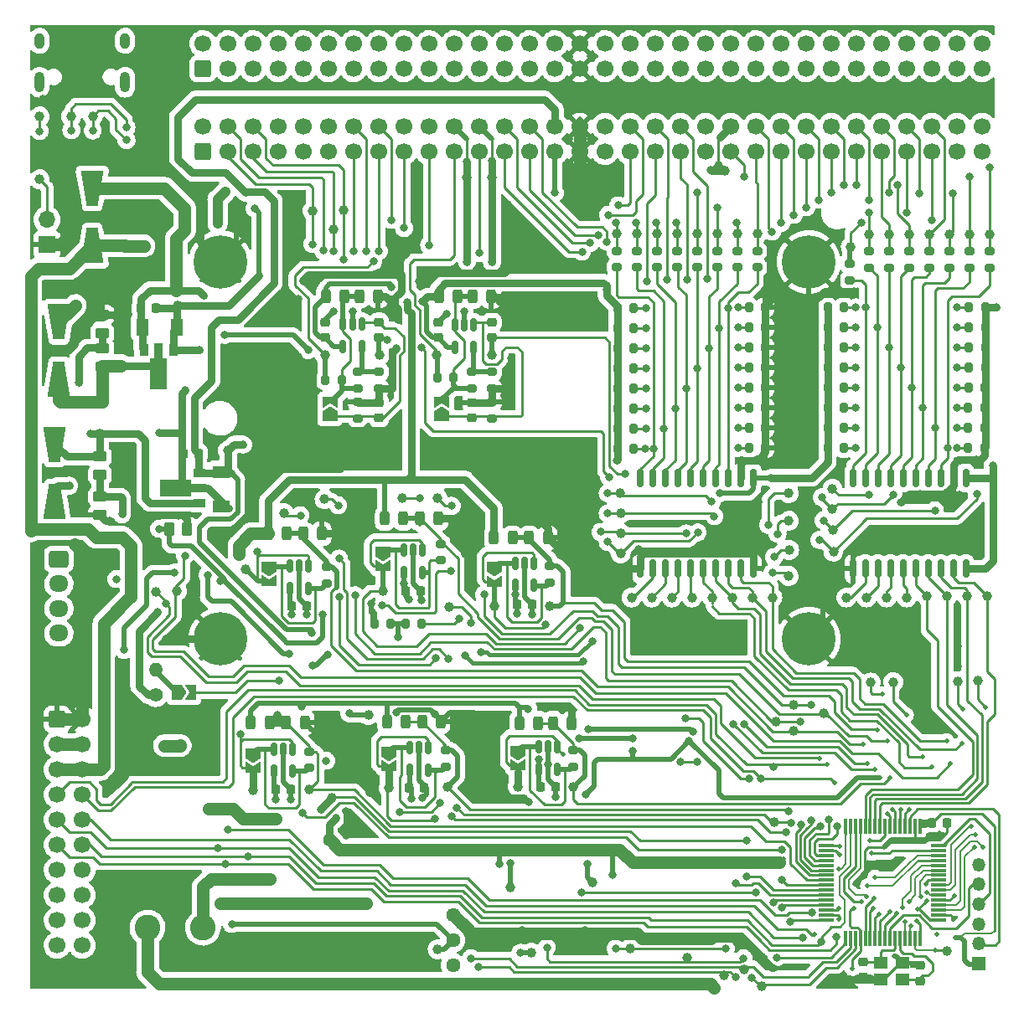
<source format=gbr>
%TF.GenerationSoftware,KiCad,Pcbnew,(6.0.5)*%
%TF.CreationDate,2022-06-26T15:42:30+08:00*%
%TF.ProjectId,lkt100a1,6c6b7431-3030-4613-912e-6b696361645f,rev?*%
%TF.SameCoordinates,Original*%
%TF.FileFunction,Copper,L2,Bot*%
%TF.FilePolarity,Positive*%
%FSLAX46Y46*%
G04 Gerber Fmt 4.6, Leading zero omitted, Abs format (unit mm)*
G04 Created by KiCad (PCBNEW (6.0.5)) date 2022-06-26 15:42:30*
%MOMM*%
%LPD*%
G01*
G04 APERTURE LIST*
G04 Aperture macros list*
%AMRoundRect*
0 Rectangle with rounded corners*
0 $1 Rounding radius*
0 $2 $3 $4 $5 $6 $7 $8 $9 X,Y pos of 4 corners*
0 Add a 4 corners polygon primitive as box body*
4,1,4,$2,$3,$4,$5,$6,$7,$8,$9,$2,$3,0*
0 Add four circle primitives for the rounded corners*
1,1,$1+$1,$2,$3*
1,1,$1+$1,$4,$5*
1,1,$1+$1,$6,$7*
1,1,$1+$1,$8,$9*
0 Add four rect primitives between the rounded corners*
20,1,$1+$1,$2,$3,$4,$5,0*
20,1,$1+$1,$4,$5,$6,$7,0*
20,1,$1+$1,$6,$7,$8,$9,0*
20,1,$1+$1,$8,$9,$2,$3,0*%
%AMOutline4P*
0 Free polygon, 4 corners , with rotation*
0 The origin of the aperture is its center*
0 number of corners: always 4*
0 $1 to $8 corner X, Y*
0 $9 Rotation angle, in degrees counterclockwise*
0 create outline with 4 corners*
4,1,4,$1,$2,$3,$4,$5,$6,$7,$8,$1,$2,$9*%
%AMFreePoly0*
4,1,6,1.000000,0.000000,0.500000,-0.750000,-0.500000,-0.750000,-0.500000,0.750000,0.500000,0.750000,1.000000,0.000000,1.000000,0.000000,$1*%
%AMFreePoly1*
4,1,6,0.500000,-0.750000,-0.650000,-0.750000,-0.150000,0.000000,-0.650000,0.750000,0.500000,0.750000,0.500000,-0.750000,0.500000,-0.750000,$1*%
%AMFreePoly2*
4,1,9,3.862500,-0.866500,0.737500,-0.866500,0.737500,-0.450000,-0.737500,-0.450000,-0.737500,0.450000,0.737500,0.450000,0.737500,0.866500,3.862500,0.866500,3.862500,-0.866500,3.862500,-0.866500,$1*%
G04 Aperture macros list end*
%TA.AperFunction,ComponentPad*%
%ADD10O,1.000000X1.600000*%
%TD*%
%TA.AperFunction,ComponentPad*%
%ADD11O,1.000000X2.100000*%
%TD*%
%TA.AperFunction,ComponentPad*%
%ADD12C,1.440000*%
%TD*%
%TA.AperFunction,ComponentPad*%
%ADD13R,1.700000X1.700000*%
%TD*%
%TA.AperFunction,ComponentPad*%
%ADD14O,1.700000X1.700000*%
%TD*%
%TA.AperFunction,ComponentPad*%
%ADD15C,2.600000*%
%TD*%
%TA.AperFunction,ComponentPad*%
%ADD16C,1.400000*%
%TD*%
%TA.AperFunction,ComponentPad*%
%ADD17O,1.400000X1.400000*%
%TD*%
%TA.AperFunction,ComponentPad*%
%ADD18RoundRect,0.250000X0.600000X-0.600000X0.600000X0.600000X-0.600000X0.600000X-0.600000X-0.600000X0*%
%TD*%
%TA.AperFunction,ComponentPad*%
%ADD19C,1.700000*%
%TD*%
%TA.AperFunction,ComponentPad*%
%ADD20C,0.800000*%
%TD*%
%TA.AperFunction,ComponentPad*%
%ADD21C,5.400000*%
%TD*%
%TA.AperFunction,ComponentPad*%
%ADD22RoundRect,0.250000X-0.725000X0.600000X-0.725000X-0.600000X0.725000X-0.600000X0.725000X0.600000X0*%
%TD*%
%TA.AperFunction,ComponentPad*%
%ADD23O,1.950000X1.700000*%
%TD*%
%TA.AperFunction,ComponentPad*%
%ADD24R,1.350000X1.350000*%
%TD*%
%TA.AperFunction,ComponentPad*%
%ADD25O,1.350000X1.350000*%
%TD*%
%TA.AperFunction,ComponentPad*%
%ADD26RoundRect,0.250000X-0.600000X-0.600000X0.600000X-0.600000X0.600000X0.600000X-0.600000X0.600000X0*%
%TD*%
%TA.AperFunction,SMDPad,CuDef*%
%ADD27C,1.000000*%
%TD*%
%TA.AperFunction,SMDPad,CuDef*%
%ADD28FreePoly0,270.000000*%
%TD*%
%TA.AperFunction,SMDPad,CuDef*%
%ADD29FreePoly1,270.000000*%
%TD*%
%TA.AperFunction,SMDPad,CuDef*%
%ADD30RoundRect,0.200000X0.275000X-0.200000X0.275000X0.200000X-0.275000X0.200000X-0.275000X-0.200000X0*%
%TD*%
%TA.AperFunction,SMDPad,CuDef*%
%ADD31RoundRect,0.200000X-0.275000X0.200000X-0.275000X-0.200000X0.275000X-0.200000X0.275000X0.200000X0*%
%TD*%
%TA.AperFunction,SMDPad,CuDef*%
%ADD32RoundRect,0.200000X-0.200000X-0.275000X0.200000X-0.275000X0.200000X0.275000X-0.200000X0.275000X0*%
%TD*%
%TA.AperFunction,SMDPad,CuDef*%
%ADD33RoundRect,0.250000X-0.262500X-0.450000X0.262500X-0.450000X0.262500X0.450000X-0.262500X0.450000X0*%
%TD*%
%TA.AperFunction,SMDPad,CuDef*%
%ADD34R,0.900000X1.300000*%
%TD*%
%TA.AperFunction,SMDPad,CuDef*%
%ADD35FreePoly2,270.000000*%
%TD*%
%TA.AperFunction,SMDPad,CuDef*%
%ADD36RoundRect,0.150000X-0.150000X0.512500X-0.150000X-0.512500X0.150000X-0.512500X0.150000X0.512500X0*%
%TD*%
%TA.AperFunction,SMDPad,CuDef*%
%ADD37RoundRect,0.243750X-0.243750X-0.456250X0.243750X-0.456250X0.243750X0.456250X-0.243750X0.456250X0*%
%TD*%
%TA.AperFunction,SMDPad,CuDef*%
%ADD38RoundRect,0.150000X0.150000X-0.800000X0.150000X0.800000X-0.150000X0.800000X-0.150000X-0.800000X0*%
%TD*%
%TA.AperFunction,SMDPad,CuDef*%
%ADD39RoundRect,0.250000X0.450000X-0.262500X0.450000X0.262500X-0.450000X0.262500X-0.450000X-0.262500X0*%
%TD*%
%TA.AperFunction,SMDPad,CuDef*%
%ADD40Outline4P,-1.800000X-1.150000X1.800000X-0.550000X1.800000X0.550000X-1.800000X1.150000X270.000000*%
%TD*%
%TA.AperFunction,SMDPad,CuDef*%
%ADD41Outline4P,-1.800000X-1.150000X1.800000X-0.550000X1.800000X0.550000X-1.800000X1.150000X90.000000*%
%TD*%
%TA.AperFunction,SMDPad,CuDef*%
%ADD42FreePoly0,0.000000*%
%TD*%
%TA.AperFunction,SMDPad,CuDef*%
%ADD43FreePoly1,0.000000*%
%TD*%
%TA.AperFunction,SMDPad,CuDef*%
%ADD44RoundRect,0.225000X0.225000X0.250000X-0.225000X0.250000X-0.225000X-0.250000X0.225000X-0.250000X0*%
%TD*%
%TA.AperFunction,SMDPad,CuDef*%
%ADD45RoundRect,0.200000X0.200000X0.275000X-0.200000X0.275000X-0.200000X-0.275000X0.200000X-0.275000X0*%
%TD*%
%TA.AperFunction,SMDPad,CuDef*%
%ADD46RoundRect,0.225000X-0.250000X0.225000X-0.250000X-0.225000X0.250000X-0.225000X0.250000X0.225000X0*%
%TD*%
%TA.AperFunction,SMDPad,CuDef*%
%ADD47RoundRect,0.075000X0.075000X-0.700000X0.075000X0.700000X-0.075000X0.700000X-0.075000X-0.700000X0*%
%TD*%
%TA.AperFunction,SMDPad,CuDef*%
%ADD48RoundRect,0.075000X0.700000X-0.075000X0.700000X0.075000X-0.700000X0.075000X-0.700000X-0.075000X0*%
%TD*%
%TA.AperFunction,SMDPad,CuDef*%
%ADD49RoundRect,0.225000X0.250000X-0.225000X0.250000X0.225000X-0.250000X0.225000X-0.250000X-0.225000X0*%
%TD*%
%TA.AperFunction,SMDPad,CuDef*%
%ADD50FreePoly0,90.000000*%
%TD*%
%TA.AperFunction,SMDPad,CuDef*%
%ADD51FreePoly1,90.000000*%
%TD*%
%TA.AperFunction,SMDPad,CuDef*%
%ADD52R,1.400000X1.200000*%
%TD*%
%TA.AperFunction,SMDPad,CuDef*%
%ADD53R,1.700000X1.300000*%
%TD*%
%TA.AperFunction,SMDPad,CuDef*%
%ADD54R,1.300000X0.900000*%
%TD*%
%TA.AperFunction,SMDPad,CuDef*%
%ADD55FreePoly2,180.000000*%
%TD*%
%TA.AperFunction,SMDPad,CuDef*%
%ADD56RoundRect,0.225000X-0.225000X-0.250000X0.225000X-0.250000X0.225000X0.250000X-0.225000X0.250000X0*%
%TD*%
%TA.AperFunction,SMDPad,CuDef*%
%ADD57R,1.300000X1.700000*%
%TD*%
%TA.AperFunction,ViaPad*%
%ADD58C,0.500000*%
%TD*%
%TA.AperFunction,ViaPad*%
%ADD59C,0.800000*%
%TD*%
%TA.AperFunction,Conductor*%
%ADD60C,0.508000*%
%TD*%
%TA.AperFunction,Conductor*%
%ADD61C,0.762000*%
%TD*%
%TA.AperFunction,Conductor*%
%ADD62C,1.270000*%
%TD*%
%TA.AperFunction,Conductor*%
%ADD63C,0.254000*%
%TD*%
%TA.AperFunction,Conductor*%
%ADD64C,0.200000*%
%TD*%
%TA.AperFunction,Conductor*%
%ADD65C,0.381000*%
%TD*%
%TA.AperFunction,Conductor*%
%ADD66C,1.016000*%
%TD*%
%TA.AperFunction,Conductor*%
%ADD67C,0.203200*%
%TD*%
%TA.AperFunction,Conductor*%
%ADD68C,0.250000*%
%TD*%
G04 APERTURE END LIST*
D10*
%TO.P,J2,S1,SHIELD*%
%TO.N,Net-(J2-PadS1)*%
X62228000Y-37812000D03*
D11*
X62228000Y-41992000D03*
X70868000Y-41992000D03*
D10*
X70868000Y-37812000D03*
%TD*%
D12*
%TO.P,RV1,1,1*%
%TO.N,Net-(C16-Pad2)*%
X104013000Y-131318000D03*
%TO.P,RV1,2,2*%
%TO.N,Net-(D7-Pad1)*%
X104013000Y-128778000D03*
%TO.P,RV1,3,3*%
%TO.N,GND*%
X104013000Y-126238000D03*
%TD*%
D13*
%TO.P,J1,1,Pin_1*%
%TO.N,GND*%
X62992000Y-58420000D03*
D14*
%TO.P,J1,2,Pin_2*%
%TO.N,/EXT_PWR*%
X62992000Y-55880000D03*
%TD*%
D15*
%TO.P,L2,1,1*%
%TO.N,+5V*%
X73146006Y-127508000D03*
%TO.P,L2,2,2*%
%TO.N,Net-(D6-Pad2)*%
X78746006Y-127508000D03*
%TD*%
D16*
%TO.P,TH1,1*%
%TO.N,+3V3*%
X73964800Y-103988400D03*
D17*
%TO.P,TH1,2*%
%TO.N,/TEMP*%
X73964800Y-101448400D03*
%TD*%
D18*
%TO.P,J5,1,Pin_1*%
%TO.N,/RESV2*%
X78740000Y-49012500D03*
D19*
%TO.P,J5,2,Pin_2*%
%TO.N,/RESV1*%
X78740000Y-46472500D03*
%TO.P,J5,3,Pin_3*%
%TO.N,/LCD_MISO*%
X81280000Y-49012500D03*
%TO.P,J5,4,Pin_4*%
%TO.N,/SPI2_CS*%
X81280000Y-46472500D03*
%TO.P,J5,5,Pin_5*%
%TO.N,/LCD_MOSI*%
X83820000Y-49012500D03*
%TO.P,J5,6,Pin_6*%
%TO.N,/LCD_SCK*%
X83820000Y-46472500D03*
%TO.P,J5,7,Pin_7*%
%TO.N,/SMU7*%
X86360000Y-49012500D03*
%TO.P,J5,8,Pin_8*%
%TO.N,/SMU2*%
X86360000Y-46472500D03*
%TO.P,J5,9,Pin_9*%
%TO.N,/SMU8*%
X88900000Y-49012500D03*
%TO.P,J5,10,Pin_10*%
%TO.N,/SMU3*%
X88900000Y-46472500D03*
%TO.P,J5,11,Pin_11*%
%TO.N,/SMU9*%
X91440000Y-49012500D03*
%TO.P,J5,12,Pin_12*%
%TO.N,/SMU4*%
X91440000Y-46472500D03*
%TO.P,J5,13,Pin_13*%
%TO.N,/AIN0*%
X93980000Y-49012500D03*
%TO.P,J5,14,Pin_14*%
%TO.N,/AIN4*%
X93980000Y-46472500D03*
%TO.P,J5,15,Pin_15*%
%TO.N,/AIN1*%
X96520000Y-49012500D03*
%TO.P,J5,16,Pin_16*%
%TO.N,/AIN5*%
X96520000Y-46472500D03*
%TO.P,J5,17,Pin_17*%
%TO.N,/AIN2*%
X99060000Y-49012500D03*
%TO.P,J5,18,Pin_18*%
%TO.N,/AIN6*%
X99060000Y-46472500D03*
%TO.P,J5,19,Pin_19*%
%TO.N,/AIN3*%
X101600000Y-49012500D03*
%TO.P,J5,20,Pin_20*%
%TO.N,/AIN7*%
X101600000Y-46472500D03*
%TO.P,J5,21,Pin_21*%
%TO.N,/AOUT0*%
X104140000Y-49012500D03*
%TO.P,J5,22,Pin_22*%
%TO.N,/SMU5*%
X104140000Y-46472500D03*
%TO.P,J5,23,Pin_23*%
%TO.N,/AOUT1*%
X106680000Y-49012500D03*
%TO.P,J5,24,Pin_24*%
%TO.N,/SMU6*%
X106680000Y-46472500D03*
%TO.P,J5,25,Pin_25*%
%TO.N,/COM2_RX*%
X109220000Y-49012500D03*
%TO.P,J5,26,Pin_26*%
%TO.N,/COM2_TX*%
X109220000Y-46472500D03*
%TO.P,J5,27,Pin_27*%
%TO.N,/COM1_RX*%
X111760000Y-49012500D03*
%TO.P,J5,28,Pin_28*%
%TO.N,/COM1_TX*%
X111760000Y-46472500D03*
%TO.P,J5,29,Pin_29*%
%TO.N,-12VA*%
X114300000Y-49012500D03*
%TO.P,J5,30,Pin_30*%
%TO.N,+12VA*%
X114300000Y-46472500D03*
%TO.P,J5,31,Pin_31*%
%TO.N,GND*%
X116840000Y-49012500D03*
%TO.P,J5,32,Pin_32*%
X116840000Y-46472500D03*
%TO.P,J5,33,Pin_33*%
%TO.N,+5V*%
X119380000Y-49012500D03*
%TO.P,J5,34,Pin_34*%
X119380000Y-46472500D03*
%TO.P,J5,35,Pin_35*%
%TO.N,/I2C1_SDA*%
X121920000Y-49012500D03*
%TO.P,J5,36,Pin_36*%
%TO.N,/I2C1_SCL*%
X121920000Y-46472500D03*
%TO.P,J5,37,Pin_37*%
%TO.N,/CAN1_L*%
X124460000Y-49012500D03*
%TO.P,J5,38,Pin_38*%
%TO.N,/CAN1_H*%
X124460000Y-46472500D03*
%TO.P,J5,39,Pin_39*%
%TO.N,/CAN2_L*%
X127000000Y-49012500D03*
%TO.P,J5,40,Pin_40*%
%TO.N,/CAN2_H*%
X127000000Y-46472500D03*
%TO.P,J5,41,Pin_41*%
%TO.N,/DOUT0*%
X129540000Y-49012500D03*
%TO.P,J5,42,Pin_42*%
%TO.N,/SMU0*%
X129540000Y-46472500D03*
%TO.P,J5,43,Pin_43*%
%TO.N,/DOUT1*%
X132080000Y-49012500D03*
%TO.P,J5,44,Pin_44*%
%TO.N,/SMU1*%
X132080000Y-46472500D03*
%TO.P,J5,45,Pin_45*%
%TO.N,/DIN0*%
X134620000Y-49012500D03*
%TO.P,J5,46,Pin_46*%
%TO.N,/DIN4*%
X134620000Y-46472500D03*
%TO.P,J5,47,Pin_47*%
%TO.N,/DIN1*%
X137160000Y-49012500D03*
%TO.P,J5,48,Pin_48*%
%TO.N,/DIN5*%
X137160000Y-46472500D03*
%TO.P,J5,49,Pin_49*%
%TO.N,/DIN2*%
X139700000Y-49012500D03*
%TO.P,J5,50,Pin_50*%
%TO.N,/DIN6*%
X139700000Y-46472500D03*
%TO.P,J5,51,Pin_51*%
%TO.N,/DIN3*%
X142240000Y-49012500D03*
%TO.P,J5,52,Pin_52*%
%TO.N,/DIN7*%
X142240000Y-46472500D03*
%TO.P,J5,53,Pin_53*%
%TO.N,/DOUT4*%
X144780000Y-49012500D03*
%TO.P,J5,54,Pin_54*%
%TO.N,/AOUT2*%
X144780000Y-46472500D03*
%TO.P,J5,55,Pin_55*%
%TO.N,/DOUT5*%
X147320000Y-49012500D03*
%TO.P,J5,56,Pin_56*%
%TO.N,/AOUT3*%
X147320000Y-46472500D03*
%TO.P,J5,57,Pin_57*%
%TO.N,/DOUT6*%
X149860000Y-49012500D03*
%TO.P,J5,58,Pin_58*%
%TO.N,/DOUT2*%
X149860000Y-46472500D03*
%TO.P,J5,59,Pin_59*%
%TO.N,/DOUT7*%
X152400000Y-49012500D03*
%TO.P,J5,60,Pin_60*%
%TO.N,/DOUT3*%
X152400000Y-46472500D03*
%TO.P,J5,61,Pin_61*%
%TO.N,/RESV62*%
X154940000Y-49012500D03*
%TO.P,J5,62,Pin_62*%
%TO.N,/RESV61*%
X154940000Y-46472500D03*
%TO.P,J5,63,Pin_63*%
%TO.N,/RESV64*%
X157480000Y-49012500D03*
%TO.P,J5,64,Pin_64*%
%TO.N,/RESV63*%
X157480000Y-46472500D03*
%TD*%
D18*
%TO.P,J4,1,Pin_1*%
%TO.N,/RESV1*%
X78740000Y-40640000D03*
D19*
%TO.P,J4,2,Pin_2*%
%TO.N,/RESV2*%
X78740000Y-38100000D03*
%TO.P,J4,3,Pin_3*%
%TO.N,/SPI2_CS*%
X81280000Y-40640000D03*
%TO.P,J4,4,Pin_4*%
%TO.N,/LCD_MISO*%
X81280000Y-38100000D03*
%TO.P,J4,5,Pin_5*%
%TO.N,/LCD_SCK*%
X83820000Y-40640000D03*
%TO.P,J4,6,Pin_6*%
%TO.N,/LCD_MOSI*%
X83820000Y-38100000D03*
%TO.P,J4,7,Pin_7*%
%TO.N,/SMU2*%
X86360000Y-40640000D03*
%TO.P,J4,8,Pin_8*%
%TO.N,/SMU7*%
X86360000Y-38100000D03*
%TO.P,J4,9,Pin_9*%
%TO.N,/SMU3*%
X88900000Y-40640000D03*
%TO.P,J4,10,Pin_10*%
%TO.N,/SMU8*%
X88900000Y-38100000D03*
%TO.P,J4,11,Pin_11*%
%TO.N,/SMU4*%
X91440000Y-40640000D03*
%TO.P,J4,12,Pin_12*%
%TO.N,/SMU9*%
X91440000Y-38100000D03*
%TO.P,J4,13,Pin_13*%
%TO.N,/AIN4*%
X93980000Y-40640000D03*
%TO.P,J4,14,Pin_14*%
%TO.N,/AIN0*%
X93980000Y-38100000D03*
%TO.P,J4,15,Pin_15*%
%TO.N,/AIN5*%
X96520000Y-40640000D03*
%TO.P,J4,16,Pin_16*%
%TO.N,/AIN1*%
X96520000Y-38100000D03*
%TO.P,J4,17,Pin_17*%
%TO.N,/AIN6*%
X99060000Y-40640000D03*
%TO.P,J4,18,Pin_18*%
%TO.N,/AIN2*%
X99060000Y-38100000D03*
%TO.P,J4,19,Pin_19*%
%TO.N,/AIN7*%
X101600000Y-40640000D03*
%TO.P,J4,20,Pin_20*%
%TO.N,/AIN3*%
X101600000Y-38100000D03*
%TO.P,J4,21,Pin_21*%
%TO.N,/SMU5*%
X104140000Y-40640000D03*
%TO.P,J4,22,Pin_22*%
%TO.N,/AOUT0*%
X104140000Y-38100000D03*
%TO.P,J4,23,Pin_23*%
%TO.N,/SMU6*%
X106680000Y-40640000D03*
%TO.P,J4,24,Pin_24*%
%TO.N,/AOUT1*%
X106680000Y-38100000D03*
%TO.P,J4,25,Pin_25*%
%TO.N,/COM2_TX*%
X109220000Y-40640000D03*
%TO.P,J4,26,Pin_26*%
%TO.N,/COM2_RX*%
X109220000Y-38100000D03*
%TO.P,J4,27,Pin_27*%
%TO.N,/COM1_TX*%
X111760000Y-40640000D03*
%TO.P,J4,28,Pin_28*%
%TO.N,/COM1_RX*%
X111760000Y-38100000D03*
%TO.P,J4,29,Pin_29*%
%TO.N,+12VA*%
X114300000Y-40640000D03*
%TO.P,J4,30,Pin_30*%
%TO.N,-12VA*%
X114300000Y-38100000D03*
%TO.P,J4,31,Pin_31*%
%TO.N,GND*%
X116840000Y-40640000D03*
%TO.P,J4,32,Pin_32*%
X116840000Y-38100000D03*
%TO.P,J4,33,Pin_33*%
%TO.N,+5V*%
X119380000Y-40640000D03*
%TO.P,J4,34,Pin_34*%
X119380000Y-38100000D03*
%TO.P,J4,35,Pin_35*%
%TO.N,/I2C1_SCL*%
X121920000Y-40640000D03*
%TO.P,J4,36,Pin_36*%
%TO.N,/I2C1_SDA*%
X121920000Y-38100000D03*
%TO.P,J4,37,Pin_37*%
%TO.N,/CAN1_H*%
X124460000Y-40640000D03*
%TO.P,J4,38,Pin_38*%
%TO.N,/CAN1_L*%
X124460000Y-38100000D03*
%TO.P,J4,39,Pin_39*%
%TO.N,/CAN2_H*%
X127000000Y-40640000D03*
%TO.P,J4,40,Pin_40*%
%TO.N,/CAN2_L*%
X127000000Y-38100000D03*
%TO.P,J4,41,Pin_41*%
%TO.N,/SMU0*%
X129540000Y-40640000D03*
%TO.P,J4,42,Pin_42*%
%TO.N,/DOUT0*%
X129540000Y-38100000D03*
%TO.P,J4,43,Pin_43*%
%TO.N,/SMU1*%
X132080000Y-40640000D03*
%TO.P,J4,44,Pin_44*%
%TO.N,/DOUT1*%
X132080000Y-38100000D03*
%TO.P,J4,45,Pin_45*%
%TO.N,/DIN4*%
X134620000Y-40640000D03*
%TO.P,J4,46,Pin_46*%
%TO.N,/DIN0*%
X134620000Y-38100000D03*
%TO.P,J4,47,Pin_47*%
%TO.N,/DIN5*%
X137160000Y-40640000D03*
%TO.P,J4,48,Pin_48*%
%TO.N,/DIN1*%
X137160000Y-38100000D03*
%TO.P,J4,49,Pin_49*%
%TO.N,/DIN6*%
X139700000Y-40640000D03*
%TO.P,J4,50,Pin_50*%
%TO.N,/DIN2*%
X139700000Y-38100000D03*
%TO.P,J4,51,Pin_51*%
%TO.N,/DIN7*%
X142240000Y-40640000D03*
%TO.P,J4,52,Pin_52*%
%TO.N,/DIN3*%
X142240000Y-38100000D03*
%TO.P,J4,53,Pin_53*%
%TO.N,/AOUT2*%
X144780000Y-40640000D03*
%TO.P,J4,54,Pin_54*%
%TO.N,/DOUT4*%
X144780000Y-38100000D03*
%TO.P,J4,55,Pin_55*%
%TO.N,/AOUT3*%
X147320000Y-40640000D03*
%TO.P,J4,56,Pin_56*%
%TO.N,/DOUT5*%
X147320000Y-38100000D03*
%TO.P,J4,57,Pin_57*%
%TO.N,/DOUT2*%
X149860000Y-40640000D03*
%TO.P,J4,58,Pin_58*%
%TO.N,/DOUT6*%
X149860000Y-38100000D03*
%TO.P,J4,59,Pin_59*%
%TO.N,/DOUT3*%
X152400000Y-40640000D03*
%TO.P,J4,60,Pin_60*%
%TO.N,/DOUT7*%
X152400000Y-38100000D03*
%TO.P,J4,61,Pin_61*%
%TO.N,/RESV61*%
X154940000Y-40640000D03*
%TO.P,J4,62,Pin_62*%
%TO.N,/RESV62*%
X154940000Y-38100000D03*
%TO.P,J4,63,Pin_63*%
%TO.N,/RESV63*%
X157480000Y-40640000D03*
%TO.P,J4,64,Pin_64*%
%TO.N,/RESV64*%
X157480000Y-38100000D03*
%TD*%
D20*
%TO.P,H3,1,1*%
%TO.N,GND*%
X138522109Y-96866109D03*
X141979000Y-98298000D03*
D21*
X139954000Y-98298000D03*
D20*
X141385891Y-96866109D03*
X139954000Y-96273000D03*
X139954000Y-100323000D03*
X138522109Y-99729891D03*
X137929000Y-98298000D03*
X141385891Y-99729891D03*
%TD*%
%TO.P,H7,1,1*%
%TO.N,GND*%
X79086109Y-58766109D03*
X81949891Y-61629891D03*
X80518000Y-58173000D03*
X79086109Y-61629891D03*
X81949891Y-58766109D03*
X78493000Y-60198000D03*
X80518000Y-62223000D03*
D21*
X80518000Y-60198000D03*
D20*
X82543000Y-60198000D03*
%TD*%
%TO.P,H1,1,1*%
%TO.N,GND*%
X139954000Y-62223000D03*
D21*
X139954000Y-60198000D03*
D20*
X141979000Y-60198000D03*
X137929000Y-60198000D03*
X141385891Y-58766109D03*
X139954000Y-58173000D03*
X141385891Y-61629891D03*
X138522109Y-58766109D03*
X138522109Y-61629891D03*
%TD*%
%TO.P,H5,1,1*%
%TO.N,GND*%
X80518000Y-100323000D03*
X79086109Y-99729891D03*
X81949891Y-99729891D03*
X78493000Y-98298000D03*
X82543000Y-98298000D03*
X79086109Y-96866109D03*
X80518000Y-96273000D03*
D21*
X80518000Y-98298000D03*
D20*
X81949891Y-96866109D03*
%TD*%
D22*
%TO.P,J7,1,Pin_1*%
%TO.N,/FAN_CTRL*%
X64181000Y-90230000D03*
D23*
%TO.P,J7,2,Pin_2*%
%TO.N,Net-(J7-Pad2)*%
X64181000Y-92730000D03*
%TO.P,J7,3,Pin_3*%
%TO.N,Net-(C71-Pad1)*%
X64181000Y-95230000D03*
%TO.P,J7,4,Pin_4*%
%TO.N,Net-(C71-Pad2)*%
X64181000Y-97730000D03*
%TD*%
D24*
%TO.P,J3,1,Pin_1*%
%TO.N,+3V3*%
X157124400Y-131136400D03*
D25*
%TO.P,J3,2,Pin_2*%
%TO.N,/SWDIO*%
X157124400Y-129136400D03*
%TO.P,J3,3,Pin_3*%
%TO.N,GND*%
X157124400Y-127136400D03*
%TO.P,J3,4,Pin_4*%
%TO.N,/SWCLK*%
X157124400Y-125136400D03*
%TO.P,J3,5,Pin_5*%
%TO.N,/NRST*%
X157124400Y-123136400D03*
%TO.P,J3,6,Pin_6*%
%TO.N,/TRACESWO*%
X157124400Y-121136400D03*
%TD*%
D26*
%TO.P,J6,1,Pin_1*%
%TO.N,GND*%
X64017500Y-106426000D03*
D19*
%TO.P,J6,2,Pin_2*%
X66557500Y-106426000D03*
%TO.P,J6,3,Pin_3*%
%TO.N,+3V3*%
X64017500Y-108966000D03*
%TO.P,J6,4,Pin_4*%
X66557500Y-108966000D03*
%TO.P,J6,5,Pin_5*%
%TO.N,+5V*%
X64017500Y-111506000D03*
%TO.P,J6,6,Pin_6*%
X66557500Y-111506000D03*
%TO.P,J6,7,Pin_7*%
%TO.N,/I2C1_SCL*%
X64017500Y-114046000D03*
%TO.P,J6,8,Pin_8*%
%TO.N,/I2C1_SDA*%
X66557500Y-114046000D03*
%TO.P,J6,9,Pin_9*%
%TO.N,/LCD_MISO*%
X64017500Y-116586000D03*
%TO.P,J6,10,Pin_10*%
%TO.N,/LCD_CS*%
X66557500Y-116586000D03*
%TO.P,J6,11,Pin_11*%
%TO.N,/LCD_MOSI*%
X64017500Y-119126000D03*
%TO.P,J6,12,Pin_12*%
%TO.N,/LCD_SCK*%
X66557500Y-119126000D03*
%TO.P,J6,13,Pin_13*%
%TO.N,/KEY_IN1*%
X64017500Y-121666000D03*
%TO.P,J6,14,Pin_14*%
%TO.N,/LED_OUT1*%
X66557500Y-121666000D03*
%TO.P,J6,15,Pin_15*%
%TO.N,/KEY_IN2*%
X64017500Y-124206000D03*
%TO.P,J6,16,Pin_16*%
%TO.N,/LED_OUT2*%
X66557500Y-124206000D03*
%TO.P,J6,17,Pin_17*%
%TO.N,/KEY_IN3*%
X64017500Y-126746000D03*
%TO.P,J6,18,Pin_18*%
%TO.N,/LED_OUT3*%
X66557500Y-126746000D03*
%TO.P,J6,19,Pin_19*%
%TO.N,/KEY_IN4*%
X64017500Y-129286000D03*
%TO.P,J6,20,Pin_20*%
%TO.N,/LED_OUT4*%
X66557500Y-129286000D03*
%TD*%
D27*
%TO.P,TP83,1,1*%
%TO.N,/DIN6*%
X122555000Y-57341000D03*
%TD*%
%TO.P,TP18,1,1*%
%TO.N,Net-(C33-Pad2)*%
X86928200Y-85571609D03*
%TD*%
%TO.P,TP99,1,1*%
%TO.N,/CAN1_H*%
X142392400Y-87274400D03*
%TD*%
D28*
%TO.P,JP1,1,A*%
%TO.N,Net-(JP1-Pad1)*%
X96914000Y-89495800D03*
D29*
%TO.P,JP1,2,B*%
%TO.N,/AIN0*%
X96914000Y-90945800D03*
%TD*%
D30*
%TO.P,R108,1*%
%TO.N,Net-(D34-Pad2)*%
X144103600Y-62024809D03*
%TO.P,R108,2*%
%TO.N,/DOUT7*%
X144103600Y-60374809D03*
%TD*%
D31*
%TO.P,R51,1*%
%TO.N,/AD_AIN0*%
X102756000Y-88710000D03*
%TO.P,R51,2*%
%TO.N,Net-(JP1-Pad1)*%
X102756000Y-90360000D03*
%TD*%
%TO.P,R61,1*%
%TO.N,/AD_AIN4*%
X103314200Y-109563400D03*
%TO.P,R61,2*%
%TO.N,Net-(JP7-Pad1)*%
X103314200Y-111213400D03*
%TD*%
D27*
%TO.P,TP42,1,1*%
%TO.N,/AD_AIN4*%
X103415800Y-113284000D03*
%TD*%
D32*
%TO.P,R99,1*%
%TO.N,+3V3*%
X120637800Y-64820800D03*
%TO.P,R99,2*%
%TO.N,Net-(D64-Pad2)*%
X122287800Y-64820800D03*
%TD*%
D33*
%TO.P,R32,1*%
%TO.N,GNDA*%
X75338300Y-87172800D03*
%TO.P,R32,2*%
%TO.N,GND*%
X77163300Y-87172800D03*
%TD*%
D27*
%TO.P,TP20,1,1*%
%TO.N,Net-(Q11-Pad1)*%
X91033600Y-84175600D03*
%TD*%
D28*
%TO.P,JP8,1,A*%
%TO.N,Net-(JP8-Pad1)*%
X83794600Y-109880400D03*
D29*
%TO.P,JP8,2,B*%
%TO.N,/AIN5*%
X83794600Y-111330400D03*
%TD*%
D30*
%TO.P,R114,1*%
%TO.N,Net-(D44-Pad2)*%
X124587000Y-60706000D03*
%TO.P,R114,2*%
%TO.N,/DIN5*%
X124587000Y-59056000D03*
%TD*%
D34*
%TO.P,U9,1,GND*%
%TO.N,GNDA*%
X72769600Y-69063600D03*
D35*
%TO.P,U9,2,VI*%
%TO.N,-15V*%
X74269600Y-69151100D03*
D34*
%TO.P,U9,3,VO*%
%TO.N,-12VA*%
X75769600Y-69063600D03*
%TD*%
D36*
%TO.P,U20,1*%
%TO.N,Net-(JP8-Pad1)*%
X85892600Y-109423200D03*
%TO.P,U20,2,V-*%
%TO.N,GNDA*%
X86842600Y-109423200D03*
%TO.P,U20,3,+*%
%TO.N,/AIN5*%
X87792600Y-109423200D03*
%TO.P,U20,4,-*%
%TO.N,Net-(JP8-Pad1)*%
X87792600Y-111698200D03*
%TO.P,U20,5,V+*%
%TO.N,+3V3*%
X85892600Y-111698200D03*
%TD*%
D27*
%TO.P,TP32,1,1*%
%TO.N,/AD_AIN1*%
X113805000Y-95021400D03*
%TD*%
D30*
%TO.P,R107,1*%
%TO.N,Net-(D38-Pad2)*%
X146050000Y-60769000D03*
%TO.P,R107,2*%
%TO.N,/DOUT6*%
X146050000Y-59119000D03*
%TD*%
D37*
%TO.P,D27,1,K*%
%TO.N,/AD_AIN4*%
X100878100Y-106680000D03*
%TO.P,D27,2,A*%
%TO.N,GND*%
X102753100Y-106680000D03*
%TD*%
D27*
%TO.P,TP6,1,1*%
%TO.N,/USBDM*%
X65430400Y-45466000D03*
%TD*%
D38*
%TO.P,U22,1,A->B*%
%TO.N,GND*%
X134366000Y-91214000D03*
%TO.P,U22,2,A0*%
%TO.N,/GP_DIN0*%
X133096000Y-91214000D03*
%TO.P,U22,3,A1*%
%TO.N,/GP_DIN1*%
X131826000Y-91214000D03*
%TO.P,U22,4,A2*%
%TO.N,/GP_DIN2*%
X130556000Y-91214000D03*
%TO.P,U22,5,A3*%
%TO.N,/GP_DIN3*%
X129286000Y-91214000D03*
%TO.P,U22,6,A4*%
%TO.N,/GP_DIN4*%
X128016000Y-91214000D03*
%TO.P,U22,7,A5*%
%TO.N,/GP_DIN5*%
X126746000Y-91214000D03*
%TO.P,U22,8,A6*%
%TO.N,/GP_DIN6*%
X125476000Y-91214000D03*
%TO.P,U22,9,A7*%
%TO.N,/GP_DIN7*%
X124206000Y-91214000D03*
%TO.P,U22,10,GND*%
%TO.N,GND*%
X122936000Y-91214000D03*
%TO.P,U22,11,B7*%
%TO.N,Net-(D36-Pad2)*%
X122936000Y-82014000D03*
%TO.P,U22,12,B6*%
%TO.N,Net-(D40-Pad2)*%
X124206000Y-82014000D03*
%TO.P,U22,13,B5*%
%TO.N,Net-(D44-Pad2)*%
X125476000Y-82014000D03*
%TO.P,U22,14,B4*%
%TO.N,Net-(D48-Pad2)*%
X126746000Y-82014000D03*
%TO.P,U22,15,B3*%
%TO.N,Net-(D52-Pad2)*%
X128016000Y-82014000D03*
%TO.P,U22,16,B2*%
%TO.N,Net-(D56-Pad2)*%
X129286000Y-82014000D03*
%TO.P,U22,17,B1*%
%TO.N,Net-(D60-Pad2)*%
X130556000Y-82014000D03*
%TO.P,U22,18,B0*%
%TO.N,Net-(D64-Pad2)*%
X131826000Y-82014000D03*
%TO.P,U22,19,CE*%
%TO.N,GND*%
X133096000Y-82014000D03*
%TO.P,U22,20,VCC*%
%TO.N,+3V3*%
X134366000Y-82014000D03*
%TD*%
D32*
%TO.P,R100,1*%
%TO.N,Net-(D64-Pad2)*%
X133892000Y-64770000D03*
%TO.P,R100,2*%
%TO.N,GND*%
X135542000Y-64770000D03*
%TD*%
D37*
%TO.P,D18,1,K*%
%TO.N,+3V3*%
X97119500Y-86131400D03*
%TO.P,D18,2,A*%
%TO.N,/AD_AIN0*%
X98994500Y-86131400D03*
%TD*%
D27*
%TO.P,TP55,1,1*%
%TO.N,/GP_DIN1*%
X134239000Y-94107000D03*
%TD*%
%TO.P,TP31,1,1*%
%TO.N,/SMU1*%
X131470400Y-50952400D03*
%TD*%
D39*
%TO.P,R23,1*%
%TO.N,Net-(R23-Pad1)*%
X68580000Y-67354500D03*
%TO.P,R23,2*%
%TO.N,GND*%
X68580000Y-65529500D03*
%TD*%
D37*
%TO.P,D32,1,K*%
%TO.N,+3V3*%
X102567500Y-63690000D03*
%TO.P,D32,2,A*%
%TO.N,Net-(D32-Pad2)*%
X104442500Y-63690000D03*
%TD*%
D30*
%TO.P,R115,1*%
%TO.N,Net-(D40-Pad2)*%
X122555000Y-60706000D03*
%TO.P,R115,2*%
%TO.N,/DIN6*%
X122555000Y-59056000D03*
%TD*%
D32*
%TO.P,R80,1*%
%TO.N,Net-(D44-Pad2)*%
X133892000Y-74930000D03*
%TO.P,R80,2*%
%TO.N,GND*%
X135542000Y-74930000D03*
%TD*%
D27*
%TO.P,TP49,1,1*%
%TO.N,/GP_DOUT3*%
X151892000Y-93980000D03*
%TD*%
D36*
%TO.P,U18,1*%
%TO.N,Net-(JP6-Pad1)*%
X112654000Y-109200100D03*
%TO.P,U18,2,V-*%
%TO.N,GNDA*%
X113604000Y-109200100D03*
%TO.P,U18,3,+*%
%TO.N,/AIN3*%
X114554000Y-109200100D03*
%TO.P,U18,4,-*%
%TO.N,Net-(JP6-Pad1)*%
X114554000Y-111475100D03*
%TO.P,U18,5,V+*%
%TO.N,+3V3*%
X112654000Y-111475100D03*
%TD*%
D27*
%TO.P,TP34,1,1*%
%TO.N,/AD_AIN0*%
X141462000Y-105790009D03*
%TD*%
D31*
%TO.P,R54,1*%
%TO.N,GND*%
X107950000Y-74359000D03*
%TO.P,R54,2*%
%TO.N,Net-(C45-Pad1)*%
X107950000Y-76009000D03*
%TD*%
D32*
%TO.P,R22,1*%
%TO.N,Net-(R22-Pad1)*%
X99188000Y-96774000D03*
%TO.P,R22,2*%
%TO.N,Net-(R22-Pad2)*%
X100838000Y-96774000D03*
%TD*%
D40*
%TO.P,D10,1,K*%
%TO.N,+15V*%
X63754000Y-78634000D03*
D41*
%TO.P,D10,2,A*%
%TO.N,Net-(D10-Pad2)*%
X63754000Y-84434000D03*
%TD*%
D30*
%TO.P,R111,1*%
%TO.N,Net-(D56-Pad2)*%
X130683000Y-60706000D03*
%TO.P,R111,2*%
%TO.N,/DIN2*%
X130683000Y-59056000D03*
%TD*%
D39*
%TO.P,R19,1*%
%TO.N,GND*%
X68326000Y-85748500D03*
%TO.P,R19,2*%
%TO.N,Net-(R18-Pad1)*%
X68326000Y-83923500D03*
%TD*%
D27*
%TO.P,TP88,1,1*%
%TO.N,/CAN2_RXD*%
X148488400Y-102666800D03*
%TD*%
D36*
%TO.P,U17,1*%
%TO.N,Net-(D30-Pad2)*%
X92903000Y-66463500D03*
%TO.P,U17,2,V-*%
%TO.N,GNDA*%
X93853000Y-66463500D03*
%TO.P,U17,3,+*%
%TO.N,Net-(C46-Pad1)*%
X94803000Y-66463500D03*
%TO.P,U17,4,-*%
%TO.N,Net-(R57-Pad2)*%
X94803000Y-68738500D03*
%TO.P,U17,5,V+*%
%TO.N,+3V3*%
X92903000Y-68738500D03*
%TD*%
D42*
%TO.P,JP9,1,A*%
%TO.N,/TEMP*%
X76084600Y-103733600D03*
D43*
%TO.P,JP9,2,B*%
%TO.N,/AD_AIN5*%
X77534600Y-103733600D03*
%TD*%
D32*
%TO.P,R79,1*%
%TO.N,+3V3*%
X120637800Y-74980800D03*
%TO.P,R79,2*%
%TO.N,Net-(D44-Pad2)*%
X122287800Y-74980800D03*
%TD*%
D27*
%TO.P,TP102,1,1*%
%TO.N,/CAN2_L*%
X142341600Y-85191600D03*
%TD*%
D30*
%TO.P,R104,1*%
%TO.N,Net-(D50-Pad2)*%
X152146000Y-60769000D03*
%TO.P,R104,2*%
%TO.N,/DOUT3*%
X152146000Y-59119000D03*
%TD*%
D27*
%TO.P,TP91,1,1*%
%TO.N,/UART1_RX*%
X137922000Y-83566000D03*
%TD*%
%TO.P,TP7,1,1*%
%TO.N,/USBDP*%
X67614800Y-45415200D03*
%TD*%
%TO.P,TP8,1,1*%
%TO.N,Net-(D7-Pad1)*%
X102463600Y-129692400D03*
%TD*%
D32*
%TO.P,R72,1*%
%TO.N,Net-(D36-Pad2)*%
X133892000Y-78994000D03*
%TO.P,R72,2*%
%TO.N,GND*%
X135542000Y-78994000D03*
%TD*%
D44*
%TO.P,C53,1*%
%TO.N,GNDA*%
X87617600Y-113538000D03*
%TO.P,C53,2*%
%TO.N,+3V3*%
X86067600Y-113538000D03*
%TD*%
D27*
%TO.P,TP19,1,1*%
%TO.N,Net-(C34-Pad2)*%
X98907600Y-84074000D03*
%TD*%
%TO.P,TP61,1,1*%
%TO.N,/GP_DIN7*%
X122047000Y-94107000D03*
%TD*%
%TO.P,TP15,1,1*%
%TO.N,+15V*%
X68326000Y-77520800D03*
%TD*%
%TO.P,TP11,1,1*%
%TO.N,Net-(C16-Pad2)*%
X111887000Y-130048000D03*
%TD*%
D45*
%TO.P,R28,1*%
%TO.N,Net-(R22-Pad1)*%
X97726000Y-96774000D03*
%TO.P,R28,2*%
%TO.N,GND*%
X96076000Y-96774000D03*
%TD*%
D32*
%TO.P,R89,1*%
%TO.N,+3V3*%
X141860000Y-74930000D03*
%TO.P,R89,2*%
%TO.N,Net-(D54-Pad2)*%
X143510000Y-74930000D03*
%TD*%
D46*
%TO.P,C50,1*%
%TO.N,GNDA*%
X91059000Y-66268000D03*
%TO.P,C50,2*%
%TO.N,+3V3*%
X91059000Y-67818000D03*
%TD*%
D27*
%TO.P,TP70,1,1*%
%TO.N,/DOUT1*%
X156210000Y-57404000D03*
%TD*%
%TO.P,TP89,1,1*%
%TO.N,/UART1_TX*%
X137922000Y-86360000D03*
%TD*%
D31*
%TO.P,R53,1*%
%TO.N,/AD_AIN2*%
X91249800Y-91021400D03*
%TO.P,R53,2*%
%TO.N,Net-(JP3-Pad1)*%
X91249800Y-92671400D03*
%TD*%
D27*
%TO.P,TP45,1,1*%
%TO.N,/AOUT1*%
X91059000Y-69583000D03*
%TD*%
D32*
%TO.P,R71,1*%
%TO.N,+3V3*%
X120637800Y-79044800D03*
%TO.P,R71,2*%
%TO.N,Net-(D36-Pad2)*%
X122287800Y-79044800D03*
%TD*%
D27*
%TO.P,TP1,1,1*%
%TO.N,/EXT_PWR*%
X62230000Y-51816000D03*
%TD*%
D30*
%TO.P,R57,1*%
%TO.N,GND*%
X96520000Y-72948000D03*
%TO.P,R57,2*%
%TO.N,Net-(R57-Pad2)*%
X96520000Y-71298000D03*
%TD*%
D36*
%TO.P,U15,1*%
%TO.N,Net-(JP3-Pad1)*%
X87505800Y-90912100D03*
%TO.P,U15,2,V-*%
%TO.N,GNDA*%
X88455800Y-90912100D03*
%TO.P,U15,3,+*%
%TO.N,/AIN2*%
X89405800Y-90912100D03*
%TO.P,U15,4,-*%
%TO.N,Net-(JP3-Pad1)*%
X89405800Y-93187100D03*
%TO.P,U15,5,V+*%
%TO.N,+3V3*%
X87505800Y-93187100D03*
%TD*%
D27*
%TO.P,TP71,1,1*%
%TO.N,/DOUT2*%
X154178000Y-57404000D03*
%TD*%
D30*
%TO.P,R116,1*%
%TO.N,Net-(D36-Pad2)*%
X120523000Y-60706000D03*
%TO.P,R116,2*%
%TO.N,/DIN7*%
X120523000Y-59056000D03*
%TD*%
D27*
%TO.P,TP50,1,1*%
%TO.N,/GP_DOUT4*%
X149860000Y-94107000D03*
%TD*%
%TO.P,TP37,1,1*%
%TO.N,/DA_AOUT1*%
X96631000Y-69569609D03*
%TD*%
%TO.P,TP30,1,1*%
%TO.N,-12VA*%
X76200000Y-64617600D03*
%TD*%
%TO.P,TP59,1,1*%
%TO.N,/GP_DIN5*%
X126111000Y-94107000D03*
%TD*%
D37*
%TO.P,D29,1,K*%
%TO.N,/AD_AIN5*%
X87149700Y-106781600D03*
%TO.P,D29,2,A*%
%TO.N,GND*%
X89024700Y-106781600D03*
%TD*%
D27*
%TO.P,TP38,1,1*%
%TO.N,/AIN0*%
X96914000Y-93472000D03*
%TD*%
D30*
%TO.P,R59,1*%
%TO.N,Net-(D30-Pad2)*%
X94361000Y-72948000D03*
%TO.P,R59,2*%
%TO.N,Net-(R57-Pad2)*%
X94361000Y-71298000D03*
%TD*%
D27*
%TO.P,TP51,1,1*%
%TO.N,/GP_DOUT5*%
X147828000Y-94107000D03*
%TD*%
%TO.P,TP16,1,1*%
%TO.N,-15V*%
X68580000Y-72566809D03*
%TD*%
D31*
%TO.P,R62,1*%
%TO.N,/AD_AIN5*%
X89484200Y-109715800D03*
%TO.P,R62,2*%
%TO.N,Net-(JP8-Pad1)*%
X89484200Y-111365800D03*
%TD*%
D47*
%TO.P,U24,1,VBAT*%
%TO.N,+3V3*%
X151164800Y-128624000D03*
%TO.P,U24,2,PC13/TAMPER-RTC*%
%TO.N,/SPIFLASH_CS*%
X150664800Y-128624000D03*
%TO.P,U24,3,PC14/OSC32_IN*%
%TO.N,/LCD_CS*%
X150164800Y-128624000D03*
%TO.P,U24,4,PC15/OSC32_OUT*%
%TO.N,/FAN_CTRL*%
X149664800Y-128624000D03*
%TO.P,U24,5,PD0/OSC_IN/CAN_RX*%
%TO.N,Net-(C58-Pad2)*%
X149164800Y-128624000D03*
%TO.P,U24,6,PD1/OSC_OUT/CAN_TX*%
%TO.N,Net-(C59-Pad2)*%
X148664800Y-128624000D03*
%TO.P,U24,7,NRST*%
%TO.N,/NRST*%
X148164800Y-128624000D03*
%TO.P,U24,8,PC0/ADC123_IN10*%
%TO.N,/AD_AIN0*%
X147664800Y-128624000D03*
%TO.P,U24,9,PC1/ADC123_IN11*%
%TO.N,/AD_AIN1*%
X147164800Y-128624000D03*
%TO.P,U24,10,PC2/ADC123_IN12*%
%TO.N,/AD_AIN2*%
X146664800Y-128624000D03*
%TO.P,U24,11,PC3/ADC123_IN13*%
%TO.N,/AD_AIN3*%
X146164800Y-128624000D03*
%TO.P,U24,12,VSSA*%
%TO.N,GNDA*%
X145664800Y-128624000D03*
%TO.P,U24,13,VDDA*%
%TO.N,+3V3*%
X145164800Y-128624000D03*
%TO.P,U24,14,PA0/WAKEUP/USART2_CTS/ADC123_IN0/TIM2_CH1_ETR/TIM5_CH1/TIM8_ETR*%
%TO.N,/SMU1_IPWM*%
X144664800Y-128624000D03*
%TO.P,U24,15,PA1/USART2_RTS/ADC123_IN1/TIM5_CH2/TIM2_CH2*%
%TO.N,/SMU1_VPWM*%
X144164800Y-128624000D03*
%TO.P,U24,16,PA2/USART2_TX/TIM5_CH3/ADC123_IN2/TIM2_CH3*%
%TO.N,/SMU5_LPWM*%
X143664800Y-128624000D03*
D48*
%TO.P,U24,17,PA3/USART2_RX/TIM5_CH4/ADC123_IN3/TIM2_CH4*%
%TO.N,/SMU6_LPWM*%
X141739800Y-126699000D03*
%TO.P,U24,18,VSS*%
%TO.N,GND*%
X141739800Y-126199000D03*
%TO.P,U24,19,VDD*%
%TO.N,+3V3*%
X141739800Y-125699000D03*
%TO.P,U24,20,PA4/SPI1_NSS/USART2_CK/DAC_OUT1/ADC12_IN4*%
%TO.N,/DA_AOUT0*%
X141739800Y-125199000D03*
%TO.P,U24,21,PA5/SPI1_SCK/DAC_OUT2/ADC12_IN5*%
%TO.N,/DA_AOUT1*%
X141739800Y-124699000D03*
%TO.P,U24,22,PA6/SPI1_MISO/TIM8_BKIN/ADC12_IN6/TIM3_CH1/TIM1_BKIN*%
%TO.N,/SMU1_IFB*%
X141739800Y-124199000D03*
%TO.P,U24,23,PA7/SPI1_MOSI/TIM8_CH1N/ADC12_IN7/TIM3_CH2/TIM1_CH1N*%
%TO.N,/SMU1_IFB_FINE*%
X141739800Y-123699000D03*
%TO.P,U24,24,PC4/ADC12_IN14*%
%TO.N,/AD_AIN4*%
X141739800Y-123199000D03*
%TO.P,U24,25,PC5/ADC12_IN15*%
%TO.N,/AD_AIN5*%
X141739800Y-122699000D03*
%TO.P,U24,26,PB0/ADC12_IN8/TIM3_CH3/TIM8_CH2N/TIM1_CH2N*%
%TO.N,/SMU5_LFB*%
X141739800Y-122199000D03*
%TO.P,U24,27,PB1/ADC12_IN9/TIM3_CH4/TIM8_CH3N/TIM1_CH3N*%
%TO.N,/SMU6_LFB*%
X141739800Y-121699000D03*
%TO.P,U24,28,PB2/BOOT1*%
%TO.N,/FAN_SPEED*%
X141739800Y-121199000D03*
%TO.P,U24,29,PB10/I2C2_SCL/USART3_TX/TIM2_CH3*%
%TO.N,/I2C1_SCL*%
X141739800Y-120699000D03*
%TO.P,U24,30,PB11/I2C2_SDA/USART3_RX/TIM2_CH4*%
%TO.N,/I2C1_SDA*%
X141739800Y-120199000D03*
%TO.P,U24,31,VSS*%
%TO.N,GND*%
X141739800Y-119699000D03*
%TO.P,U24,32,VDD*%
%TO.N,+3V3*%
X141739800Y-119199000D03*
D47*
%TO.P,U24,33,PB12/SPI2_NSS/I2S2_WS/I2C2_SMBA/USART3_CK/TIM1_BKIN*%
%TO.N,/SPI2_CS*%
X143664800Y-117274000D03*
%TO.P,U24,34,PB13/SPI2_SCK/I2S2_CK/USART3_CTS/TIM1_CH1N*%
%TO.N,/LCD_SCK*%
X144164800Y-117274000D03*
%TO.P,U24,35,PB14/SPI2_MISO/TIM1_CH2N/USART3_RTS*%
%TO.N,/LCD_MISO*%
X144664800Y-117274000D03*
%TO.P,U24,36,PB15/SPI2_MOSI/I2S2_SD/TIM1_CH3N*%
%TO.N,/LCD_MOSI*%
X145164800Y-117274000D03*
%TO.P,U24,37,PC6/I2S2_MCK/TIM8_CH1/SDIO_D6/TIM3_CH1*%
%TO.N,/GP_DOUT3*%
X145664800Y-117274000D03*
%TO.P,U24,38,PC7/I2S3_MCK/TIM8_CH2/SDIO_D7/TIM3_CH2*%
%TO.N,/GP_DOUT2*%
X146164800Y-117274000D03*
%TO.P,U24,39,PC8/TIM8_CH3/SDIO_D0/TIM3_CH3*%
%TO.N,/GP_DOUT1*%
X146664800Y-117274000D03*
%TO.P,U24,40,PC9/TIM8_CH4/SDIO_D1/TIM3_CH4*%
%TO.N,/GP_DOUT0*%
X147164800Y-117274000D03*
%TO.P,U24,41,PA8/USART1_CK/TIM1_CH1/MCO*%
%TO.N,/SMU5_LSW*%
X147664800Y-117274000D03*
%TO.P,U24,42,PA9/USART1_TX/TIM1_CH2*%
%TO.N,/UART1_TX*%
X148164800Y-117274000D03*
%TO.P,U24,43,PA10/USART1_RX/TIM1_CH3*%
%TO.N,/UART1_RX*%
X148664800Y-117274000D03*
%TO.P,U24,44,PA11/USART1_CTS/USBDM/CAN_RX/TIM1_CH4*%
%TO.N,/USBDM*%
X149164800Y-117274000D03*
%TO.P,U24,45,PA12/USART1_RTS/USBDP/CAN_TX/TIM1_ETR*%
%TO.N,/USBDP*%
X149664800Y-117274000D03*
%TO.P,U24,46,PA13/JTMS-SWDIO*%
%TO.N,/SWDIO*%
X150164800Y-117274000D03*
%TO.P,U24,47,VSS*%
%TO.N,GND*%
X150664800Y-117274000D03*
%TO.P,U24,48,VDD*%
%TO.N,+3V3*%
X151164800Y-117274000D03*
D48*
%TO.P,U24,49,PA14/JTCK-SWCLK*%
%TO.N,/SWCLK*%
X153089800Y-119199000D03*
%TO.P,U24,50,PA15/JTDI/SPI3_NSS/I2S3_WS/TIM2_CH1_ETR/SPI1_NSS*%
%TO.N,/SMU6_LSW*%
X153089800Y-119699000D03*
%TO.P,U24,51,PC10/UART4_TX/SDIO_D2/USART3_TX*%
%TO.N,/UART2_TX*%
X153089800Y-120199000D03*
%TO.P,U24,52,PC11/UART4_RX/SDIO_D3/USART3_RX*%
%TO.N,/UART2_RX*%
X153089800Y-120699000D03*
%TO.P,U24,53,PC12/UART5_TX/SDIO_CK/USART3_CK*%
%TO.N,/GP_DIN3*%
X153089800Y-121199000D03*
%TO.P,U24,54,PD2/TIM3_ETR/UART5_RX/SDIO_CMD*%
%TO.N,/GP_DIN2*%
X153089800Y-121699000D03*
%TO.P,U24,55,PB3/SPI3_SCK/I2S3_CK/TRACESWO/TIM2_CH2/SPI1_SCK*%
%TO.N,/TRACESWO*%
X153089800Y-122199000D03*
%TO.P,U24,56,PB4/NJTRST/SPI3_MISO/TIM3_CH1/SPI1_MISO*%
%TO.N,/GP_DIN0*%
X153089800Y-122699000D03*
%TO.P,U24,57,PB5/I2C1_SMBA/SPI3_MOSI/I2S3_SD/TIM3_CH2/SPI1_MOSI*%
%TO.N,/CAN2_RXD*%
X153089800Y-123199000D03*
%TO.P,U24,58,PB6/I2C1_SCL/TIM4_CH1/USART1_TX*%
%TO.N,/CAN2_TXD*%
X153089800Y-123699000D03*
%TO.P,U24,59,PB7/I2C1_SDA/FSMC_NADV/TIM4_CH2/USART1_RX*%
%TO.N,/GP_DIN1*%
X153089800Y-124199000D03*
%TO.P,U24,60,BOOT0*%
%TO.N,Net-(U24-Pad60)*%
X153089800Y-124699000D03*
%TO.P,U24,61,PB8/TIM4_CH3/SDIO_D4/I2C1_SCL/CAN_RX*%
%TO.N,/CAN1_RXD*%
X153089800Y-125199000D03*
%TO.P,U24,62,PB9/TIM4_CH4/SDIO_D5/I2C1_SDA/CAN_TX*%
%TO.N,/CAN1_TXD*%
X153089800Y-125699000D03*
%TO.P,U24,63,VSS*%
%TO.N,GND*%
X153089800Y-126199000D03*
%TO.P,U24,64,VDD*%
%TO.N,+3V3*%
X153089800Y-126699000D03*
%TD*%
D39*
%TO.P,R18,1*%
%TO.N,Net-(R18-Pad1)*%
X68326000Y-81684500D03*
%TO.P,R18,2*%
%TO.N,+15V*%
X68326000Y-79859500D03*
%TD*%
D27*
%TO.P,TP58,1,1*%
%TO.N,/GP_DIN4*%
X128143000Y-94107000D03*
%TD*%
%TO.P,TP97,1,1*%
%TO.N,/COM2_RX*%
X120954800Y-89662000D03*
%TD*%
%TO.P,TP17,1,1*%
%TO.N,/SMU1_IFB_FINE*%
X127660400Y-130556000D03*
%TD*%
D30*
%TO.P,R112,1*%
%TO.N,Net-(D52-Pad2)*%
X128651000Y-60706000D03*
%TO.P,R112,2*%
%TO.N,/DIN3*%
X128651000Y-59056000D03*
%TD*%
D28*
%TO.P,JP7,1,A*%
%TO.N,Net-(JP7-Pad1)*%
X97523000Y-109714200D03*
D29*
%TO.P,JP7,2,B*%
%TO.N,/AIN4*%
X97523000Y-111164200D03*
%TD*%
D36*
%TO.P,U13,1*%
%TO.N,Net-(JP1-Pad1)*%
X99012000Y-89337300D03*
%TO.P,U13,2,V-*%
%TO.N,GNDA*%
X99962000Y-89337300D03*
%TO.P,U13,3,+*%
%TO.N,/AIN0*%
X100912000Y-89337300D03*
%TO.P,U13,4,-*%
%TO.N,Net-(JP1-Pad1)*%
X100912000Y-91612300D03*
%TO.P,U13,5,V+*%
%TO.N,+3V3*%
X99012000Y-91612300D03*
%TD*%
D44*
%TO.P,C41,1*%
%TO.N,-12VA*%
X74028600Y-64871600D03*
%TO.P,C41,2*%
%TO.N,GNDA*%
X72478600Y-64871600D03*
%TD*%
D27*
%TO.P,TP72,1,1*%
%TO.N,/DOUT3*%
X152146000Y-57404000D03*
%TD*%
D39*
%TO.P,R24,1*%
%TO.N,-15V*%
X68580000Y-70761509D03*
%TO.P,R24,2*%
%TO.N,Net-(R23-Pad1)*%
X68580000Y-68936509D03*
%TD*%
D37*
%TO.P,D20,1,K*%
%TO.N,+3V3*%
X108143100Y-88068300D03*
%TO.P,D20,2,A*%
%TO.N,/AD_AIN1*%
X110018100Y-88068300D03*
%TD*%
%TO.P,D22,1,K*%
%TO.N,+3V3*%
X85308500Y-87655400D03*
%TO.P,D22,2,A*%
%TO.N,/AD_AIN2*%
X87183500Y-87655400D03*
%TD*%
D27*
%TO.P,TP62,1,1*%
%TO.N,/AIN3*%
X110556000Y-113233200D03*
%TD*%
D49*
%TO.P,C47,1*%
%TO.N,Net-(C45-Pad1)*%
X105918000Y-75959000D03*
%TO.P,C47,2*%
%TO.N,GND*%
X105918000Y-74409000D03*
%TD*%
D36*
%TO.P,U16,1*%
%TO.N,Net-(D32-Pad2)*%
X104206000Y-66553500D03*
%TO.P,U16,2,V-*%
%TO.N,GNDA*%
X105156000Y-66553500D03*
%TO.P,U16,3,+*%
%TO.N,Net-(C45-Pad1)*%
X106106000Y-66553500D03*
%TO.P,U16,4,-*%
%TO.N,Net-(R56-Pad2)*%
X106106000Y-68828500D03*
%TO.P,U16,5,V+*%
%TO.N,+3V3*%
X104206000Y-68828500D03*
%TD*%
D27*
%TO.P,TP23,1,1*%
%TO.N,/SMU1_VPWM*%
X133451600Y-131724400D03*
%TD*%
%TO.P,TP47,1,1*%
%TO.N,/GP_DOUT1*%
X155956000Y-93980000D03*
%TD*%
D41*
%TO.P,D2,1,K*%
%TO.N,+5V*%
X67564000Y-58526000D03*
D40*
%TO.P,D2,2,A*%
%TO.N,GNDA*%
X67564000Y-52726000D03*
%TD*%
D27*
%TO.P,TP9,1,1*%
%TO.N,Net-(C14-Pad2)*%
X95462600Y-106018609D03*
%TD*%
D37*
%TO.P,D28,1,K*%
%TO.N,+3V3*%
X83593700Y-106781600D03*
%TO.P,D28,2,A*%
%TO.N,/AD_AIN5*%
X85468700Y-106781600D03*
%TD*%
D32*
%TO.P,R87,1*%
%TO.N,+3V3*%
X120637800Y-70916800D03*
%TO.P,R87,2*%
%TO.N,Net-(D52-Pad2)*%
X122287800Y-70916800D03*
%TD*%
%TO.P,R64,1*%
%TO.N,/AOUT1*%
X91123000Y-72123000D03*
%TO.P,R64,2*%
%TO.N,Net-(D30-Pad2)*%
X92773000Y-72123000D03*
%TD*%
%TO.P,R69,1*%
%TO.N,+3V3*%
X141860000Y-64770000D03*
%TO.P,R69,2*%
%TO.N,Net-(D34-Pad2)*%
X143510000Y-64770000D03*
%TD*%
%TO.P,R84,1*%
%TO.N,Net-(D48-Pad2)*%
X133892000Y-72898000D03*
%TO.P,R84,2*%
%TO.N,GND*%
X135542000Y-72898000D03*
%TD*%
D44*
%TO.P,C44,1*%
%TO.N,GNDA*%
X89230800Y-94996000D03*
%TO.P,C44,2*%
%TO.N,+3V3*%
X87680800Y-94996000D03*
%TD*%
D27*
%TO.P,TP77,1,1*%
%TO.N,/DIN0*%
X134747000Y-57341000D03*
%TD*%
D32*
%TO.P,R92,1*%
%TO.N,Net-(D56-Pad2)*%
X133892000Y-68834000D03*
%TO.P,R92,2*%
%TO.N,GND*%
X135542000Y-68834000D03*
%TD*%
D27*
%TO.P,TP63,1,1*%
%TO.N,/AIN4*%
X97523000Y-113385600D03*
%TD*%
%TO.P,TP35,1,1*%
%TO.N,+3V3*%
X74859007Y-109092009D03*
%TD*%
D36*
%TO.P,U14,1*%
%TO.N,Net-(JP2-Pad1)*%
X110315000Y-90632700D03*
%TO.P,U14,2,V-*%
%TO.N,GNDA*%
X111265000Y-90632700D03*
%TO.P,U14,3,+*%
%TO.N,/AIN1*%
X112215000Y-90632700D03*
%TO.P,U14,4,-*%
%TO.N,Net-(JP2-Pad1)*%
X112215000Y-92907700D03*
%TO.P,U14,5,V+*%
%TO.N,+3V3*%
X110315000Y-92907700D03*
%TD*%
D31*
%TO.P,R60,1*%
%TO.N,/AD_AIN3*%
X116194800Y-109563400D03*
%TO.P,R60,2*%
%TO.N,Net-(JP6-Pad1)*%
X116194800Y-111213400D03*
%TD*%
D37*
%TO.P,D26,1,K*%
%TO.N,+3V3*%
X97322100Y-106680000D03*
%TO.P,D26,2,A*%
%TO.N,/AD_AIN4*%
X99197100Y-106680000D03*
%TD*%
D27*
%TO.P,TP56,1,1*%
%TO.N,/GP_DIN2*%
X132207000Y-94107000D03*
%TD*%
%TO.P,TP46,1,1*%
%TO.N,/GP_DOUT0*%
X157988000Y-93980000D03*
%TD*%
D32*
%TO.P,R76,1*%
%TO.N,Net-(D40-Pad2)*%
X133892000Y-76962000D03*
%TO.P,R76,2*%
%TO.N,GND*%
X135542000Y-76962000D03*
%TD*%
D50*
%TO.P,JP5,1,A*%
%TO.N,Net-(C46-Pad1)*%
X91567000Y-75769000D03*
D51*
%TO.P,JP5,2,B*%
%TO.N,Net-(D30-Pad2)*%
X91567000Y-74319000D03*
%TD*%
D32*
%TO.P,R75,1*%
%TO.N,+3V3*%
X120637800Y-77012800D03*
%TO.P,R75,2*%
%TO.N,Net-(D40-Pad2)*%
X122287800Y-77012800D03*
%TD*%
D27*
%TO.P,TP80,1,1*%
%TO.N,/DIN3*%
X128651000Y-57341000D03*
%TD*%
D32*
%TO.P,R91,1*%
%TO.N,+3V3*%
X120637800Y-68884800D03*
%TO.P,R91,2*%
%TO.N,Net-(D56-Pad2)*%
X122287800Y-68884800D03*
%TD*%
D49*
%TO.P,C59,1*%
%TO.N,GND*%
X145429600Y-132523600D03*
%TO.P,C59,2*%
%TO.N,Net-(C59-Pad2)*%
X145429600Y-130973600D03*
%TD*%
D27*
%TO.P,TP86,1,1*%
%TO.N,/CAN1_RXD*%
X157022800Y-102514400D03*
%TD*%
%TO.P,TP68,1,1*%
%TO.N,/LCD_MISO*%
X89814400Y-55016400D03*
%TD*%
%TO.P,TP94,1,1*%
%TO.N,/COM1_TX*%
X120904000Y-83566000D03*
%TD*%
D44*
%TO.P,C43,1*%
%TO.N,GNDA*%
X111989200Y-94818200D03*
%TO.P,C43,2*%
%TO.N,+3V3*%
X110439200Y-94818200D03*
%TD*%
D27*
%TO.P,TP53,1,1*%
%TO.N,/GP_DOUT7*%
X143764000Y-94107000D03*
%TD*%
D44*
%TO.P,C51,1*%
%TO.N,GNDA*%
X114379000Y-113284000D03*
%TO.P,C51,2*%
%TO.N,+3V3*%
X112829000Y-113284000D03*
%TD*%
D27*
%TO.P,TP74,1,1*%
%TO.N,/DOUT5*%
X148082000Y-57404000D03*
%TD*%
D30*
%TO.P,R105,1*%
%TO.N,Net-(D46-Pad2)*%
X150114000Y-60769000D03*
%TO.P,R105,2*%
%TO.N,/DOUT4*%
X150114000Y-59119000D03*
%TD*%
D27*
%TO.P,TP64,1,1*%
%TO.N,/AIN5*%
X83794600Y-113639600D03*
%TD*%
%TO.P,TP95,1,1*%
%TO.N,/COM2_TX*%
X120954800Y-87630000D03*
%TD*%
%TO.P,TP57,1,1*%
%TO.N,/GP_DIN3*%
X130175000Y-94107000D03*
%TD*%
D32*
%TO.P,R90,1*%
%TO.N,Net-(D54-Pad2)*%
X156068500Y-74930000D03*
%TO.P,R90,2*%
%TO.N,GND*%
X157718500Y-74930000D03*
%TD*%
D27*
%TO.P,TP52,1,1*%
%TO.N,/GP_DOUT6*%
X145796000Y-94107000D03*
%TD*%
D38*
%TO.P,U21,1,A->B*%
%TO.N,+3V3*%
X155829000Y-91214000D03*
%TO.P,U21,2,A0*%
%TO.N,/GP_DOUT0*%
X154559000Y-91214000D03*
%TO.P,U21,3,A1*%
%TO.N,/GP_DOUT1*%
X153289000Y-91214000D03*
%TO.P,U21,4,A2*%
%TO.N,/GP_DOUT2*%
X152019000Y-91214000D03*
%TO.P,U21,5,A3*%
%TO.N,/GP_DOUT3*%
X150749000Y-91214000D03*
%TO.P,U21,6,A4*%
%TO.N,/GP_DOUT4*%
X149479000Y-91214000D03*
%TO.P,U21,7,A5*%
%TO.N,/GP_DOUT5*%
X148209000Y-91214000D03*
%TO.P,U21,8,A6*%
%TO.N,/GP_DOUT6*%
X146939000Y-91214000D03*
%TO.P,U21,9,A7*%
%TO.N,/GP_DOUT7*%
X145669000Y-91214000D03*
%TO.P,U21,10,GND*%
%TO.N,GND*%
X144399000Y-91214000D03*
%TO.P,U21,11,B7*%
%TO.N,Net-(D34-Pad2)*%
X144399000Y-82014000D03*
%TO.P,U21,12,B6*%
%TO.N,Net-(D38-Pad2)*%
X145669000Y-82014000D03*
%TO.P,U21,13,B5*%
%TO.N,Net-(D42-Pad2)*%
X146939000Y-82014000D03*
%TO.P,U21,14,B4*%
%TO.N,Net-(D46-Pad2)*%
X148209000Y-82014000D03*
%TO.P,U21,15,B3*%
%TO.N,Net-(D50-Pad2)*%
X149479000Y-82014000D03*
%TO.P,U21,16,B2*%
%TO.N,Net-(D54-Pad2)*%
X150749000Y-82014000D03*
%TO.P,U21,17,B1*%
%TO.N,Net-(D58-Pad2)*%
X152019000Y-82014000D03*
%TO.P,U21,18,B0*%
%TO.N,Net-(D62-Pad2)*%
X153289000Y-82014000D03*
%TO.P,U21,19,CE*%
%TO.N,GND*%
X154559000Y-82014000D03*
%TO.P,U21,20,VCC*%
%TO.N,+3V3*%
X155829000Y-82014000D03*
%TD*%
D32*
%TO.P,R77,1*%
%TO.N,+3V3*%
X141860000Y-68834000D03*
%TO.P,R77,2*%
%TO.N,Net-(D42-Pad2)*%
X143510000Y-68834000D03*
%TD*%
D37*
%TO.P,D30,1,K*%
%TO.N,+3V3*%
X91137500Y-63627000D03*
%TO.P,D30,2,A*%
%TO.N,Net-(D30-Pad2)*%
X93012500Y-63627000D03*
%TD*%
D30*
%TO.P,R110,1*%
%TO.N,Net-(D60-Pad2)*%
X132715000Y-60706000D03*
%TO.P,R110,2*%
%TO.N,/DIN1*%
X132715000Y-59056000D03*
%TD*%
D27*
%TO.P,TP29,1,1*%
%TO.N,/SMU6_LFB*%
X138414000Y-104977209D03*
%TD*%
%TO.P,TP4,1,1*%
%TO.N,/SMU6_LPWM*%
X136499600Y-116789200D03*
%TD*%
D32*
%TO.P,R82,1*%
%TO.N,Net-(D46-Pad2)*%
X156147000Y-70866000D03*
%TO.P,R82,2*%
%TO.N,GND*%
X157797000Y-70866000D03*
%TD*%
D27*
%TO.P,TP10,1,1*%
%TO.N,Net-(C15-Pad2)*%
X103581200Y-95097600D03*
%TD*%
D32*
%TO.P,R73,1*%
%TO.N,+3V3*%
X141860000Y-66802000D03*
%TO.P,R73,2*%
%TO.N,Net-(D38-Pad2)*%
X143510000Y-66802000D03*
%TD*%
%TO.P,R95,1*%
%TO.N,+3V3*%
X120637800Y-66852800D03*
%TO.P,R95,2*%
%TO.N,Net-(D60-Pad2)*%
X122287800Y-66852800D03*
%TD*%
%TO.P,R88,1*%
%TO.N,Net-(D52-Pad2)*%
X133892000Y-70866000D03*
%TO.P,R88,2*%
%TO.N,GND*%
X135542000Y-70866000D03*
%TD*%
D30*
%TO.P,R113,1*%
%TO.N,Net-(D48-Pad2)*%
X126619000Y-60706000D03*
%TO.P,R113,2*%
%TO.N,/DIN4*%
X126619000Y-59056000D03*
%TD*%
D27*
%TO.P,TP2,1,1*%
%TO.N,Net-(D3-Pad2)*%
X62230000Y-45466000D03*
%TD*%
%TO.P,TP69,1,1*%
%TO.N,/DOUT0*%
X158242000Y-57404000D03*
%TD*%
D30*
%TO.P,R101,1*%
%TO.N,Net-(D62-Pad2)*%
X158242000Y-60769000D03*
%TO.P,R101,2*%
%TO.N,/DOUT0*%
X158242000Y-59119000D03*
%TD*%
%TO.P,R103,1*%
%TO.N,Net-(D54-Pad2)*%
X154178000Y-60769000D03*
%TO.P,R103,2*%
%TO.N,/DOUT2*%
X154178000Y-59119000D03*
%TD*%
D27*
%TO.P,TP33,1,1*%
%TO.N,/AD_AIN2*%
X138414000Y-107618809D03*
%TD*%
%TO.P,TP5,1,1*%
%TO.N,+5V*%
X70840600Y-58547000D03*
%TD*%
%TO.P,TP90,1,1*%
%TO.N,/UART2_TX*%
X137972800Y-89306400D03*
%TD*%
%TO.P,TP60,1,1*%
%TO.N,/GP_DIN6*%
X124079000Y-94107000D03*
%TD*%
D36*
%TO.P,U19,1*%
%TO.N,Net-(JP7-Pad1)*%
X99621000Y-109301700D03*
%TO.P,U19,2,V-*%
%TO.N,GNDA*%
X100571000Y-109301700D03*
%TO.P,U19,3,+*%
%TO.N,/AIN4*%
X101521000Y-109301700D03*
%TO.P,U19,4,-*%
%TO.N,Net-(JP7-Pad1)*%
X101521000Y-111576700D03*
%TO.P,U19,5,V+*%
%TO.N,+3V3*%
X99621000Y-111576700D03*
%TD*%
D27*
%TO.P,TP76,1,1*%
%TO.N,/DOUT7*%
X144205200Y-58622209D03*
%TD*%
%TO.P,TP25,1,1*%
%TO.N,/SMU6*%
X107950000Y-51663600D03*
%TD*%
%TO.P,TP67,1,1*%
%TO.N,/LCD_MOSI*%
X91948000Y-56845200D03*
%TD*%
D32*
%TO.P,R94,1*%
%TO.N,Net-(D58-Pad2)*%
X156068500Y-76962000D03*
%TO.P,R94,2*%
%TO.N,GND*%
X157718500Y-76962000D03*
%TD*%
D27*
%TO.P,TP48,1,1*%
%TO.N,/GP_DOUT2*%
X153924000Y-93980000D03*
%TD*%
D32*
%TO.P,R83,1*%
%TO.N,+3V3*%
X120637800Y-72948800D03*
%TO.P,R83,2*%
%TO.N,Net-(D48-Pad2)*%
X122287800Y-72948800D03*
%TD*%
%TO.P,R86,1*%
%TO.N,Net-(D50-Pad2)*%
X156084000Y-72898000D03*
%TO.P,R86,2*%
%TO.N,GND*%
X157734000Y-72898000D03*
%TD*%
D31*
%TO.P,R55,1*%
%TO.N,GND*%
X94361000Y-74346000D03*
%TO.P,R55,2*%
%TO.N,Net-(C46-Pad1)*%
X94361000Y-75996000D03*
%TD*%
D30*
%TO.P,R102,1*%
%TO.N,Net-(D58-Pad2)*%
X156210000Y-60769000D03*
%TO.P,R102,2*%
%TO.N,/DOUT1*%
X156210000Y-59119000D03*
%TD*%
D28*
%TO.P,JP6,1,A*%
%TO.N,Net-(JP6-Pad1)*%
X110556000Y-109663400D03*
D29*
%TO.P,JP6,2,B*%
%TO.N,/AIN3*%
X110556000Y-111113400D03*
%TD*%
D27*
%TO.P,TP12,1,1*%
%TO.N,/SMU1_IFB*%
X131419600Y-132283200D03*
%TD*%
%TO.P,TP93,1,1*%
%TO.N,/FAN_CTRL*%
X76107800Y-93471009D03*
%TD*%
D50*
%TO.P,JP4,1,A*%
%TO.N,Net-(C45-Pad1)*%
X102870000Y-75782000D03*
D51*
%TO.P,JP4,2,B*%
%TO.N,Net-(D32-Pad2)*%
X102870000Y-74332000D03*
%TD*%
D44*
%TO.P,C42,1*%
%TO.N,GNDA*%
X100737000Y-93472000D03*
%TO.P,C42,2*%
%TO.N,+3V3*%
X99187000Y-93472000D03*
%TD*%
D30*
%TO.P,R58,1*%
%TO.N,Net-(D32-Pad2)*%
X105918000Y-72961000D03*
%TO.P,R58,2*%
%TO.N,Net-(R56-Pad2)*%
X105918000Y-71311000D03*
%TD*%
D37*
%TO.P,D24,1,K*%
%TO.N,+3V3*%
X110695500Y-106801500D03*
%TO.P,D24,2,A*%
%TO.N,/AD_AIN3*%
X112570500Y-106801500D03*
%TD*%
D28*
%TO.P,JP2,1,A*%
%TO.N,Net-(JP2-Pad1)*%
X108217000Y-91045200D03*
D29*
%TO.P,JP2,2,B*%
%TO.N,/AIN1*%
X108217000Y-92495200D03*
%TD*%
D27*
%TO.P,TP65,1,1*%
%TO.N,/SPIFLASH_CS*%
X153924000Y-129895600D03*
%TD*%
%TO.P,TP14,1,1*%
%TO.N,Net-(C28-Pad2)*%
X109829600Y-123393200D03*
%TD*%
D37*
%TO.P,D21,1,K*%
%TO.N,/AD_AIN1*%
X111699100Y-88068300D03*
%TO.P,D21,2,A*%
%TO.N,GND*%
X113574100Y-88068300D03*
%TD*%
%TO.P,D31,1,K*%
%TO.N,Net-(D30-Pad2)*%
X94566500Y-63627000D03*
%TO.P,D31,2,A*%
%TO.N,GND*%
X96441500Y-63627000D03*
%TD*%
D27*
%TO.P,TP44,1,1*%
%TO.N,/AOUT0*%
X102362000Y-69596000D03*
%TD*%
%TO.P,TP27,1,1*%
%TO.N,+12VA*%
X81280000Y-79248000D03*
%TD*%
%TO.P,TP36,1,1*%
%TO.N,/DA_AOUT0*%
X107950000Y-69596000D03*
%TD*%
D37*
%TO.P,D19,1,K*%
%TO.N,/AD_AIN0*%
X100675500Y-86131400D03*
%TO.P,D19,2,A*%
%TO.N,GND*%
X102550500Y-86131400D03*
%TD*%
D52*
%TO.P,Y1,1,1*%
%TO.N,Net-(C59-Pad2)*%
X147236000Y-131077600D03*
%TO.P,Y1,2,2*%
%TO.N,GND*%
X149436000Y-131077600D03*
%TO.P,Y1,3,3*%
%TO.N,Net-(C58-Pad2)*%
X149436000Y-132777600D03*
%TO.P,Y1,4,4*%
%TO.N,GND*%
X147236000Y-132777600D03*
%TD*%
D27*
%TO.P,TP66,1,1*%
%TO.N,/LCD_SCK*%
X92913200Y-54965600D03*
%TD*%
D46*
%TO.P,C46,1*%
%TO.N,Net-(C46-Pad1)*%
X96520000Y-66268000D03*
%TO.P,C46,2*%
%TO.N,/DA_AOUT1*%
X96520000Y-67818000D03*
%TD*%
D53*
%TO.P,D16,1,K*%
%TO.N,+12VA*%
X80619600Y-81409600D03*
%TO.P,D16,2,A*%
%TO.N,GNDA*%
X80619600Y-84909600D03*
%TD*%
D27*
%TO.P,TP78,1,1*%
%TO.N,/DIN1*%
X132715000Y-57341000D03*
%TD*%
%TO.P,TP79,1,1*%
%TO.N,/DIN2*%
X130683000Y-57341000D03*
%TD*%
D30*
%TO.P,R106,1*%
%TO.N,Net-(D42-Pad2)*%
X148082000Y-60769000D03*
%TO.P,R106,2*%
%TO.N,/DOUT5*%
X148082000Y-59119000D03*
%TD*%
D37*
%TO.P,D33,1,K*%
%TO.N,Net-(D32-Pad2)*%
X105996500Y-63690000D03*
%TO.P,D33,2,A*%
%TO.N,GND*%
X107871500Y-63690000D03*
%TD*%
D32*
%TO.P,R70,1*%
%TO.N,Net-(D34-Pad2)*%
X156147000Y-64770000D03*
%TO.P,R70,2*%
%TO.N,GND*%
X157797000Y-64770000D03*
%TD*%
D30*
%TO.P,R109,1*%
%TO.N,Net-(D64-Pad2)*%
X134747000Y-60706000D03*
%TO.P,R109,2*%
%TO.N,/DIN0*%
X134747000Y-59056000D03*
%TD*%
D27*
%TO.P,TP84,1,1*%
%TO.N,/DIN7*%
X120523000Y-57341000D03*
%TD*%
D46*
%TO.P,C58,1*%
%TO.N,GND*%
X151220800Y-131329200D03*
%TO.P,C58,2*%
%TO.N,Net-(C58-Pad2)*%
X151220800Y-132879200D03*
%TD*%
D27*
%TO.P,TP81,1,1*%
%TO.N,/DIN4*%
X126619000Y-57341000D03*
%TD*%
%TO.P,TP96,1,1*%
%TO.N,/COM1_RX*%
X120954800Y-85598000D03*
%TD*%
%TO.P,TP73,1,1*%
%TO.N,/DOUT4*%
X150114000Y-57404000D03*
%TD*%
D37*
%TO.P,D23,1,K*%
%TO.N,/AD_AIN2*%
X88864500Y-87655400D03*
%TO.P,D23,2,A*%
%TO.N,GND*%
X90739500Y-87655400D03*
%TD*%
D27*
%TO.P,TP24,1,1*%
%TO.N,/SMU5*%
X105410000Y-51663600D03*
%TD*%
D44*
%TO.P,C57,1*%
%TO.N,GND*%
X153937000Y-116890800D03*
%TO.P,C57,2*%
%TO.N,+3V3*%
X152387000Y-116890800D03*
%TD*%
D27*
%TO.P,TP98,1,1*%
%TO.N,/FAN_SPEED*%
X74015600Y-93522800D03*
%TD*%
%TO.P,TP101,1,1*%
%TO.N,/CAN2_H*%
X142341600Y-83108800D03*
%TD*%
D40*
%TO.P,D9,1,K*%
%TO.N,Net-(C13-Pad1)*%
X64198500Y-66230500D03*
D41*
%TO.P,D9,2,A*%
%TO.N,-15V*%
X64198500Y-72030500D03*
%TD*%
D32*
%TO.P,R97,1*%
%TO.N,+3V3*%
X141860000Y-78994000D03*
%TO.P,R97,2*%
%TO.N,Net-(D62-Pad2)*%
X143510000Y-78994000D03*
%TD*%
D27*
%TO.P,TP54,1,1*%
%TO.N,/GP_DIN0*%
X136271000Y-94107000D03*
%TD*%
%TO.P,TP100,1,1*%
%TO.N,/CAN1_L*%
X142443200Y-89458800D03*
%TD*%
D54*
%TO.P,U8,1,OUT*%
%TO.N,+12VA*%
X78358000Y-81545000D03*
D55*
%TO.P,U8,2,GND*%
%TO.N,GNDA*%
X78270500Y-83045000D03*
D54*
%TO.P,U8,3,IN*%
%TO.N,+15V*%
X78358000Y-84545000D03*
%TD*%
D56*
%TO.P,C40,1*%
%TO.N,GNDA*%
X76745800Y-79552800D03*
%TO.P,C40,2*%
%TO.N,+12VA*%
X78295800Y-79552800D03*
%TD*%
D32*
%TO.P,R96,1*%
%TO.N,Net-(D60-Pad2)*%
X133892000Y-66802000D03*
%TO.P,R96,2*%
%TO.N,GND*%
X135542000Y-66802000D03*
%TD*%
%TO.P,R74,1*%
%TO.N,Net-(D38-Pad2)*%
X156147000Y-66802000D03*
%TO.P,R74,2*%
%TO.N,GND*%
X157797000Y-66802000D03*
%TD*%
D46*
%TO.P,C45,1*%
%TO.N,Net-(C45-Pad1)*%
X107950000Y-66281000D03*
%TO.P,C45,2*%
%TO.N,/DA_AOUT0*%
X107950000Y-67831000D03*
%TD*%
D27*
%TO.P,TP85,1,1*%
%TO.N,/CAN1_TXD*%
X154990800Y-102565200D03*
%TD*%
D44*
%TO.P,C52,1*%
%TO.N,GNDA*%
X101105000Y-113385600D03*
%TO.P,C52,2*%
%TO.N,+3V3*%
X99555000Y-113385600D03*
%TD*%
D49*
%TO.P,C48,1*%
%TO.N,Net-(C46-Pad1)*%
X96520000Y-75946000D03*
%TO.P,C48,2*%
%TO.N,GND*%
X96520000Y-74396000D03*
%TD*%
D27*
%TO.P,TP22,1,1*%
%TO.N,/SMU1_IPWM*%
X135229600Y-133451600D03*
%TD*%
%TO.P,TP39,1,1*%
%TO.N,/AIN1*%
X108217000Y-95021400D03*
%TD*%
D57*
%TO.P,D17,1,K*%
%TO.N,-12VA*%
X76121200Y-66802000D03*
%TO.P,D17,2,A*%
%TO.N,GNDA*%
X72621200Y-66802000D03*
%TD*%
D27*
%TO.P,TP41,1,1*%
%TO.N,/AD_AIN3*%
X116194800Y-113284000D03*
%TD*%
%TO.P,TP13,1,1*%
%TO.N,Net-(C27-Pad2)*%
X118059200Y-122936000D03*
%TD*%
%TO.P,TP26,1,1*%
%TO.N,/SMU1_VFB*%
X121869200Y-129641600D03*
%TD*%
%TO.P,TP43,1,1*%
%TO.N,/AD_AIN5*%
X89484200Y-113538000D03*
%TD*%
D32*
%TO.P,R85,1*%
%TO.N,+3V3*%
X141860000Y-72898000D03*
%TO.P,R85,2*%
%TO.N,Net-(D50-Pad2)*%
X143510000Y-72898000D03*
%TD*%
D27*
%TO.P,TP21,1,1*%
%TO.N,Net-(Q12-Pad1)*%
X102463600Y-84074000D03*
%TD*%
D32*
%TO.P,R81,1*%
%TO.N,+3V3*%
X141860000Y-70866000D03*
%TO.P,R81,2*%
%TO.N,Net-(D46-Pad2)*%
X143510000Y-70866000D03*
%TD*%
D27*
%TO.P,TP40,1,1*%
%TO.N,/AIN2*%
X83058000Y-91236800D03*
%TD*%
%TO.P,TP75,1,1*%
%TO.N,/DOUT6*%
X146050000Y-57404000D03*
%TD*%
D46*
%TO.P,C49,1*%
%TO.N,GNDA*%
X102489000Y-66281000D03*
%TO.P,C49,2*%
%TO.N,+3V3*%
X102489000Y-67831000D03*
%TD*%
D27*
%TO.P,TP82,1,1*%
%TO.N,/DIN5*%
X124587000Y-57341000D03*
%TD*%
D30*
%TO.P,R56,1*%
%TO.N,GND*%
X107950000Y-72961000D03*
%TO.P,R56,2*%
%TO.N,Net-(R56-Pad2)*%
X107950000Y-71311000D03*
%TD*%
D28*
%TO.P,JP3,1,A*%
%TO.N,Net-(JP3-Pad1)*%
X85407800Y-91019800D03*
D29*
%TO.P,JP3,2,B*%
%TO.N,/AIN2*%
X85407800Y-92469800D03*
%TD*%
D32*
%TO.P,R78,1*%
%TO.N,Net-(D42-Pad2)*%
X156147000Y-68834000D03*
%TO.P,R78,2*%
%TO.N,GND*%
X157797000Y-68834000D03*
%TD*%
D27*
%TO.P,TP87,1,1*%
%TO.N,/CAN2_TXD*%
X146202400Y-102717600D03*
%TD*%
D32*
%TO.P,R63,1*%
%TO.N,/AOUT0*%
X102426000Y-71882000D03*
%TO.P,R63,2*%
%TO.N,Net-(D32-Pad2)*%
X104076000Y-71882000D03*
%TD*%
D27*
%TO.P,TP28,1,1*%
%TO.N,/SMU5_LFB*%
X136601200Y-106629200D03*
%TD*%
%TO.P,TP3,1,1*%
%TO.N,/SMU5_LPWM*%
X91795600Y-114401600D03*
%TD*%
D31*
%TO.P,R52,1*%
%TO.N,/AD_AIN1*%
X113805000Y-90945200D03*
%TO.P,R52,2*%
%TO.N,Net-(JP2-Pad1)*%
X113805000Y-92595200D03*
%TD*%
D32*
%TO.P,R98,1*%
%TO.N,Net-(D62-Pad2)*%
X156068500Y-78994000D03*
%TO.P,R98,2*%
%TO.N,GND*%
X157718500Y-78994000D03*
%TD*%
D27*
%TO.P,TP92,1,1*%
%TO.N,/UART2_RX*%
X137922000Y-91948000D03*
%TD*%
D37*
%TO.P,D25,1,K*%
%TO.N,/AD_AIN3*%
X114124500Y-106801500D03*
%TO.P,D25,2,A*%
%TO.N,GND*%
X115999500Y-106801500D03*
%TD*%
D32*
%TO.P,R93,1*%
%TO.N,+3V3*%
X141860000Y-76962000D03*
%TO.P,R93,2*%
%TO.N,Net-(D58-Pad2)*%
X143510000Y-76962000D03*
%TD*%
D58*
%TO.N,+3V3*%
X154787600Y-128473200D03*
D59*
X110439200Y-95770400D03*
X99415600Y-64211200D03*
X136172000Y-82014000D03*
X92202000Y-116382800D03*
X74168000Y-95605600D03*
X133299200Y-121158000D03*
D58*
X152857200Y-128168400D03*
D59*
X97739200Y-62687200D03*
D58*
X137363200Y-120548400D03*
D59*
X112674400Y-110490000D03*
X120091200Y-122174000D03*
X99012000Y-92707200D03*
X111607600Y-105359200D03*
X82397600Y-89763600D03*
X100939600Y-64160400D03*
X87680800Y-95846600D03*
D58*
X76454000Y-109067600D03*
D59*
X110286800Y-93827600D03*
X91186000Y-110617000D03*
X130962400Y-83566000D03*
X88747600Y-105105200D03*
X98602800Y-115824000D03*
X86106000Y-116484400D03*
X112674400Y-110490000D03*
D58*
X151841200Y-124815600D03*
X144475200Y-125577600D03*
D59*
X141860000Y-80329300D03*
D58*
X144322800Y-131622800D03*
D59*
X99783600Y-114427000D03*
D58*
X143103600Y-119278400D03*
D59*
X91490800Y-118516400D03*
X119532400Y-62992000D03*
D58*
X150825200Y-126847600D03*
D59*
X99568000Y-94335600D03*
D58*
X143002000Y-125577600D03*
X150977600Y-125628400D03*
D59*
X120525300Y-80266300D03*
X86067600Y-114516200D03*
X108712000Y-121056400D03*
X79298800Y-115468400D03*
X158546800Y-80721200D03*
X102717600Y-114909600D03*
%TO.N,Net-(C13-Pad1)*%
X65849500Y-64579500D03*
%TO.N,GND*%
X109575600Y-54305200D03*
X116840000Y-52171600D03*
X65024000Y-49225200D03*
X129447800Y-97458809D03*
X76031600Y-41401009D03*
X67754000Y-61912000D03*
X132572000Y-99059009D03*
X140115800Y-65886609D03*
X88341200Y-69748400D03*
X94538800Y-128778000D03*
X143951200Y-97154009D03*
X136305800Y-59308009D03*
X105257600Y-89763600D03*
X69291200Y-86360000D03*
X98450400Y-66040000D03*
X151231600Y-83667600D03*
X136280400Y-60857409D03*
X93167200Y-118211600D03*
D58*
X142290800Y-132588000D03*
D59*
X79603600Y-87325200D03*
X158877000Y-64770000D03*
X97713800Y-64185800D03*
X124672600Y-97636609D03*
X95605600Y-113842800D03*
X93929200Y-89662000D03*
X120608600Y-52881809D03*
X122783600Y-89255600D03*
X129997200Y-128625600D03*
X134823200Y-84378800D03*
D58*
X143103600Y-120142000D03*
D59*
X98755200Y-61468000D03*
X140192000Y-78002409D03*
X92608400Y-81076800D03*
X74228200Y-44017209D03*
X104851200Y-84023200D03*
X72348600Y-60857409D03*
X117348000Y-127762000D03*
X88341200Y-63906400D03*
X62620400Y-104088209D03*
X64957200Y-53364409D03*
X65786000Y-88696800D03*
X134772400Y-80213200D03*
X69138800Y-122783600D03*
D58*
X154635200Y-126593600D03*
D59*
X109880400Y-86309200D03*
X140166600Y-71931809D03*
X82143600Y-54102000D03*
X106553000Y-107442000D03*
D58*
X148590000Y-130403600D03*
D59*
X65185800Y-104240609D03*
X93167200Y-115722400D03*
X144475200Y-63144400D03*
X69189600Y-113436400D03*
X69529200Y-54405809D03*
X88747600Y-128778000D03*
X100584000Y-62128400D03*
X95707200Y-94742000D03*
X73898000Y-38480009D03*
X93929200Y-83972400D03*
X108559600Y-114300000D03*
X149250400Y-84480400D03*
X63182500Y-69130500D03*
D58*
X136347200Y-131521200D03*
D59*
X155016200Y-99034600D03*
X70763200Y-43991600D03*
X132495800Y-97433409D03*
X73821800Y-41375609D03*
D58*
X144576800Y-123088400D03*
D59*
X115620800Y-105105200D03*
X122742200Y-97636609D03*
X74228200Y-46912809D03*
X69987200Y-79436000D03*
X64169800Y-39216609D03*
X102158800Y-105918000D03*
X76006200Y-38530809D03*
X151180800Y-89509600D03*
X151114000Y-103834209D03*
X98247200Y-68884800D03*
X110998000Y-127762000D03*
X65058800Y-102107009D03*
X98247200Y-105714800D03*
X75031600Y-98247200D03*
X93500000Y-107533500D03*
X68792600Y-39369009D03*
X109575600Y-60909200D03*
X83219800Y-74065409D03*
X62585600Y-43637200D03*
X151114000Y-101497409D03*
D58*
X143002000Y-126644400D03*
D59*
X92744800Y-86257409D03*
X116138200Y-53567609D03*
X108813600Y-64211200D03*
X63433200Y-132155209D03*
X143925800Y-99973409D03*
X124672600Y-99160609D03*
X66557400Y-132256809D03*
X88849200Y-62128400D03*
X109432600Y-84022209D03*
X70231000Y-67945000D03*
X72542400Y-86766400D03*
X65160400Y-57631609D03*
X129473200Y-99059009D03*
X122716800Y-99084409D03*
X154025600Y-84023200D03*
X109880400Y-69951600D03*
X155016200Y-101066600D03*
X109458000Y-81507609D03*
X69189600Y-113436400D03*
X66633600Y-82345809D03*
X70561200Y-106426000D03*
X140166600Y-92861409D03*
X62645800Y-102056209D03*
X111658400Y-114757200D03*
%TO.N,/CAN1_H*%
X152704800Y-85293200D03*
X125603000Y-61950600D03*
X141427200Y-86309200D03*
%TO.N,/CAN1_L*%
X141020800Y-88290400D03*
X156921200Y-83667600D03*
X123571000Y-62103000D03*
%TO.N,/CAN2_H*%
X129667000Y-61899800D03*
X146050000Y-83718400D03*
%TO.N,/CAN2_L*%
X148488400Y-83718400D03*
X141274800Y-83972400D03*
X127635000Y-62001400D03*
%TO.N,Net-(C27-Pad2)*%
X117551200Y-121056400D03*
X128676400Y-110744000D03*
X127000000Y-110744000D03*
%TO.N,+15V*%
X67360800Y-77520800D03*
%TO.N,Net-(C33-Pad2)*%
X92506800Y-94081600D03*
X88595200Y-85801200D03*
X102299000Y-100240600D03*
%TO.N,-15V*%
X68580000Y-74295000D03*
%TO.N,GNDA*%
X93853000Y-65151000D03*
X90842800Y-95872000D03*
X91948000Y-65151000D03*
X111989200Y-95796400D03*
D58*
X147167600Y-112318800D03*
D59*
X78841600Y-63601600D03*
X105156000Y-65151000D03*
X127863600Y-108610400D03*
X89357200Y-69088000D03*
X100939600Y-114401600D03*
X89814400Y-100990400D03*
X113639600Y-110998000D03*
X89230800Y-95872000D03*
X76885800Y-54737000D03*
X91338400Y-99923600D03*
X80467200Y-92405200D03*
X87630000Y-114554000D03*
X103378000Y-65405000D03*
X76911200Y-73152000D03*
X74320400Y-87172800D03*
X122174000Y-109626400D03*
X74320400Y-77470000D03*
X80924400Y-67564000D03*
X114379000Y-114252000D03*
X100838000Y-94361000D03*
D58*
X146507200Y-124561600D03*
D59*
X117398800Y-114046000D03*
%TO.N,/SMU1_VFB*%
X120444000Y-129613400D03*
X133908800Y-112420400D03*
X127457200Y-106324400D03*
X133908800Y-112420400D03*
X131572000Y-129641600D03*
%TO.N,Net-(C34-Pad1)*%
X96875600Y-94894400D03*
X103759000Y-91440000D03*
%TO.N,Net-(C34-Pad2)*%
X100672000Y-84036800D03*
D58*
%TO.N,/CAN2_RXD*%
X156362400Y-117246400D03*
X149821400Y-105981000D03*
%TO.N,/CAN1_TXD*%
X155549600Y-105410000D03*
X156667200Y-119329200D03*
D59*
%TO.N,Net-(D48-Pad2)*%
X132812000Y-72898000D03*
X127558800Y-72948800D03*
X123494800Y-72948800D03*
%TO.N,Net-(D7-Pad1)*%
X81661000Y-127127000D03*
%TO.N,/DIN3*%
X142240000Y-53136800D03*
X128676400Y-53136800D03*
%TO.N,Net-(D46-Pad2)*%
X144719300Y-70866000D03*
X149250400Y-70866000D03*
X154940000Y-70866000D03*
%TO.N,Net-(D50-Pad2)*%
X144719300Y-72898000D03*
X154940000Y-72898000D03*
X150317200Y-72898000D03*
%TO.N,/DOUT6*%
X146050000Y-55168800D03*
X149860000Y-55168800D03*
%TO.N,/DOUT4*%
X148894800Y-52374800D03*
X144780000Y-52374800D03*
%TO.N,/DOUT2*%
X154482800Y-53238400D03*
X151130000Y-53238400D03*
%TO.N,Net-(D52-Pad2)*%
X132812000Y-70866000D03*
X123494800Y-70916800D03*
X128676400Y-70916800D03*
%TO.N,/DIN6*%
X122529600Y-56235600D03*
X140970000Y-53898800D03*
%TO.N,Net-(D34-Pad2)*%
X154940000Y-64770000D03*
X145694400Y-64770000D03*
X144719300Y-64770000D03*
%TO.N,Net-(D36-Pad2)*%
X132812000Y-78994000D03*
X123444000Y-79044800D03*
X124256800Y-79044800D03*
%TO.N,Net-(D38-Pad2)*%
X146862800Y-66802000D03*
X154940000Y-66802000D03*
X144719300Y-66802000D03*
%TO.N,Net-(D40-Pad2)*%
X123494800Y-77012800D03*
X125323600Y-77012800D03*
X132812000Y-76962000D03*
%TO.N,Net-(D42-Pad2)*%
X148082000Y-68834000D03*
X154940000Y-68834000D03*
X144719300Y-68834000D03*
%TO.N,/SMU1_VPWM*%
X105816400Y-130606800D03*
%TO.N,Net-(D44-Pad2)*%
X126441200Y-74980800D03*
X132812000Y-74930000D03*
X123494800Y-74980800D03*
%TO.N,Net-(C28-Pad2)*%
X109829600Y-121005600D03*
%TO.N,Net-(Q12-Pad1)*%
X103891000Y-84841000D03*
%TO.N,Net-(Q11-Pad1)*%
X92404900Y-84785500D03*
%TO.N,Net-(R18-Pad1)*%
X70561200Y-85699600D03*
%TO.N,Net-(C16-Pad2)*%
X110814700Y-130042500D03*
%TO.N,Net-(C15-Pad2)*%
X105816400Y-96672400D03*
%TO.N,Net-(C14-Pad2)*%
X93527400Y-105821000D03*
%TO.N,Net-(R22-Pad2)*%
X104648000Y-96215200D03*
%TO.N,+12VA*%
X89763600Y-97688400D03*
X117144800Y-100584000D03*
X122187000Y-108394200D03*
X82804000Y-78638400D03*
X105257600Y-99974400D03*
X116751400Y-108394200D03*
%TO.N,-12VA*%
X87426800Y-99771200D03*
X114300000Y-53187600D03*
X78410800Y-69063600D03*
X128219200Y-107645200D03*
X106832400Y-99618800D03*
X117652800Y-107442000D03*
X118059200Y-98501200D03*
X79197200Y-91846400D03*
X83972400Y-54762400D03*
%TO.N,+5V*%
X72796400Y-58547000D03*
X95250000Y-125018800D03*
X81026000Y-53035200D03*
X80213800Y-56287000D03*
X61379600Y-79946000D03*
X80518000Y-125018800D03*
X130403600Y-133553200D03*
%TO.N,/AIN0*%
X116840000Y-97180400D03*
X93980000Y-59080400D03*
%TO.N,Net-(R22-Pad1)*%
X98489000Y-98108000D03*
%TO.N,Net-(R23-Pad1)*%
X66167000Y-72390000D03*
%TO.N,/FAN_SPEED*%
X70002400Y-92252800D03*
X74980800Y-94742000D03*
X141147800Y-117221000D03*
D58*
X141020800Y-110388400D03*
D59*
%TO.N,/DA_AOUT0*%
X121412000Y-81635600D03*
X137261600Y-125476000D03*
D58*
%TO.N,/CAN2_TXD*%
X156819600Y-118110000D03*
X147421600Y-103886000D03*
%TO.N,/CAN1_RXD*%
X157835600Y-105206800D03*
X157530800Y-119329200D03*
D59*
%TO.N,/DIN7*%
X120497600Y-56235600D03*
X143510000Y-52374800D03*
%TO.N,/DIN5*%
X138430000Y-55422800D03*
X124561600Y-56235600D03*
%TO.N,/DIN4*%
X136245600Y-57099200D03*
X126593600Y-56235600D03*
%TO.N,/DIN2*%
X139700000Y-54660800D03*
X130708400Y-54660800D03*
%TO.N,/DIN1*%
X137160000Y-56235600D03*
X132689600Y-56235600D03*
%TO.N,/DOUT7*%
X145246600Y-56183809D03*
X152400000Y-55981600D03*
%TO.N,/DOUT1*%
X133400800Y-51511200D03*
X156210000Y-51511200D03*
%TO.N,/DOUT0*%
X158242000Y-50647600D03*
D58*
%TO.N,/AD_AIN0*%
X147929600Y-108610400D03*
X148844000Y-126034800D03*
D59*
%TO.N,/SMU6_LFB*%
X140157200Y-105003600D03*
X107137200Y-93827600D03*
X140157200Y-116636800D03*
%TO.N,/SMU5_LFB*%
X139141200Y-117043200D03*
X139090400Y-106629200D03*
X94132400Y-93878400D03*
%TO.N,/SMU1_IPWM*%
X116992400Y-123913400D03*
X134569200Y-123901200D03*
X134213600Y-132537200D03*
%TO.N,Net-(C33-Pad1)*%
X103569000Y-100291400D03*
X92506800Y-90170000D03*
%TO.N,/SMU1_IFB_FINE*%
X113487200Y-129489200D03*
X133350000Y-130606800D03*
X133705600Y-122326400D03*
%TO.N,/SMU1_IFB*%
X106578400Y-131470400D03*
X132537200Y-132486400D03*
X132588000Y-123037600D03*
%TO.N,/SMU6_LPWM*%
X138074400Y-126898400D03*
X104394000Y-115366800D03*
X138125200Y-116890800D03*
%TO.N,/SMU5_LPWM*%
X90681000Y-115567000D03*
X136702800Y-130505200D03*
X133705600Y-118719600D03*
%TO.N,Net-(D6-Pad2)*%
X85496400Y-122580400D03*
X81076800Y-122631200D03*
%TO.N,Net-(D10-Pad2)*%
X65227200Y-82804000D03*
D58*
%TO.N,/SPIFLASH_CS*%
X152704800Y-129794000D03*
D59*
%TO.N,/SPI2_CS*%
X81280000Y-117602000D03*
D58*
X143002000Y-121564400D03*
D59*
X140309600Y-125933200D03*
X90881200Y-59029600D03*
D58*
%TO.N,/GP_DIN0*%
X153898600Y-108585000D03*
X151790400Y-123088400D03*
%TO.N,/GP_DIN1*%
X151892000Y-123952000D03*
X155397200Y-108864400D03*
%TO.N,/GP_DIN2*%
X150063200Y-124866400D03*
X151485600Y-110236000D03*
%TO.N,/GP_DIN3*%
X149453600Y-125425200D03*
X152349200Y-111252000D03*
D59*
%TO.N,/COM2_TX*%
X127558800Y-87630000D03*
X118922800Y-87477600D03*
X117856000Y-58267600D03*
%TO.N,/COM2_RX*%
X119634000Y-88493600D03*
X128727200Y-87528400D03*
X117043200Y-59131200D03*
D58*
%TO.N,/UART2_RX*%
X145897600Y-123240800D03*
D59*
X136296400Y-91592400D03*
D58*
%TO.N,/UART2_TX*%
X146659600Y-122377200D03*
D59*
X136448800Y-90017600D03*
%TO.N,/UART1_TX*%
X136804400Y-87680800D03*
D58*
X147878800Y-115976400D03*
%TO.N,/UART1_RX*%
X148437600Y-115519200D03*
D59*
X135839200Y-86766400D03*
%TO.N,/COM1_RX*%
X130403600Y-85902800D03*
X119634000Y-85598000D03*
X118668800Y-57454800D03*
%TO.N,/COM1_TX*%
X130149600Y-84429600D03*
X119532400Y-58115200D03*
X119634000Y-83566000D03*
D58*
%TO.N,/USBDM*%
X149225000Y-115544600D03*
D59*
X71018400Y-46583600D03*
X65455800Y-46863000D03*
D58*
X145897600Y-110896400D03*
D59*
X133400800Y-106883200D03*
D58*
%TO.N,/TRACESWO*%
X151282400Y-124358400D03*
D59*
%TO.N,/FAN_CTRL*%
X76911200Y-89865200D03*
D58*
X154279600Y-110896400D03*
X149664800Y-126941200D03*
D59*
%TO.N,/USBDP*%
X132334000Y-106883200D03*
D58*
X150063200Y-115519200D03*
D59*
X67614800Y-46888400D03*
D58*
X146608800Y-111506000D03*
D59*
X71018400Y-47853600D03*
%TO.N,Net-(D3-Pad2)*%
X62230000Y-46939200D03*
%TO.N,/AIN4*%
X95250000Y-59080400D03*
X102158800Y-116484400D03*
%TO.N,/AIN1*%
X96520000Y-59080400D03*
X113385600Y-96875600D03*
%TO.N,/AIN5*%
X82499200Y-107950000D03*
X97790000Y-55930800D03*
%TO.N,/AIN2*%
X99060000Y-56743600D03*
X84214000Y-89471200D03*
D58*
%TO.N,/AIN3*%
X115122200Y-110006409D03*
D59*
X101600000Y-58470800D03*
%TO.N,/SMU1*%
X130048000Y-50901600D03*
%TO.N,/AOUT1*%
X106680000Y-59283600D03*
X95961200Y-60096400D03*
%TO.N,/SMU5*%
X105410000Y-60147200D03*
X105410000Y-49987200D03*
%TO.N,/SMU6*%
X107950000Y-49936400D03*
X107950000Y-60198000D03*
%TO.N,/AOUT2*%
X146050000Y-53898800D03*
%TO.N,/LCD_SCK*%
X141173200Y-128930400D03*
X83312000Y-120294400D03*
X92913200Y-59944000D03*
D58*
%TO.N,/LCD_MOSI*%
X145745200Y-124358400D03*
D59*
X81026000Y-121056400D03*
X91948000Y-59080400D03*
X142748000Y-128422400D03*
%TO.N,/LCD_MISO*%
X89814400Y-58369200D03*
D58*
X145237200Y-124866400D03*
D59*
X139344400Y-128473200D03*
X80264000Y-119481600D03*
%TO.N,/AOUT3*%
X148082000Y-53136800D03*
D58*
%TO.N,/LCD_CS*%
X150266400Y-127304800D03*
X140512800Y-128168400D03*
D59*
%TO.N,/SMU5_LSW*%
X137261600Y-119634000D03*
D58*
X146151600Y-118719600D03*
D59*
X88798400Y-115925600D03*
D58*
%TO.N,/SMU6_LSW*%
X146304000Y-119989600D03*
D59*
X103886000Y-116230400D03*
X137668000Y-117856000D03*
%TO.N,Net-(D54-Pad2)*%
X154940000Y-74930000D03*
X151485600Y-74930000D03*
X144719300Y-74930000D03*
%TO.N,Net-(D56-Pad2)*%
X132812000Y-68834000D03*
X129895600Y-68884800D03*
X123494800Y-68884800D03*
%TO.N,/DA_AOUT1*%
X119786400Y-81940400D03*
X97383600Y-68072000D03*
X136347200Y-124968000D03*
X100787200Y-68783200D03*
D58*
%TO.N,/AD_AIN1*%
X148132800Y-125882400D03*
X146913600Y-107543600D03*
D59*
%TO.N,/I2C1_SCL*%
X136347200Y-111201200D03*
X119684800Y-55422800D03*
D58*
X141782800Y-110998000D03*
D59*
X141986000Y-116535200D03*
D58*
%TO.N,/I2C1_SDA*%
X142544800Y-112826800D03*
D59*
X120700800Y-54457600D03*
X142849600Y-117246400D03*
X135077200Y-112420400D03*
%TO.N,/AD_AIN5*%
X86461600Y-102514400D03*
X86258400Y-105968800D03*
D58*
%TO.N,Net-(U24-Pad60)*%
X154644600Y-124255809D03*
D59*
%TO.N,/AD_AIN4*%
X137922000Y-115722400D03*
X137261600Y-122682000D03*
D58*
%TO.N,/AD_AIN3*%
X148132800Y-112318800D03*
X146456400Y-125577600D03*
%TO.N,/AD_AIN2*%
X145440400Y-108966000D03*
X147015200Y-126136400D03*
D59*
%TO.N,Net-(D58-Pad2)*%
X144719300Y-76962000D03*
X152755600Y-76962000D03*
X154940000Y-76962000D03*
%TO.N,Net-(D60-Pad2)*%
X130911600Y-66852800D03*
X132812000Y-66802000D03*
X123494800Y-66852800D03*
%TO.N,Net-(D62-Pad2)*%
X154940000Y-78994000D03*
X144719300Y-78994000D03*
X153974800Y-78994000D03*
%TO.N,Net-(C71-Pad2)*%
X75881400Y-91578600D03*
X70764400Y-99415600D03*
%TO.N,Net-(D64-Pad2)*%
X132812000Y-64770000D03*
X131826000Y-64820800D03*
X123494800Y-64820800D03*
%TD*%
D60*
%TO.N,+3V3*%
X112654000Y-110469600D02*
X112674400Y-110490000D01*
D61*
X92202000Y-116382800D02*
X91490800Y-117094000D01*
D60*
X97119500Y-86131400D02*
X97119500Y-82336700D01*
D61*
X158597600Y-83261200D02*
X158597600Y-90424000D01*
D62*
X83591400Y-87655400D02*
X82397600Y-88849200D01*
D60*
X92903000Y-68738500D02*
X91979500Y-68738500D01*
X101931000Y-67831000D02*
X101346000Y-67246000D01*
D61*
X158546800Y-80721200D02*
X158546800Y-81991200D01*
X117195600Y-62280800D02*
X103225600Y-62280800D01*
D62*
X122123200Y-120904000D02*
X137007600Y-120904000D01*
D61*
X105257600Y-82194400D02*
X108143100Y-85079900D01*
X91490800Y-117094000D02*
X91490800Y-118516400D01*
D63*
X145164800Y-128624000D02*
X145164800Y-127740400D01*
D62*
X81788000Y-115468400D02*
X79298800Y-115468400D01*
D63*
X151638000Y-125018800D02*
X151841200Y-124815600D01*
D61*
X141860000Y-64770000D02*
X141860000Y-78994000D01*
D60*
X84328000Y-104800400D02*
X88747600Y-104800400D01*
X130962400Y-83566000D02*
X133908800Y-83566000D01*
D63*
X145164800Y-127740400D02*
X144881600Y-127457200D01*
D60*
X101346000Y-67246000D02*
X101346000Y-65328800D01*
D61*
X85308500Y-87655400D02*
X85308500Y-84343300D01*
X119532400Y-62585600D02*
X119532400Y-63601600D01*
D60*
X101346000Y-67246000D02*
X101346000Y-64566800D01*
D61*
X120637800Y-80153800D02*
X120525300Y-80266300D01*
X141860000Y-78994000D02*
X141860000Y-80329300D01*
D60*
X91979500Y-68738500D02*
X91059000Y-67818000D01*
D61*
X99415600Y-65024000D02*
X99415600Y-64211200D01*
X117195600Y-62280800D02*
X119227600Y-62280800D01*
D60*
X99621000Y-113210600D02*
X99796000Y-113385600D01*
D63*
X152387000Y-116890800D02*
X153301400Y-115976400D01*
X144068800Y-125780800D02*
X144322800Y-125526800D01*
D60*
X90043000Y-66675000D02*
X90043000Y-67297000D01*
X110315000Y-94694000D02*
X110439200Y-94818200D01*
X87505800Y-94821000D02*
X87680800Y-94996000D01*
D63*
X153301400Y-115976400D02*
X157429200Y-115976400D01*
D60*
X112654000Y-111475100D02*
X112654000Y-113109000D01*
X83593700Y-105534700D02*
X84328000Y-104800400D01*
D62*
X74859007Y-109092009D02*
X76429591Y-109092009D01*
D60*
X99796000Y-113385600D02*
X99796000Y-114414600D01*
D63*
X158699200Y-117246400D02*
X158699200Y-127812800D01*
D60*
X156130000Y-131238000D02*
X155702000Y-130810000D01*
D61*
X118211600Y-62280800D02*
X117195600Y-62280800D01*
X140286800Y-82014000D02*
X136172000Y-82014000D01*
D60*
X114401600Y-119583200D02*
X119634000Y-119583200D01*
D62*
X82397600Y-88849200D02*
X82397600Y-89763600D01*
D60*
X83593700Y-106781600D02*
X83593700Y-105534700D01*
D61*
X101410000Y-63690000D02*
X100939600Y-64160400D01*
D63*
X151164800Y-128624000D02*
X151164800Y-127187200D01*
D60*
X99796000Y-114414600D02*
X99783600Y-114427000D01*
X87680800Y-94996000D02*
X87680800Y-95846600D01*
D63*
X150977600Y-125628400D02*
X151130000Y-125628400D01*
X151130000Y-125628400D02*
X152200600Y-126699000D01*
D60*
X112654000Y-111475100D02*
X112654000Y-110469600D01*
X110439200Y-94818200D02*
X110439200Y-95770400D01*
D63*
X151164800Y-117274000D02*
X151818000Y-117274000D01*
D60*
X104206000Y-68828500D02*
X103486500Y-68828500D01*
X108712000Y-121056400D02*
X108712000Y-120040400D01*
X155295600Y-128473200D02*
X154787600Y-128473200D01*
D61*
X99364800Y-82194400D02*
X99771200Y-81788000D01*
X158546800Y-83210400D02*
X158597600Y-83261200D01*
D60*
X85892600Y-111698200D02*
X85892600Y-113363000D01*
D63*
X145164800Y-128624000D02*
X145164800Y-129866400D01*
D61*
X73203600Y-103988400D02*
X72288400Y-103073200D01*
X120637800Y-64820800D02*
X120637800Y-79044800D01*
D63*
X157429200Y-115976400D02*
X158699200Y-117246400D01*
D61*
X72288400Y-97485200D02*
X74168000Y-95605600D01*
D60*
X134366000Y-83108800D02*
X134366000Y-82014000D01*
X101346000Y-65328800D02*
X101346000Y-64911500D01*
D61*
X152336200Y-116941600D02*
X151434800Y-116941600D01*
D63*
X144322800Y-130708400D02*
X144322800Y-131622800D01*
D60*
X110695500Y-105971100D02*
X110695500Y-106801500D01*
X91137500Y-63627000D02*
X90043000Y-64721500D01*
X97434400Y-62382400D02*
X97739200Y-62687200D01*
D63*
X144881600Y-127457200D02*
X144272000Y-127457200D01*
D60*
X88747600Y-104800400D02*
X97383600Y-104800400D01*
D61*
X158597600Y-82702400D02*
X158597600Y-83261200D01*
D60*
X97322100Y-106680000D02*
X97322100Y-104861900D01*
D61*
X91236800Y-118770400D02*
X91490800Y-118516400D01*
D63*
X143103600Y-119278400D02*
X143024200Y-119199000D01*
D61*
X102567500Y-63690000D02*
X101410000Y-63690000D01*
D62*
X82804000Y-116484400D02*
X81788000Y-115468400D01*
D60*
X110695500Y-105717100D02*
X110695500Y-105971100D01*
D61*
X96977200Y-82194400D02*
X99364800Y-82194400D01*
D60*
X110695500Y-105209100D02*
X110695500Y-105971100D01*
D61*
X85308500Y-84343300D02*
X87457400Y-82194400D01*
D63*
X151587200Y-125018800D02*
X151638000Y-125018800D01*
D60*
X97282000Y-62382400D02*
X91541600Y-62382400D01*
X110695500Y-105209100D02*
X111457500Y-105209100D01*
D63*
X143002000Y-125577600D02*
X142880600Y-125699000D01*
D61*
X119532400Y-63601600D02*
X120637800Y-64707000D01*
D60*
X97119500Y-82336700D02*
X96977200Y-82194400D01*
D63*
X144272000Y-127457200D02*
X144068800Y-127254000D01*
D61*
X155829000Y-82014000D02*
X158524000Y-82014000D01*
D62*
X92557600Y-119583200D02*
X114401600Y-119583200D01*
D64*
X158699200Y-127812800D02*
X158394400Y-128117600D01*
D60*
X99012000Y-93297000D02*
X99187000Y-93472000D01*
X110286800Y-104800400D02*
X110695500Y-105209100D01*
X112654000Y-113109000D02*
X112829000Y-113284000D01*
X88747600Y-104800400D02*
X88747600Y-105105200D01*
X120091200Y-120040400D02*
X120091200Y-122174000D01*
D61*
X102567500Y-62938900D02*
X102567500Y-63690000D01*
D60*
X108712000Y-120040400D02*
X109169200Y-119583200D01*
D61*
X87457400Y-82194400D02*
X96977200Y-82194400D01*
D62*
X64017500Y-108966000D02*
X66557500Y-108966000D01*
D61*
X73964800Y-103988400D02*
X73203600Y-103988400D01*
D60*
X133908800Y-83566000D02*
X134366000Y-83108800D01*
X99621000Y-111576700D02*
X99621000Y-113210600D01*
X90043000Y-64721500D02*
X90043000Y-66675000D01*
D61*
X141860000Y-80440800D02*
X140286800Y-82014000D01*
X120637800Y-64707000D02*
X120637800Y-64820800D01*
D62*
X86106000Y-116484400D02*
X82804000Y-116484400D01*
D60*
X97282000Y-62382400D02*
X97434400Y-62382400D01*
D62*
X91490800Y-118516400D02*
X92557600Y-119583200D01*
D60*
X85892600Y-113363000D02*
X86067600Y-113538000D01*
X90043000Y-65011000D02*
X90043000Y-66675000D01*
D64*
X155651200Y-128117600D02*
X155295600Y-128473200D01*
D61*
X152387000Y-116890800D02*
X152336200Y-116941600D01*
D60*
X86067600Y-113538000D02*
X86067600Y-114516200D01*
X99012000Y-91612300D02*
X99012000Y-92707200D01*
D61*
X103225600Y-62280800D02*
X102567500Y-62938900D01*
D63*
X151164800Y-127187200D02*
X150825200Y-126847600D01*
D61*
X119227600Y-62280800D02*
X119532400Y-62585600D01*
D60*
X91541600Y-62382400D02*
X91137500Y-62786500D01*
X119634000Y-119583200D02*
X120091200Y-120040400D01*
X102489000Y-67831000D02*
X101931000Y-67831000D01*
D61*
X158524000Y-82014000D02*
X158546800Y-81991200D01*
D60*
X155702000Y-128879600D02*
X155295600Y-128473200D01*
D63*
X142880600Y-125699000D02*
X141739800Y-125699000D01*
D61*
X158597600Y-90424000D02*
X157807600Y-91214000D01*
D60*
X97322100Y-104861900D02*
X97383600Y-104800400D01*
X109169200Y-119583200D02*
X114401600Y-119583200D01*
D63*
X150977600Y-125628400D02*
X151587200Y-125018800D01*
X144068800Y-127254000D02*
X144068800Y-125780800D01*
D60*
X99187000Y-93954600D02*
X99568000Y-94335600D01*
D63*
X144526000Y-125526800D02*
X144475200Y-125577600D01*
D62*
X114401600Y-119583200D02*
X120802400Y-119583200D01*
D60*
X99187000Y-93472000D02*
X99187000Y-93954600D01*
X87505800Y-93187100D02*
X87505800Y-94821000D01*
X157378400Y-131238000D02*
X156130000Y-131238000D01*
D61*
X108143100Y-85079900D02*
X108143100Y-88068300D01*
D62*
X76429591Y-109092009D02*
X76454000Y-109067600D01*
D63*
X143024200Y-119199000D02*
X141739800Y-119199000D01*
D60*
X91137500Y-62786500D02*
X91137500Y-63627000D01*
X90564000Y-67818000D02*
X91059000Y-67818000D01*
X103486500Y-68828500D02*
X102489000Y-67831000D01*
D61*
X99364800Y-82194400D02*
X105257600Y-82194400D01*
D63*
X101803200Y-115824000D02*
X102717600Y-114909600D01*
D61*
X72288400Y-103073200D02*
X72288400Y-97485200D01*
D63*
X98602800Y-115824000D02*
X101803200Y-115824000D01*
D60*
X90043000Y-67297000D02*
X90564000Y-67818000D01*
D62*
X120802400Y-119583200D02*
X122123200Y-120904000D01*
D60*
X110315000Y-92907700D02*
X110315000Y-94694000D01*
X101346000Y-64566800D02*
X100939600Y-64160400D01*
X97383600Y-104800400D02*
X110286800Y-104800400D01*
D63*
X145164800Y-129866400D02*
X144322800Y-130708400D01*
D61*
X120637800Y-79044800D02*
X120637800Y-80153800D01*
X99771200Y-65379600D02*
X99415600Y-65024000D01*
D60*
X134366000Y-82014000D02*
X136172000Y-82014000D01*
D62*
X85308500Y-87655400D02*
X83591400Y-87655400D01*
D60*
X111457500Y-105209100D02*
X111607600Y-105359200D01*
D61*
X141860000Y-80329300D02*
X141860000Y-80440800D01*
X99771200Y-81788000D02*
X99771200Y-65379600D01*
X157807600Y-91214000D02*
X155829000Y-91214000D01*
D63*
X152200600Y-126699000D02*
X153089800Y-126699000D01*
D61*
X158546800Y-81991200D02*
X158546800Y-83210400D01*
D60*
X155702000Y-130810000D02*
X155702000Y-128879600D01*
X97688400Y-62382400D02*
X97282000Y-62382400D01*
D64*
X158394400Y-128117600D02*
X155651200Y-128117600D01*
D60*
X86055200Y-114528600D02*
X86067600Y-114516200D01*
X99012000Y-92707200D02*
X99012000Y-93297000D01*
D62*
%TO.N,Net-(C13-Pad1)*%
X64198500Y-66230500D02*
X65849500Y-64579500D01*
D61*
%TO.N,GND*%
X113574100Y-88068300D02*
X116719800Y-91214000D01*
D60*
X106172000Y-105765600D02*
X103667500Y-105765600D01*
X105537000Y-127762000D02*
X104013000Y-126238000D01*
D63*
X145643600Y-119684800D02*
X145643600Y-120446800D01*
X145643600Y-121767600D02*
X144576800Y-122834400D01*
D61*
X97587600Y-72948000D02*
X97840800Y-72694800D01*
X140970000Y-63703200D02*
X141528800Y-63144400D01*
D63*
X149148600Y-131077600D02*
X147448600Y-132777600D01*
D61*
X93853000Y-87655400D02*
X93929200Y-87579200D01*
X113574100Y-88068300D02*
X113574100Y-87107300D01*
D63*
X149650000Y-130901000D02*
X149362600Y-130901000D01*
D61*
X136245600Y-131521200D02*
X133350000Y-128625600D01*
X157797000Y-78915500D02*
X157718500Y-78994000D01*
D63*
X145948400Y-119380000D02*
X145643600Y-119684800D01*
D61*
X135542000Y-79443600D02*
X134772400Y-80213200D01*
X97840800Y-72694800D02*
X97840800Y-69291200D01*
X96520000Y-72948000D02*
X96520000Y-74295000D01*
X135542000Y-78994000D02*
X135542000Y-79443600D01*
X98450400Y-64922400D02*
X98450400Y-66040000D01*
D60*
X144399000Y-91214000D02*
X144399000Y-89992200D01*
D61*
X70231000Y-66040000D02*
X70231000Y-67945000D01*
D60*
X144932400Y-89458800D02*
X151333200Y-89458800D01*
D61*
X134366000Y-91214000D02*
X134366000Y-89611200D01*
D63*
X144576800Y-122834400D02*
X144576800Y-123088400D01*
X150664800Y-117274000D02*
X150664800Y-118559200D01*
D61*
X157718500Y-78994000D02*
X157718500Y-79720700D01*
X150063200Y-83667600D02*
X151231600Y-83667600D01*
D63*
X143103600Y-126390400D02*
X142912200Y-126199000D01*
D60*
X144399000Y-91214000D02*
X143126400Y-91214000D01*
D61*
X68580000Y-65529500D02*
X69720500Y-65529500D01*
X90739500Y-87655400D02*
X93853000Y-87655400D01*
X74015600Y-49225200D02*
X78435200Y-53644800D01*
D63*
X143103600Y-126542800D02*
X143103600Y-126390400D01*
D60*
X144576800Y-123088400D02*
X145643600Y-122021600D01*
D61*
X85344000Y-81076800D02*
X84328000Y-81076800D01*
D60*
X122224800Y-127762000D02*
X123088400Y-128625600D01*
D63*
X147236000Y-132777600D02*
X145683600Y-132777600D01*
D61*
X102550500Y-86131400D02*
X105181400Y-86131400D01*
X136347200Y-131521200D02*
X136245600Y-131521200D01*
D62*
X67754000Y-65336000D02*
X67947500Y-65529500D01*
D61*
X75031600Y-98247200D02*
X78442200Y-98247200D01*
D60*
X117348000Y-127762000D02*
X122224800Y-127762000D01*
D61*
X94411000Y-74396000D02*
X94361000Y-74346000D01*
X136398000Y-63703200D02*
X140106400Y-63703200D01*
X69291200Y-86360000D02*
X68937500Y-86360000D01*
D62*
X69189600Y-113436400D02*
X70561200Y-112064800D01*
X76098400Y-130505200D02*
X76098400Y-123698000D01*
D61*
X108292400Y-63690000D02*
X108813600Y-64211200D01*
X93929200Y-86106000D02*
X93929200Y-83972400D01*
D62*
X66557500Y-106426000D02*
X66557500Y-89468300D01*
D61*
X68937500Y-86360000D02*
X68326000Y-85748500D01*
X96441500Y-63627000D02*
X97155000Y-63627000D01*
X133350000Y-128625600D02*
X129997200Y-128625600D01*
D60*
X106553000Y-106146600D02*
X106172000Y-105765600D01*
X110998000Y-127762000D02*
X105537000Y-127762000D01*
X151934800Y-118610000D02*
X148293200Y-118610000D01*
D61*
X65770000Y-67707000D02*
X65770000Y-68448000D01*
X123291600Y-89611200D02*
X134366000Y-89611200D01*
X107871500Y-63690000D02*
X108292400Y-63690000D01*
X115999500Y-106801500D02*
X115999500Y-105483900D01*
D60*
X82143600Y-58572400D02*
X81949891Y-58766109D01*
D63*
X153170000Y-118610000D02*
X151934800Y-118610000D01*
X143103600Y-120142000D02*
X142660600Y-119699000D01*
D60*
X108559600Y-107848400D02*
X108153200Y-107442000D01*
D61*
X102006400Y-61264800D02*
X101142800Y-62128400D01*
D63*
X95707200Y-96405200D02*
X95707200Y-94742000D01*
D60*
X102158800Y-105918000D02*
X101752400Y-105511600D01*
D61*
X142531200Y-132777600D02*
X142480400Y-132777600D01*
X113574100Y-87107300D02*
X112776000Y-86309200D01*
X77163300Y-87172800D02*
X77163300Y-86205700D01*
D60*
X98450400Y-105511600D02*
X98247200Y-105714800D01*
D62*
X75184000Y-122783600D02*
X69138800Y-122783600D01*
D61*
X83261200Y-85750400D02*
X81280000Y-87731600D01*
D63*
X147523200Y-119380000D02*
X145948400Y-119380000D01*
D61*
X63182500Y-69130500D02*
X65087500Y-69130500D01*
X84480400Y-81076800D02*
X83261200Y-82296000D01*
D62*
X123088400Y-128625600D02*
X129997200Y-128625600D01*
D60*
X102753100Y-106512300D02*
X102158800Y-105918000D01*
X141385891Y-92954509D02*
X141385891Y-96866109D01*
D61*
X112776000Y-86309200D02*
X109880400Y-86309200D01*
X157797000Y-64770000D02*
X157797000Y-78915500D01*
X98755200Y-63144400D02*
X98755200Y-61468000D01*
D60*
X102753100Y-106680000D02*
X102753100Y-106512300D01*
D61*
X88341200Y-69748400D02*
X88341200Y-80772000D01*
D60*
X82143600Y-54102000D02*
X82143600Y-58572400D01*
D63*
X151231600Y-130949400D02*
X149564200Y-130949400D01*
D62*
X104013000Y-126238000D02*
X105892600Y-128117600D01*
D61*
X109575600Y-60909200D02*
X109575600Y-54305200D01*
D63*
X151020400Y-118610000D02*
X150715600Y-118610000D01*
D61*
X105257600Y-89763600D02*
X105257600Y-86055200D01*
X154559000Y-82778600D02*
X153670000Y-83667600D01*
X153670000Y-83667600D02*
X154025600Y-84023200D01*
D63*
X116840000Y-49012500D02*
X116840000Y-52171600D01*
D62*
X76098400Y-123698000D02*
X75184000Y-122783600D01*
D61*
X93929200Y-86106000D02*
X93929200Y-87579200D01*
X141528800Y-63144400D02*
X144475200Y-63144400D01*
D60*
X139954000Y-62223000D02*
X139954000Y-63550800D01*
D63*
X96076000Y-96774000D02*
X95707200Y-96405200D01*
D60*
X139954000Y-63550800D02*
X140106400Y-63703200D01*
D62*
X88747600Y-128778000D02*
X95707200Y-128778000D01*
D61*
X88036400Y-81076800D02*
X85344000Y-81076800D01*
X105181400Y-86131400D02*
X105257600Y-86055200D01*
X151231600Y-83667600D02*
X153670000Y-83667600D01*
D62*
X65024000Y-53340000D02*
X65024000Y-49225200D01*
D60*
X123139200Y-89611200D02*
X123291600Y-89611200D01*
D62*
X122580400Y-128117600D02*
X123088400Y-128625600D01*
D61*
X107950000Y-74359000D02*
X107950000Y-72961000D01*
X115999500Y-105483900D02*
X115620800Y-105105200D01*
D60*
X151231600Y-89458800D02*
X151180800Y-89509600D01*
D62*
X116840000Y-46472500D02*
X116840000Y-52171600D01*
D60*
X148762000Y-130403600D02*
X149436000Y-131077600D01*
D63*
X142660600Y-119699000D02*
X141739800Y-119699000D01*
D60*
X144399000Y-89992200D02*
X144932400Y-89458800D01*
X101752400Y-105511600D02*
X98450400Y-105511600D01*
D63*
X154240600Y-126199000D02*
X154635200Y-126593600D01*
D60*
X95504000Y-108102400D02*
X94935100Y-107533500D01*
X117348000Y-127762000D02*
X110998000Y-127762000D01*
D61*
X78442200Y-98247200D02*
X78493000Y-98298000D01*
D63*
X150664800Y-118559200D02*
X150715600Y-118610000D01*
D62*
X65430400Y-53746400D02*
X65024000Y-53340000D01*
D61*
X80010000Y-87731600D02*
X79603600Y-87325200D01*
X89408000Y-61468000D02*
X88798400Y-62077600D01*
X135542000Y-64559200D02*
X136398000Y-63703200D01*
X109220000Y-61264800D02*
X102006400Y-61264800D01*
X149250400Y-84480400D02*
X150063200Y-83667600D01*
D63*
X153089800Y-126199000D02*
X154240600Y-126199000D01*
D62*
X87020400Y-130505200D02*
X76098400Y-130505200D01*
X64017500Y-106426000D02*
X66557500Y-106426000D01*
D61*
X154559000Y-80645000D02*
X154559000Y-82014000D01*
D63*
X150715600Y-118610000D02*
X148293200Y-118610000D01*
D60*
X103667500Y-105765600D02*
X102753100Y-106680000D01*
D61*
X76708000Y-85750400D02*
X73558400Y-85750400D01*
X134366000Y-89611200D02*
X134366000Y-84836000D01*
D60*
X148293200Y-118610000D02*
X147523200Y-119380000D01*
D61*
X155041600Y-80162400D02*
X154559000Y-80645000D01*
D60*
X151333200Y-89458800D02*
X151231600Y-89458800D01*
X108559600Y-114300000D02*
X111201200Y-114300000D01*
X95504000Y-113741200D02*
X95504000Y-108102400D01*
D61*
X109157000Y-72961000D02*
X109880400Y-72237600D01*
D60*
X122783600Y-89255600D02*
X123139200Y-89611200D01*
D61*
X88747600Y-128778000D02*
X94538800Y-128778000D01*
X105257600Y-84429600D02*
X104851200Y-84023200D01*
X85344000Y-81076800D02*
X84480400Y-81076800D01*
D62*
X105892600Y-128117600D02*
X122580400Y-128117600D01*
X66557500Y-89468300D02*
X65786000Y-88696800D01*
X62992000Y-58420000D02*
X64363600Y-58420000D01*
D61*
X157276800Y-80162400D02*
X155041600Y-80162400D01*
X157797000Y-64770000D02*
X158877000Y-64770000D01*
D60*
X148590000Y-130403600D02*
X148762000Y-130403600D01*
D61*
X142480400Y-132777600D02*
X142290800Y-132588000D01*
D63*
X145897600Y-132601000D02*
X145643600Y-132347000D01*
D61*
X81280000Y-87731600D02*
X80010000Y-87731600D01*
D60*
X94935100Y-107533500D02*
X93500000Y-107533500D01*
D61*
X135542000Y-64770000D02*
X135542000Y-78994000D01*
D63*
X145643600Y-120751600D02*
X145643600Y-121005600D01*
D60*
X62585600Y-43637200D02*
X63093600Y-43637200D01*
D61*
X78435200Y-58115200D02*
X79086109Y-58766109D01*
D60*
X108559600Y-114300000D02*
X108559600Y-107848400D01*
D61*
X134772400Y-80213200D02*
X133451600Y-80213200D01*
D62*
X70561200Y-112064800D02*
X70561200Y-106426000D01*
X65430400Y-57353200D02*
X65430400Y-53746400D01*
D61*
X65770000Y-68448000D02*
X65087500Y-69130500D01*
X105257600Y-85140800D02*
X105257600Y-84429600D01*
X101142800Y-62128400D02*
X100584000Y-62128400D01*
X63093600Y-43637200D02*
X63652400Y-43637200D01*
X78435200Y-53644800D02*
X78435200Y-58115200D01*
X63652400Y-43637200D02*
X63957200Y-43942000D01*
D60*
X95605600Y-113842800D02*
X95504000Y-113741200D01*
D61*
X67947500Y-65529500D02*
X68580000Y-65529500D01*
D62*
X67754000Y-61912000D02*
X67754000Y-65336000D01*
D61*
X63957200Y-48158400D02*
X65024000Y-49225200D01*
D60*
X93500000Y-107533500D02*
X89776600Y-107533500D01*
D63*
X153937000Y-116890800D02*
X153937000Y-117843000D01*
D61*
X98755200Y-61468000D02*
X89408000Y-61468000D01*
X107900000Y-74409000D02*
X107950000Y-74359000D01*
X67947500Y-65529500D02*
X65770000Y-67707000D01*
D62*
X68580000Y-65529500D02*
X67688500Y-65529500D01*
D60*
X155016200Y-101066600D02*
X155016200Y-99034600D01*
D61*
X65024000Y-49225200D02*
X74015600Y-49225200D01*
D60*
X116840000Y-46472500D02*
X116840000Y-45720000D01*
D61*
X109880400Y-72237600D02*
X109880400Y-69951600D01*
X105257600Y-86055200D02*
X105257600Y-85140800D01*
X63957200Y-43942000D02*
X63957200Y-48158400D01*
X93929200Y-87579200D02*
X93929200Y-89662000D01*
X96520000Y-72948000D02*
X97587600Y-72948000D01*
X107950000Y-72961000D02*
X109157000Y-72961000D01*
D60*
X89776600Y-107533500D02*
X89024700Y-106781600D01*
D62*
X64363600Y-58420000D02*
X65430400Y-57353200D01*
D61*
X133096000Y-80568800D02*
X133096000Y-82014000D01*
D63*
X147662600Y-132601000D02*
X147450000Y-132601000D01*
D61*
X96520000Y-74396000D02*
X94411000Y-74396000D01*
X97713800Y-64185800D02*
X98755200Y-63144400D01*
D60*
X111201200Y-114300000D02*
X111607600Y-114706400D01*
X108153200Y-107442000D02*
X106553000Y-107442000D01*
D61*
X134366000Y-84836000D02*
X134823200Y-84378800D01*
X97155000Y-63627000D02*
X98450400Y-64922400D01*
D60*
X143126400Y-91214000D02*
X141385891Y-92954509D01*
D61*
X92608400Y-81076800D02*
X88036400Y-81076800D01*
X109575600Y-60909200D02*
X109220000Y-61264800D01*
D63*
X143002000Y-126644400D02*
X143103600Y-126542800D01*
X149778200Y-130772800D02*
X149650000Y-130901000D01*
X145643600Y-120446800D02*
X145643600Y-120751600D01*
D61*
X96520000Y-72948000D02*
X97892400Y-72948000D01*
D63*
X142912200Y-126199000D02*
X141739800Y-126199000D01*
D60*
X93167200Y-115722400D02*
X93167200Y-118211600D01*
D61*
X157718500Y-79720700D02*
X157276800Y-80162400D01*
X94538800Y-128778000D02*
X96469200Y-128778000D01*
D63*
X151934800Y-118610000D02*
X151020400Y-118610000D01*
D61*
X97840800Y-69291200D02*
X98247200Y-68884800D01*
D63*
X145643600Y-120446800D02*
X145643600Y-121767600D01*
D61*
X88798400Y-62077600D02*
X88849200Y-62128400D01*
X69720500Y-65529500D02*
X70231000Y-66040000D01*
X147236000Y-132777600D02*
X142531200Y-132777600D01*
D62*
X88747600Y-128778000D02*
X87020400Y-130505200D01*
D61*
X105918000Y-74409000D02*
X107900000Y-74409000D01*
X133451600Y-80213200D02*
X133096000Y-80568800D01*
X88341200Y-80772000D02*
X88036400Y-81076800D01*
X135542000Y-64770000D02*
X135542000Y-64559200D01*
X116719800Y-91214000D02*
X122936000Y-91214000D01*
X154559000Y-82014000D02*
X154559000Y-82778600D01*
X83261200Y-82296000D02*
X83261200Y-85750400D01*
X122936000Y-89966800D02*
X123291600Y-89611200D01*
X140106400Y-63703200D02*
X140970000Y-63703200D01*
X77163300Y-86205700D02*
X76708000Y-85750400D01*
D63*
X153937000Y-117843000D02*
X153170000Y-118610000D01*
D60*
X111607600Y-114706400D02*
X111658400Y-114757200D01*
X106553000Y-107442000D02*
X106553000Y-106146600D01*
D61*
X73558400Y-85750400D02*
X72542400Y-86766400D01*
X122936000Y-91214000D02*
X122936000Y-89966800D01*
D63*
%TO.N,/CAN1_H*%
X144373600Y-85293200D02*
X152704800Y-85293200D01*
X125730000Y-53594000D02*
X125603000Y-53721000D01*
X125730000Y-47742500D02*
X125730000Y-53594000D01*
X124460000Y-46472500D02*
X125730000Y-47742500D01*
X142392400Y-87274400D02*
X141427200Y-86309200D01*
X142392400Y-87274400D02*
X144373600Y-85293200D01*
X125603000Y-53721000D02*
X125603000Y-61950600D01*
%TO.N,/CAN1_L*%
X141274800Y-88290400D02*
X142443200Y-89458800D01*
X141020800Y-88290400D02*
X141274800Y-88290400D01*
X124460000Y-49012500D02*
X124460000Y-53390800D01*
X154940000Y-86106000D02*
X156921200Y-84124800D01*
X145796000Y-86106000D02*
X154940000Y-86106000D01*
X142443200Y-89458800D02*
X145796000Y-86106000D01*
X156921200Y-84124800D02*
X156921200Y-83667600D01*
X124460000Y-53390800D02*
X123571000Y-54279800D01*
X123571000Y-54279800D02*
X123571000Y-62103000D01*
%TO.N,/CAN2_H*%
X142951200Y-83718400D02*
X146050000Y-83718400D01*
X128270000Y-47742500D02*
X128270000Y-51054000D01*
X128270000Y-51054000D02*
X129667000Y-52451000D01*
X142341600Y-83108800D02*
X142951200Y-83718400D01*
X127000000Y-46472500D02*
X128270000Y-47742500D01*
X129667000Y-52451000D02*
X129667000Y-61899800D01*
%TO.N,/CAN2_L*%
X142341600Y-85191600D02*
X141274800Y-84124800D01*
X127000000Y-51689000D02*
X127635000Y-52324000D01*
X141274800Y-84124800D02*
X141274800Y-83972400D01*
X142341600Y-85191600D02*
X142900400Y-84632800D01*
X147574000Y-84632800D02*
X148488400Y-83718400D01*
X142900400Y-84632800D02*
X147574000Y-84632800D01*
X127000000Y-49012500D02*
X127000000Y-51689000D01*
X127635000Y-52324000D02*
X127635000Y-62001400D01*
%TO.N,Net-(C27-Pad2)*%
X127000000Y-110744000D02*
X128676400Y-110744000D01*
D60*
X117551200Y-121056400D02*
X117551200Y-122428000D01*
X117551200Y-122428000D02*
X118059200Y-122936000D01*
D61*
%TO.N,+15V*%
X68326000Y-79859500D02*
X68326000Y-77520800D01*
X68326000Y-79859500D02*
X64979500Y-79859500D01*
X64979500Y-79859500D02*
X63754000Y-78634000D01*
X72237600Y-77520800D02*
X72898000Y-78181200D01*
X72898000Y-84074000D02*
X73369000Y-84545000D01*
X73369000Y-84545000D02*
X78358000Y-84545000D01*
X68326000Y-77520800D02*
X67360800Y-77520800D01*
X67360800Y-77520800D02*
X72237600Y-77520800D01*
X72898000Y-78181200D02*
X72898000Y-84074000D01*
D63*
%TO.N,Net-(C33-Pad2)*%
X102299000Y-100240600D02*
X101650800Y-100888800D01*
X88544400Y-85852000D02*
X86918800Y-85852000D01*
X101650800Y-100888800D02*
X94437200Y-100888800D01*
X94437200Y-100888800D02*
X92633800Y-99085400D01*
X92506800Y-98958400D02*
X92633800Y-99085400D01*
X92506800Y-94081600D02*
X92506800Y-98958400D01*
X87157791Y-85801200D02*
X86928200Y-85571609D01*
X92633800Y-99085400D02*
X93789000Y-100240600D01*
X88595200Y-85801200D02*
X87157791Y-85801200D01*
X88595200Y-85801200D02*
X88544400Y-85852000D01*
D61*
%TO.N,-15V*%
X68580000Y-71882000D02*
X68580000Y-72517000D01*
D62*
X68580000Y-70761509D02*
X68580000Y-74295000D01*
D61*
X68580000Y-70656500D02*
X68580000Y-72517000D01*
X68580000Y-70656500D02*
X74568100Y-70656500D01*
D62*
X70440500Y-70656500D02*
X68580000Y-70656500D01*
D61*
X68580000Y-72517000D02*
X68580000Y-74295000D01*
D62*
X68580000Y-74295000D02*
X64323191Y-74295000D01*
X64198500Y-74170309D02*
X64198500Y-72030500D01*
D61*
X68580000Y-70656500D02*
X68580000Y-71882000D01*
D62*
X64323191Y-74295000D02*
X64198500Y-74170309D01*
%TO.N,GNDA*%
X67564000Y-52726000D02*
X74874800Y-52726000D01*
D60*
X130860800Y-113944400D02*
X130860800Y-111607600D01*
D61*
X76555600Y-77470000D02*
X76606400Y-77520800D01*
X73355200Y-63042800D02*
X72478600Y-63919400D01*
D60*
X111265000Y-94094000D02*
X111989200Y-94818200D01*
X87617600Y-114566400D02*
X87630000Y-114554000D01*
D63*
X146507200Y-124561600D02*
X145664800Y-125404000D01*
D61*
X78282800Y-63042800D02*
X76047600Y-63042800D01*
D60*
X90170000Y-100990400D02*
X91287600Y-99872800D01*
D61*
X78270500Y-83045000D02*
X76975000Y-83045000D01*
D60*
X102502000Y-66281000D02*
X102489000Y-66281000D01*
X93853000Y-66463500D02*
X93853000Y-65151000D01*
X91059000Y-66040000D02*
X91948000Y-65151000D01*
X100737000Y-94373400D02*
X100825600Y-94373400D01*
X80924400Y-92303600D02*
X77520800Y-88900000D01*
X103378000Y-65405000D02*
X102502000Y-66281000D01*
X142849600Y-114350800D02*
X131267200Y-114350800D01*
X90842800Y-98082400D02*
X90220800Y-98704400D01*
D62*
X76885800Y-56972200D02*
X76047600Y-57810400D01*
D61*
X79276000Y-83045000D02*
X78270500Y-83045000D01*
D60*
X75338300Y-87731600D02*
X75338300Y-88139900D01*
X113604000Y-112509000D02*
X114379000Y-113284000D01*
D61*
X76975000Y-83045000D02*
X76606400Y-82676400D01*
D60*
X100965000Y-114427000D02*
X100939600Y-114401600D01*
D61*
X74574400Y-63042800D02*
X73355200Y-63042800D01*
D60*
X122174000Y-110439200D02*
X118618000Y-110439200D01*
X91287600Y-99872800D02*
X91338400Y-99923600D01*
X118618000Y-110439200D02*
X118262400Y-110794800D01*
D61*
X78841600Y-63601600D02*
X78282800Y-63042800D01*
D60*
X122174000Y-110439200D02*
X122174000Y-109626400D01*
X101346000Y-113385600D02*
X101346000Y-113995200D01*
X75338300Y-87172800D02*
X74320400Y-87172800D01*
X80467200Y-92405200D02*
X80924400Y-92405200D01*
X100825600Y-94373400D02*
X100838000Y-94361000D01*
X144881600Y-112318800D02*
X147167600Y-112318800D01*
X127863600Y-108610400D02*
X126034800Y-110439200D01*
X87617600Y-114567000D02*
X87617600Y-114566400D01*
X114379000Y-113284000D02*
X114379000Y-114252000D01*
X99962000Y-92697000D02*
X100737000Y-93472000D01*
D63*
X145664800Y-125404000D02*
X145664800Y-128624000D01*
D62*
X74874800Y-52726000D02*
X76885800Y-54737000D01*
D61*
X76606400Y-77520800D02*
X76606400Y-78638400D01*
D60*
X75338300Y-88647900D02*
X75338300Y-87172800D01*
X80924400Y-92405200D02*
X80924400Y-92303600D01*
X118262400Y-110794800D02*
X118262400Y-113182400D01*
X100571000Y-109301700D02*
X100571000Y-112610600D01*
X86842600Y-109423200D02*
X86842600Y-112763000D01*
X126034800Y-110439200D02*
X122174000Y-110439200D01*
D61*
X81280000Y-85049000D02*
X79276000Y-83045000D01*
X74320400Y-77470000D02*
X76555600Y-77470000D01*
X76911200Y-73152000D02*
X76606400Y-73456800D01*
D60*
X118262400Y-113182400D02*
X117398800Y-114046000D01*
X113604000Y-109200100D02*
X113604000Y-112509000D01*
X100737000Y-93472000D02*
X100737000Y-94373400D01*
X99962000Y-89337300D02*
X99962000Y-92697000D01*
X131267200Y-114350800D02*
X130860800Y-113944400D01*
X89357200Y-69088000D02*
X87833200Y-67564000D01*
X86918800Y-98399600D02*
X87223600Y-98704400D01*
D61*
X81321000Y-85090000D02*
X81280000Y-85049000D01*
D60*
X144881600Y-112318800D02*
X142849600Y-114350800D01*
X87617600Y-113538000D02*
X87617600Y-114567000D01*
X101346000Y-113995200D02*
X100939600Y-114401600D01*
X130860800Y-111607600D02*
X127863600Y-108610400D01*
X105156000Y-66553500D02*
X105156000Y-65151000D01*
D63*
X88455800Y-90912100D02*
X88455800Y-91414600D01*
D60*
X88455800Y-94221000D02*
X89230800Y-94996000D01*
D61*
X76606400Y-82676400D02*
X76606400Y-78638400D01*
D60*
X88455800Y-90912100D02*
X88455800Y-94221000D01*
X90842800Y-95872000D02*
X90842800Y-98082400D01*
D61*
X72621200Y-68915200D02*
X72769600Y-69063600D01*
X72478600Y-63919400D02*
X72478600Y-64871600D01*
X72621200Y-66802000D02*
X72621200Y-68915200D01*
D60*
X87833200Y-67564000D02*
X80924400Y-67564000D01*
D61*
X72478600Y-66659400D02*
X72621200Y-66802000D01*
X72478600Y-64871600D02*
X72478600Y-66659400D01*
D60*
X86842600Y-112763000D02*
X87617600Y-113538000D01*
X87223600Y-98704400D02*
X90220800Y-98704400D01*
X89814400Y-100990400D02*
X90170000Y-100990400D01*
D61*
X76606400Y-73456800D02*
X76606400Y-77520800D01*
D60*
X75590400Y-88900000D02*
X75338300Y-88647900D01*
X111989200Y-94818200D02*
X111989200Y-95796400D01*
D61*
X76047600Y-63042800D02*
X74574400Y-63042800D01*
D62*
X76047600Y-57810400D02*
X76047600Y-63042800D01*
D60*
X89230800Y-94996000D02*
X89230800Y-95872000D01*
X111265000Y-90632700D02*
X111265000Y-94094000D01*
X82448400Y-67564000D02*
X80924400Y-67564000D01*
X91059000Y-66268000D02*
X91059000Y-66040000D01*
X80924400Y-92405200D02*
X86918800Y-98399600D01*
X77520800Y-88900000D02*
X75590400Y-88900000D01*
X100571000Y-112610600D02*
X101346000Y-113385600D01*
D62*
X76885800Y-54737000D02*
X76885800Y-56972200D01*
D63*
%TO.N,/SMU1_VFB*%
X121869200Y-129641600D02*
X120472200Y-129641600D01*
X127457200Y-106324400D02*
X128828800Y-106324400D01*
X129286000Y-108610400D02*
X133096000Y-112420400D01*
X121869200Y-129641600D02*
X131572000Y-129641600D01*
X133096000Y-112420400D02*
X133807200Y-112420400D01*
X133807200Y-112420400D02*
X133908800Y-112420400D01*
X128828800Y-106324400D02*
X129286000Y-106781600D01*
X129286000Y-106781600D02*
X129286000Y-108610400D01*
X120472200Y-129641600D02*
X120444000Y-129613400D01*
%TO.N,Net-(C34-Pad1)*%
X97434400Y-94894400D02*
X98171000Y-95631000D01*
X103759000Y-91440000D02*
X102489000Y-91440000D01*
X102108000Y-95631000D02*
X102235000Y-95504000D01*
X96875600Y-94894400D02*
X97434400Y-94894400D01*
X102235000Y-91694000D02*
X102235000Y-94869000D01*
X102489000Y-91440000D02*
X102235000Y-91694000D01*
X102235000Y-94488000D02*
X102235000Y-94869000D01*
X102235000Y-95504000D02*
X102235000Y-94869000D01*
X98171000Y-95631000D02*
X102108000Y-95631000D01*
%TO.N,Net-(C34-Pad2)*%
X100634800Y-84074000D02*
X100672000Y-84036800D01*
X98907600Y-84074000D02*
X100634800Y-84074000D01*
D64*
%TO.N,/CAN2_RXD*%
X154067400Y-123199000D02*
X154330400Y-122936000D01*
D63*
X148488400Y-102666800D02*
X148488400Y-104648000D01*
D64*
X154330400Y-122936000D02*
X154330400Y-119532400D01*
X153089800Y-123199000D02*
X154067400Y-123199000D01*
X154330400Y-119532400D02*
X154330400Y-119126000D01*
X154330400Y-119126000D02*
X156210000Y-117246400D01*
X156210000Y-117246400D02*
X156362400Y-117246400D01*
D63*
X148488400Y-104648000D02*
X149821400Y-105981000D01*
%TO.N,/CAN1_TXD*%
X154990800Y-104851200D02*
X155549600Y-105410000D01*
D64*
X155686000Y-125339600D02*
X155326600Y-125699000D01*
X155686000Y-120310400D02*
X155686000Y-125339600D01*
D63*
X154990800Y-102565200D02*
X154990800Y-104851200D01*
D64*
X155326600Y-125699000D02*
X153089800Y-125699000D01*
X156667200Y-119329200D02*
X155686000Y-120310400D01*
D63*
%TO.N,Net-(D48-Pad2)*%
X126746000Y-60833000D02*
X126619000Y-60706000D01*
X126746000Y-62687200D02*
X126746000Y-60833000D01*
X126746000Y-81229200D02*
X127558800Y-80416400D01*
X127558800Y-72948800D02*
X127558800Y-63500000D01*
X126746000Y-82014000D02*
X126746000Y-81229200D01*
X133892000Y-72898000D02*
X132812000Y-72898000D01*
X122287800Y-72948800D02*
X123494800Y-72948800D01*
X127558800Y-63500000D02*
X126746000Y-62687200D01*
X127558800Y-80416400D02*
X127558800Y-72948800D01*
D60*
%TO.N,Net-(D7-Pad1)*%
X103098600Y-129692400D02*
X104013000Y-128778000D01*
X102362000Y-127127000D02*
X104013000Y-128778000D01*
X102463600Y-129692400D02*
X103098600Y-129692400D01*
X81661000Y-127127000D02*
X102362000Y-127127000D01*
D63*
%TO.N,/DIN3*%
X128651000Y-59056000D02*
X128651000Y-57341000D01*
X128651000Y-53162200D02*
X128676400Y-53136800D01*
X142240000Y-49012500D02*
X142240000Y-53136800D01*
X128651000Y-57341000D02*
X128651000Y-53162200D01*
%TO.N,Net-(D46-Pad2)*%
X149250400Y-79705200D02*
X148209000Y-80746600D01*
X143510000Y-70866000D02*
X144719300Y-70866000D01*
X156147000Y-70866000D02*
X154940000Y-70866000D01*
X149250400Y-70866000D02*
X149250400Y-79705200D01*
X150114000Y-60769000D02*
X149250400Y-61632600D01*
X148209000Y-80746600D02*
X148209000Y-82014000D01*
X149250400Y-61632600D02*
X149250400Y-70866000D01*
%TO.N,Net-(D50-Pad2)*%
X152146000Y-60769000D02*
X152146000Y-61315600D01*
X150571200Y-61671200D02*
X150317200Y-61925200D01*
X150317200Y-72898000D02*
X150317200Y-79908400D01*
X143510000Y-72898000D02*
X144719300Y-72898000D01*
X152146000Y-61315600D02*
X151790400Y-61671200D01*
X150317200Y-61925200D02*
X150317200Y-72898000D01*
X151790400Y-61671200D02*
X150571200Y-61671200D01*
X156084000Y-72898000D02*
X154940000Y-72898000D01*
X149479000Y-80746600D02*
X149479000Y-82014000D01*
X150317200Y-79908400D02*
X149479000Y-80746600D01*
%TO.N,/DOUT6*%
X149860000Y-49012500D02*
X149860000Y-52222400D01*
X149860000Y-52222400D02*
X149860000Y-53187600D01*
X146050000Y-57404000D02*
X146050000Y-59119000D01*
X149860000Y-52222400D02*
X149860000Y-55168800D01*
X146050000Y-57404000D02*
X146050000Y-55168800D01*
%TO.N,/DOUT4*%
X148894800Y-55270400D02*
X148894800Y-52374800D01*
X150114000Y-56489600D02*
X148894800Y-55270400D01*
X150114000Y-57404000D02*
X150114000Y-56489600D01*
X150114000Y-57404000D02*
X150114000Y-59119000D01*
X144780000Y-49012500D02*
X144780000Y-52374800D01*
%TO.N,/DOUT2*%
X151130000Y-51358800D02*
X151130000Y-53238400D01*
X154482800Y-57099200D02*
X154482800Y-53238400D01*
X154178000Y-57404000D02*
X154178000Y-59119000D01*
X154178000Y-57404000D02*
X154482800Y-57099200D01*
X151130000Y-47742500D02*
X151130000Y-51358800D01*
X149860000Y-46472500D02*
X151130000Y-47742500D01*
D60*
%TO.N,Net-(D30-Pad2)*%
X92773000Y-72123000D02*
X92773000Y-72961000D01*
X94361000Y-72948000D02*
X92786000Y-72948000D01*
X92786000Y-72948000D02*
X92773000Y-72961000D01*
X92903000Y-63736500D02*
X93012500Y-63627000D01*
D63*
X92903000Y-67249000D02*
X93656000Y-68002000D01*
D60*
X92903000Y-66463500D02*
X92903000Y-63736500D01*
X92773000Y-73216000D02*
X91948000Y-74041000D01*
X93012500Y-63627000D02*
X94566500Y-63627000D01*
D63*
X93656000Y-70161000D02*
X92773000Y-71044000D01*
X92903000Y-66463500D02*
X92903000Y-67249000D01*
X92773000Y-71044000D02*
X92773000Y-72123000D01*
X93656000Y-68002000D02*
X93656000Y-70161000D01*
D60*
X92773000Y-72961000D02*
X92773000Y-73216000D01*
D63*
%TO.N,Net-(D52-Pad2)*%
X133892000Y-70866000D02*
X132812000Y-70866000D01*
X128676400Y-63246000D02*
X128676400Y-70916800D01*
X128016000Y-80975200D02*
X128016000Y-82014000D01*
X122287800Y-70916800D02*
X123494800Y-70916800D01*
X128676400Y-70916800D02*
X128676400Y-80314800D01*
X128651000Y-63220600D02*
X128676400Y-63246000D01*
X128676400Y-80314800D02*
X128016000Y-80975200D01*
X128651000Y-60706000D02*
X128651000Y-63220600D01*
%TO.N,/DIN6*%
X122555000Y-57341000D02*
X122555000Y-56261000D01*
X140970000Y-47742500D02*
X140970000Y-53898800D01*
X122555000Y-59056000D02*
X122555000Y-57341000D01*
X139700000Y-46472500D02*
X140970000Y-47742500D01*
X122555000Y-56261000D02*
X122529600Y-56235600D01*
%TO.N,/AOUT0*%
X99669600Y-62992000D02*
X99669600Y-60350400D01*
X103682800Y-59944000D02*
X104140000Y-59486800D01*
X100076000Y-59944000D02*
X103682800Y-59944000D01*
X104140000Y-59486800D02*
X104140000Y-49012500D01*
X100177600Y-64566800D02*
X100177600Y-63500000D01*
D60*
X102426000Y-69660000D02*
X102362000Y-69596000D01*
D63*
X99669600Y-60350400D02*
X100076000Y-59944000D01*
X100177600Y-63500000D02*
X99669600Y-62992000D01*
X102362000Y-69596000D02*
X102362000Y-69189600D01*
X100660200Y-65049400D02*
X100177600Y-64566800D01*
X100660200Y-67487800D02*
X100660200Y-65049400D01*
X102362000Y-69189600D02*
X100660200Y-67487800D01*
D60*
X102426000Y-71882000D02*
X102426000Y-69660000D01*
D63*
%TO.N,Net-(D32-Pad2)*%
X104076000Y-71882000D02*
X104076000Y-70993000D01*
X105156000Y-68135000D02*
X104206000Y-67185000D01*
D60*
X105996500Y-63690000D02*
X104442500Y-63690000D01*
D63*
X104206000Y-63926500D02*
X104442500Y-63690000D01*
X104206000Y-66553500D02*
X104206000Y-63926500D01*
D60*
X104394000Y-72961000D02*
X104013000Y-72961000D01*
X105918000Y-72961000D02*
X104394000Y-72961000D01*
D63*
X104206000Y-67185000D02*
X104206000Y-66553500D01*
X104076000Y-70993000D02*
X105156000Y-69913000D01*
X105156000Y-69913000D02*
X105156000Y-68135000D01*
D60*
X104076000Y-71882000D02*
X104076000Y-72643000D01*
X104076000Y-72643000D02*
X104394000Y-72961000D01*
X104013000Y-72961000D02*
X102870000Y-74104000D01*
D63*
%TO.N,Net-(D34-Pad2)*%
X145694400Y-64770000D02*
X145694400Y-79451200D01*
X156147000Y-64770000D02*
X154940000Y-64770000D01*
X145694400Y-79451200D02*
X144399000Y-80746600D01*
X145694400Y-62445400D02*
X145273809Y-62024809D01*
X145694400Y-62445400D02*
X145694400Y-64770000D01*
X145273809Y-62024809D02*
X144103600Y-62024809D01*
X143510000Y-64770000D02*
X144719300Y-64770000D01*
X144399000Y-80746600D02*
X144399000Y-82014000D01*
%TO.N,Net-(D36-Pad2)*%
X120523000Y-63474600D02*
X120751600Y-63703200D01*
X120751600Y-63703200D02*
X123698000Y-63703200D01*
X122936000Y-81127600D02*
X122936000Y-82014000D01*
X133892000Y-78994000D02*
X132812000Y-78994000D01*
X123698000Y-63703200D02*
X124256800Y-64262000D01*
X124256800Y-79806800D02*
X122936000Y-81127600D01*
X120523000Y-60706000D02*
X120523000Y-63474600D01*
X124256800Y-79044800D02*
X124256800Y-79806800D01*
X122287800Y-79044800D02*
X123444000Y-79044800D01*
X124256800Y-64262000D02*
X124256800Y-79044800D01*
%TO.N,Net-(D38-Pad2)*%
X146862800Y-61581800D02*
X146050000Y-60769000D01*
X146862800Y-61581800D02*
X146862800Y-66802000D01*
X146862800Y-79502000D02*
X145669000Y-80695800D01*
X156147000Y-66802000D02*
X154940000Y-66802000D01*
X146862800Y-66802000D02*
X146862800Y-79502000D01*
X145669000Y-80695800D02*
X145669000Y-82014000D01*
X143510000Y-66802000D02*
X144719300Y-66802000D01*
%TO.N,Net-(D40-Pad2)*%
X124256800Y-63093600D02*
X125323600Y-64160400D01*
X125323600Y-80010000D02*
X125323600Y-77012800D01*
X125323600Y-64160400D02*
X125323600Y-77012800D01*
X124206000Y-82014000D02*
X124206000Y-81127600D01*
X122555000Y-62865000D02*
X122783600Y-63093600D01*
X122555000Y-60706000D02*
X122555000Y-62865000D01*
X122783600Y-63093600D02*
X124256800Y-63093600D01*
X133892000Y-76962000D02*
X132812000Y-76962000D01*
X124206000Y-81127600D02*
X125323600Y-80010000D01*
X122287800Y-77012800D02*
X123494800Y-77012800D01*
%TO.N,Net-(D42-Pad2)*%
X148082000Y-68834000D02*
X148082000Y-79552800D01*
X156147000Y-68834000D02*
X154940000Y-68834000D01*
X148082000Y-79552800D02*
X146939000Y-80695800D01*
X148082000Y-60769000D02*
X148082000Y-68834000D01*
X146939000Y-80695800D02*
X146939000Y-82014000D01*
X143510000Y-68834000D02*
X144719300Y-68834000D01*
%TO.N,/SMU1_VPWM*%
X109677200Y-130606800D02*
X110515400Y-131445000D01*
X141376400Y-130962400D02*
X142697200Y-130962400D01*
X142697200Y-130962400D02*
X144164800Y-129494800D01*
X105816400Y-130606800D02*
X109677200Y-130606800D01*
X139954000Y-132486400D02*
X139954000Y-132384800D01*
X144164800Y-129494800D02*
X144164800Y-128624000D01*
X135382000Y-132486400D02*
X139954000Y-132486400D01*
X110515400Y-131445000D02*
X134340600Y-131445000D01*
X139954000Y-132384800D02*
X141376400Y-130962400D01*
X134340600Y-131445000D02*
X135382000Y-132486400D01*
%TO.N,Net-(D44-Pad2)*%
X133892000Y-74930000D02*
X132812000Y-74930000D01*
X125476000Y-81178400D02*
X126441200Y-80213200D01*
X126441200Y-80213200D02*
X126441200Y-74980800D01*
X126441200Y-64211200D02*
X126441200Y-74980800D01*
X124587000Y-62357000D02*
X126441200Y-64211200D01*
X125476000Y-82014000D02*
X125476000Y-81178400D01*
X124587000Y-60706000D02*
X124587000Y-62357000D01*
X122287800Y-74980800D02*
X123494800Y-74980800D01*
D60*
%TO.N,Net-(C28-Pad2)*%
X109829600Y-121005600D02*
X109829600Y-123393200D01*
D63*
%TO.N,Net-(Q12-Pad1)*%
X103230600Y-84841000D02*
X103891000Y-84841000D01*
X102463600Y-84074000D02*
X103230600Y-84841000D01*
%TO.N,Net-(Q11-Pad1)*%
X91033600Y-84175600D02*
X91795000Y-84175600D01*
X91795000Y-84175600D02*
X92404900Y-84785500D01*
D61*
%TO.N,Net-(R18-Pad1)*%
X68326000Y-81684500D02*
X68326000Y-83923500D01*
X68326000Y-83923500D02*
X70410700Y-83923500D01*
X70561200Y-84074000D02*
X70561200Y-85699600D01*
X70410700Y-83923500D02*
X70561200Y-84074000D01*
D60*
%TO.N,Net-(C16-Pad2)*%
X111887000Y-130048000D02*
X110820200Y-130048000D01*
X110820200Y-130048000D02*
X110814700Y-130042500D01*
D63*
%TO.N,Net-(C15-Pad2)*%
X105816400Y-96012000D02*
X105816400Y-96672400D01*
X103581200Y-95097600D02*
X104902000Y-95097600D01*
X104902000Y-95097600D02*
X105816400Y-96012000D01*
D60*
%TO.N,Net-(C14-Pad2)*%
X95462600Y-106018609D02*
X93725009Y-106018609D01*
X93725009Y-106018609D02*
X93527400Y-105821000D01*
D63*
%TO.N,Net-(R22-Pad2)*%
X100838000Y-96774000D02*
X104089200Y-96774000D01*
X104089200Y-96774000D02*
X104648000Y-96215200D01*
D61*
%TO.N,+12VA*%
X82245200Y-65989200D02*
X80365600Y-65989200D01*
X85902800Y-62331600D02*
X82245200Y-65989200D01*
X77876400Y-79133400D02*
X78295800Y-79552800D01*
D60*
X82245200Y-82194400D02*
X82245200Y-85496400D01*
X79197200Y-86207600D02*
X78384400Y-87020400D01*
D61*
X85902800Y-54000400D02*
X85902800Y-62331600D01*
X114300000Y-44754800D02*
X113284000Y-43738800D01*
X77876400Y-73914000D02*
X77876400Y-79133400D01*
X83159600Y-53086000D02*
X84988400Y-53086000D01*
D65*
X106019600Y-100736400D02*
X116992400Y-100736400D01*
X105257600Y-99974400D02*
X106019600Y-100736400D01*
D61*
X81280000Y-79248000D02*
X81889600Y-78638400D01*
X114300000Y-46472500D02*
X114300000Y-44754800D01*
D60*
X81599800Y-81549000D02*
X82245200Y-82194400D01*
D61*
X78181200Y-81368200D02*
X78358000Y-81545000D01*
X81280000Y-81549000D02*
X81280000Y-79248000D01*
X78295800Y-81482800D02*
X78295800Y-79552800D01*
D60*
X78384400Y-88544400D02*
X87223600Y-97383600D01*
D65*
X116992400Y-100736400D02*
X117144800Y-100584000D01*
D61*
X113284000Y-43738800D02*
X77978000Y-43738800D01*
X77978000Y-43738800D02*
X76200000Y-45516800D01*
D60*
X81534000Y-86207600D02*
X79197200Y-86207600D01*
D61*
X76200000Y-45516800D02*
X76200000Y-49733200D01*
X84988400Y-53086000D02*
X85902800Y-54000400D01*
X78358000Y-81545000D02*
X81571000Y-81545000D01*
X79603600Y-66751200D02*
X79603600Y-72186800D01*
X81026000Y-51155600D02*
X83058000Y-53187600D01*
D60*
X81280000Y-81549000D02*
X81599800Y-81549000D01*
X82245200Y-85496400D02*
X81534000Y-86207600D01*
D61*
X77622400Y-51155600D02*
X81026000Y-51155600D01*
X81280000Y-81549000D02*
X81575000Y-81549000D01*
X79603600Y-72186800D02*
X77876400Y-73914000D01*
D60*
X78384400Y-87020400D02*
X78384400Y-88544400D01*
D61*
X78358000Y-81545000D02*
X78295800Y-81482800D01*
D60*
X122187000Y-108394200D02*
X116751400Y-108394200D01*
D61*
X80365600Y-65989200D02*
X79603600Y-66751200D01*
X81889600Y-78638400D02*
X82804000Y-78638400D01*
X76200000Y-49733200D02*
X77622400Y-51155600D01*
X83058000Y-53187600D02*
X83159600Y-53086000D01*
D60*
X87223600Y-97383600D02*
X89763600Y-97383600D01*
D61*
%TO.N,-12VA*%
X76121200Y-65864800D02*
X76121200Y-64696400D01*
D60*
X86868000Y-99771200D02*
X87426800Y-99771200D01*
X79629000Y-94513400D02*
X81610200Y-94513400D01*
X128219200Y-107645200D02*
X128016000Y-107442000D01*
D65*
X116636800Y-99923600D02*
X118059200Y-98501200D01*
D60*
X83972400Y-54762400D02*
X84429600Y-55219600D01*
D61*
X74028600Y-64871600D02*
X75946000Y-64871600D01*
D65*
X106832400Y-99618800D02*
X107391200Y-99618800D01*
D61*
X81381600Y-64617600D02*
X84429600Y-61569600D01*
D60*
X114300000Y-49012500D02*
X114300000Y-53187600D01*
D61*
X75769600Y-69063600D02*
X78410800Y-69063600D01*
D60*
X79197200Y-94081600D02*
X79629000Y-94513400D01*
X84429600Y-55219600D02*
X84429600Y-61569600D01*
X76144000Y-65887600D02*
X76121200Y-65864800D01*
X128016000Y-107442000D02*
X117652800Y-107442000D01*
D65*
X107696000Y-99923600D02*
X116636800Y-99923600D01*
D61*
X75769600Y-69063600D02*
X75769600Y-67153600D01*
X76121200Y-64696400D02*
X76200000Y-64617600D01*
X76121200Y-66802000D02*
X76121200Y-65864800D01*
X75946000Y-64871600D02*
X76200000Y-64617600D01*
X75769600Y-67153600D02*
X76121200Y-66802000D01*
D65*
X107391200Y-99618800D02*
X107696000Y-99923600D01*
D61*
X76200000Y-64617600D02*
X81381600Y-64617600D01*
D60*
X79197200Y-91846400D02*
X79197200Y-94081600D01*
X86868000Y-99771200D02*
X81610200Y-94513400D01*
D62*
%TO.N,+5V*%
X61544200Y-87172800D02*
X67106800Y-87172800D01*
X130403600Y-133553200D02*
X129997200Y-133146800D01*
X68376800Y-111506000D02*
X66557500Y-111506000D01*
X71475600Y-88900000D02*
X71475600Y-92710000D01*
X68732400Y-96723200D02*
X68732400Y-111150400D01*
X61341000Y-61595000D02*
X61341000Y-87376000D01*
X70586600Y-88011000D02*
X71475600Y-88900000D01*
X64017500Y-111506000D02*
X66557500Y-111506000D01*
X68732400Y-111150400D02*
X68376800Y-111506000D01*
D63*
X119380000Y-49012500D02*
X119583200Y-49215700D01*
D62*
X70840600Y-58547000D02*
X72796400Y-58547000D01*
X67564000Y-58526000D02*
X65257000Y-60833000D01*
X74320400Y-133146800D02*
X73146006Y-131972406D01*
X61341000Y-87376000D02*
X61544200Y-87172800D01*
X129997200Y-133146800D02*
X74320400Y-133146800D01*
X71475600Y-92710000D02*
X71475600Y-93980000D01*
X62103000Y-60833000D02*
X61341000Y-61595000D01*
X80518000Y-125018800D02*
X95250000Y-125018800D01*
D66*
X80213800Y-53847400D02*
X81026000Y-53035200D01*
D62*
X67106800Y-87172800D02*
X67945000Y-88011000D01*
X67564000Y-58526000D02*
X70819600Y-58526000D01*
X65257000Y-60833000D02*
X62103000Y-60833000D01*
X71475600Y-93980000D02*
X68732400Y-96723200D01*
X71475600Y-92710000D02*
X71475600Y-94081600D01*
X67945000Y-88011000D02*
X70586600Y-88011000D01*
D66*
X80213800Y-56287000D02*
X80213800Y-53847400D01*
D62*
X73146006Y-131972406D02*
X73146006Y-127508000D01*
X70819600Y-58526000D02*
X70840600Y-58547000D01*
D63*
%TO.N,/AIN0*%
X107340400Y-97739200D02*
X101600000Y-97739200D01*
X96013400Y-90945800D02*
X96914000Y-90945800D01*
X93980000Y-49012500D02*
X93980000Y-59080400D01*
D60*
X96914000Y-93472000D02*
X96914000Y-91490800D01*
D63*
X100912000Y-89337300D02*
X100912000Y-88605400D01*
X116840000Y-97180400D02*
X115265200Y-98755200D01*
X95644000Y-88671400D02*
X95644000Y-90576400D01*
X94894400Y-94234000D02*
X95656400Y-93472000D01*
X96025000Y-88290400D02*
X95644000Y-88671400D01*
X115265200Y-98755200D02*
X108356400Y-98755200D01*
X96367600Y-99009200D02*
X94894400Y-97536000D01*
X95644000Y-90576400D02*
X96013400Y-90945800D01*
X100912000Y-88605400D02*
X100597000Y-88290400D01*
X100330000Y-99009200D02*
X96367600Y-99009200D01*
X100597000Y-88290400D02*
X96025000Y-88290400D01*
X95656400Y-93472000D02*
X96914000Y-93472000D01*
X94894400Y-97536000D02*
X94894400Y-94234000D01*
X108356400Y-98755200D02*
X107340400Y-97739200D01*
X101600000Y-97739200D02*
X100330000Y-99009200D01*
D60*
%TO.N,Net-(R22-Pad1)*%
X98552000Y-96774000D02*
X99188000Y-96774000D01*
X98489000Y-96837000D02*
X98552000Y-96774000D01*
X98489000Y-98108000D02*
X98489000Y-96837000D01*
X97726000Y-96774000D02*
X98552000Y-96774000D01*
D61*
%TO.N,Net-(R23-Pad1)*%
X66167000Y-69723000D02*
X66167000Y-72390000D01*
X68580000Y-68831500D02*
X67058500Y-68831500D01*
X68580000Y-67354500D02*
X68580000Y-68831500D01*
X67058500Y-68831500D02*
X66167000Y-69723000D01*
D63*
%TO.N,/FAN_SPEED*%
X130352800Y-104394000D02*
X131038600Y-105079800D01*
X83210400Y-101600000D02*
X87122000Y-101600000D01*
X141739800Y-121199000D02*
X140401400Y-121199000D01*
X90474800Y-103022400D02*
X116738400Y-103022400D01*
X76413591Y-100076000D02*
X79055191Y-102717600D01*
X139547600Y-118414800D02*
X140563600Y-117398800D01*
X131038600Y-106857800D02*
X134517409Y-110336609D01*
X141224000Y-117144800D02*
X141147800Y-117221000D01*
X116738400Y-103022400D02*
X118110000Y-104394000D01*
X90474800Y-103022400D02*
X89814400Y-103022400D01*
X74980800Y-94742000D02*
X74980800Y-94691200D01*
X82092800Y-102717600D02*
X83210400Y-101600000D01*
X134517409Y-110336609D02*
X140969009Y-110336609D01*
X139547600Y-120345200D02*
X139547600Y-118414800D01*
X74980800Y-94488000D02*
X74980800Y-94742000D01*
X140563600Y-117398800D02*
X140970000Y-117398800D01*
X75336400Y-95859600D02*
X73101200Y-98094800D01*
X140401400Y-121199000D02*
X139547600Y-120345200D01*
X118110000Y-104394000D02*
X130352800Y-104394000D01*
X73101200Y-99618800D02*
X73558400Y-100076000D01*
X131038600Y-105079800D02*
X131038600Y-106857800D01*
X73101200Y-98094800D02*
X73101200Y-99618800D01*
X74980800Y-94691200D02*
X75336400Y-95046800D01*
X74015600Y-93522800D02*
X74980800Y-94488000D01*
X140970000Y-117398800D02*
X141147800Y-117221000D01*
X79055191Y-102717600D02*
X82092800Y-102717600D01*
X88544400Y-103022400D02*
X90474800Y-103022400D01*
X140969009Y-110336609D02*
X141020800Y-110388400D01*
X73558400Y-100076000D02*
X76413591Y-100076000D01*
X75336400Y-95046800D02*
X75336400Y-95859600D01*
X87122000Y-101600000D02*
X88544400Y-103022400D01*
%TO.N,/DA_AOUT0*%
X119342200Y-67831000D02*
X119786400Y-68275200D01*
X141739800Y-125199000D02*
X137538600Y-125199000D01*
X118275400Y-67831000D02*
X118986600Y-67831000D01*
X120599200Y-81635600D02*
X121412000Y-81635600D01*
X117818200Y-67831000D02*
X119342200Y-67831000D01*
X118275400Y-67831000D02*
X119291400Y-67831000D01*
X119786400Y-80822800D02*
X120599200Y-81635600D01*
X117818200Y-67831000D02*
X118275400Y-67831000D01*
X137538600Y-125199000D02*
X137261600Y-125476000D01*
D60*
X107950000Y-69596000D02*
X107950000Y-67831000D01*
D63*
X107950000Y-67831000D02*
X117818200Y-67831000D01*
X119786400Y-68275200D02*
X119786400Y-80822800D01*
%TO.N,Net-(JP3-Pad1)*%
X87404200Y-96697800D02*
X86717000Y-96010600D01*
D60*
X87398100Y-91019800D02*
X87505800Y-90912100D01*
X91249800Y-92671400D02*
X90734100Y-93187100D01*
D63*
X90056000Y-93268800D02*
X90056000Y-96443800D01*
D60*
X89974300Y-93187100D02*
X89405800Y-93187100D01*
X85407800Y-91019800D02*
X86717000Y-91019800D01*
D63*
X89802000Y-96697800D02*
X87404200Y-96697800D01*
X86717000Y-96010600D02*
X86717000Y-91019800D01*
X89974300Y-93187100D02*
X90056000Y-93268800D01*
D60*
X86717000Y-91019800D02*
X87398100Y-91019800D01*
D63*
X90056000Y-96443800D02*
X89802000Y-96697800D01*
D60*
X90734100Y-93187100D02*
X89974300Y-93187100D01*
D63*
%TO.N,/CAN2_TXD*%
X146202400Y-103682800D02*
X146405600Y-103886000D01*
D64*
X154787600Y-120396000D02*
X154787600Y-119583200D01*
X154787600Y-123190000D02*
X154787600Y-120396000D01*
X154787600Y-119583200D02*
X156260800Y-118110000D01*
D63*
X146202400Y-102717600D02*
X146202400Y-103682800D01*
D64*
X154278600Y-123699000D02*
X154787600Y-123190000D01*
X153089800Y-123699000D02*
X154278600Y-123699000D01*
D63*
X146405600Y-103886000D02*
X147421600Y-103886000D01*
D64*
X156260800Y-118110000D02*
X156819600Y-118110000D01*
%TO.N,/CAN1_RXD*%
X156269209Y-118770400D02*
X155254200Y-119785409D01*
X155254200Y-124806201D02*
X154861400Y-125199000D01*
D63*
X157022800Y-102514400D02*
X157022800Y-104394000D01*
D64*
X155254200Y-119785409D02*
X155254200Y-124806201D01*
X156972000Y-118770400D02*
X156269209Y-118770400D01*
X157530800Y-119329200D02*
X156972000Y-118770400D01*
X154861400Y-125199000D02*
X153089800Y-125199000D01*
D63*
X157022800Y-104394000D02*
X157835600Y-105206800D01*
%TO.N,/DIN7*%
X120523000Y-59056000D02*
X120523000Y-57341000D01*
X142240000Y-46472500D02*
X143510000Y-47742500D01*
X120523000Y-56261000D02*
X120497600Y-56235600D01*
X143510000Y-47742500D02*
X143510000Y-52374800D01*
X120523000Y-57341000D02*
X120523000Y-56261000D01*
%TO.N,/DIN5*%
X124587000Y-56261000D02*
X124561600Y-56235600D01*
X138430000Y-47742500D02*
X138430000Y-55422800D01*
X124587000Y-57341000D02*
X124587000Y-56261000D01*
X124587000Y-59056000D02*
X124587000Y-57341000D01*
X137160000Y-46472500D02*
X138430000Y-47742500D01*
%TO.N,/DIN4*%
X134620000Y-46472500D02*
X135890000Y-47742500D01*
X135890000Y-47742500D02*
X135890000Y-56743600D01*
X135890000Y-56743600D02*
X136245600Y-57099200D01*
X126619000Y-59056000D02*
X126619000Y-57341000D01*
X126619000Y-57341000D02*
X126619000Y-56261000D01*
X126619000Y-56261000D02*
X126593600Y-56235600D01*
%TO.N,/DIN2*%
X130683000Y-57341000D02*
X130683000Y-54686200D01*
X139700000Y-49012500D02*
X139700000Y-54660800D01*
X130683000Y-54686200D02*
X130708400Y-54660800D01*
X130683000Y-59056000D02*
X130683000Y-57341000D01*
%TO.N,/DIN1*%
X132715000Y-56261000D02*
X132689600Y-56235600D01*
X132715000Y-59056000D02*
X132715000Y-57341000D01*
X137160000Y-49012500D02*
X137160000Y-56235600D01*
X132715000Y-57341000D02*
X132715000Y-56261000D01*
%TO.N,/DIN0*%
X134620000Y-49012500D02*
X134620000Y-52120800D01*
X134747000Y-52247800D02*
X134747000Y-57341000D01*
X134620000Y-52120800D02*
X134747000Y-52247800D01*
X134747000Y-59056000D02*
X134747000Y-57341000D01*
%TO.N,/DOUT7*%
X144205200Y-57225209D02*
X144205200Y-58622209D01*
D60*
X144103600Y-58723809D02*
X144205200Y-58622209D01*
X144103600Y-60374809D02*
X144103600Y-58723809D01*
D63*
X145246600Y-56183809D02*
X144205200Y-57225209D01*
X152400000Y-49012500D02*
X152400000Y-55981600D01*
%TO.N,/DOUT5*%
X148082000Y-57404000D02*
X148082000Y-59119000D01*
X147320000Y-49012500D02*
X147320000Y-55626000D01*
X148082000Y-56388000D02*
X148082000Y-57404000D01*
X147320000Y-55626000D02*
X148082000Y-56388000D01*
%TO.N,/DOUT3*%
X152400000Y-46472500D02*
X153670000Y-47742500D01*
X153670000Y-47742500D02*
X153670000Y-55880000D01*
X152146000Y-57404000D02*
X152146000Y-59119000D01*
X153670000Y-55880000D02*
X152146000Y-57404000D01*
%TO.N,/DOUT1*%
X132080000Y-49012500D02*
X133400800Y-50333300D01*
X156210000Y-57404000D02*
X156210000Y-59119000D01*
X156210000Y-57404000D02*
X156210000Y-51511200D01*
X133400800Y-50333300D02*
X133400800Y-51511200D01*
%TO.N,/DOUT0*%
X158242000Y-57404000D02*
X158242000Y-50647600D01*
X158242000Y-57404000D02*
X158242000Y-59119000D01*
%TO.N,/AD_AIN0*%
X141756409Y-105891609D02*
X143967200Y-108102400D01*
X120345200Y-101854000D02*
X132953991Y-101854000D01*
X147664800Y-127214000D02*
X147664800Y-128624000D01*
D60*
X100675500Y-86705500D02*
X100675500Y-86131400D01*
X98994500Y-86131400D02*
X100675500Y-86131400D01*
D63*
X106527600Y-96113600D02*
X108712000Y-98298000D01*
X114604800Y-98298000D02*
X116738400Y-96164400D01*
X148844000Y-126034800D02*
X147664800Y-127214000D01*
X143967200Y-108102400D02*
X145745200Y-108102400D01*
X120040400Y-97383600D02*
X120040400Y-101549200D01*
X102756000Y-88710000D02*
X103061000Y-88710000D01*
X145745200Y-108102400D02*
X146253200Y-108610400D01*
X108712000Y-98298000D02*
X114604800Y-98298000D01*
X116738400Y-96164400D02*
X118008400Y-96164400D01*
X119176800Y-96520000D02*
X120040400Y-97383600D01*
X104521000Y-93700600D02*
X106527600Y-95707200D01*
X104521000Y-90170000D02*
X104521000Y-93700600D01*
X102756000Y-88211900D02*
X100675500Y-86131400D01*
X132953991Y-101854000D02*
X136991600Y-105891609D01*
X102756000Y-88710000D02*
X102756000Y-88211900D01*
X118364000Y-96520000D02*
X119176800Y-96520000D01*
X106527600Y-95707200D02*
X106527600Y-96113600D01*
X118008400Y-96164400D02*
X118364000Y-96520000D01*
X146253200Y-108610400D02*
X147929600Y-108610400D01*
X136991600Y-105891609D02*
X141756409Y-105891609D01*
X103061000Y-88710000D02*
X104521000Y-90170000D01*
X120040400Y-101549200D02*
X120345200Y-101854000D01*
%TO.N,/SMU6_LFB*%
X120700800Y-97078800D02*
X120700800Y-100838000D01*
X120700800Y-100838000D02*
X121056400Y-101193600D01*
X116128800Y-95453200D02*
X118110000Y-95453200D01*
X107137200Y-93827600D02*
X107137200Y-95961200D01*
X137246591Y-105003600D02*
X140157200Y-105003600D01*
X118618000Y-95961200D02*
X119583200Y-95961200D01*
X107137200Y-95961200D02*
X108991400Y-97815400D01*
X113766600Y-97815400D02*
X116128800Y-95453200D01*
X133436591Y-101193600D02*
X137246591Y-105003600D01*
X121056400Y-101193600D02*
X133436591Y-101193600D01*
X118110000Y-95453200D02*
X118618000Y-95961200D01*
X139090400Y-118160800D02*
X139090400Y-120599200D01*
X108991400Y-97815400D02*
X113766600Y-97815400D01*
X140157200Y-117094000D02*
X140157200Y-116636800D01*
X139801600Y-117449600D02*
X140157200Y-117094000D01*
X139801600Y-117449600D02*
X139090400Y-118160800D01*
X119583200Y-95961200D02*
X120700800Y-97078800D01*
X140190200Y-121699000D02*
X141739800Y-121699000D01*
X139090400Y-120599200D02*
X140190200Y-121699000D01*
%TO.N,/SMU5_LFB*%
X94132400Y-97790000D02*
X94132400Y-93878400D01*
X100634800Y-99771200D02*
X96113600Y-99771200D01*
X119684800Y-102514400D02*
X119430800Y-102260400D01*
X140029800Y-122199000D02*
X138633200Y-120802400D01*
X132130800Y-102514400D02*
X119684800Y-102514400D01*
X138633200Y-120802400D02*
X138633200Y-117906800D01*
X138633200Y-117906800D02*
X139141200Y-117398800D01*
X107442000Y-98602800D02*
X101701600Y-98602800D01*
X96113600Y-99771200D02*
X94132400Y-97790000D01*
X139141200Y-117398800D02*
X139141200Y-117043200D01*
X115976400Y-99314000D02*
X108153200Y-99314000D01*
X101701600Y-98602800D02*
X101701600Y-98704400D01*
X119430800Y-102260400D02*
X119430800Y-97637600D01*
X141739800Y-122199000D02*
X140029800Y-122199000D01*
X108153200Y-99314000D02*
X107442000Y-98602800D01*
X119430800Y-97637600D02*
X118872000Y-97078800D01*
X118211600Y-97078800D02*
X115976400Y-99314000D01*
X136245600Y-106629200D02*
X132130800Y-102514400D01*
X139090400Y-106629200D02*
X136245600Y-106629200D01*
X101701600Y-98704400D02*
X100634800Y-99771200D01*
X118872000Y-97078800D02*
X118211600Y-97078800D01*
%TO.N,/SMU1_IPWM*%
X134557000Y-123913400D02*
X134569200Y-123901200D01*
X116992400Y-123913400D02*
X134557000Y-123913400D01*
X141732000Y-131521200D02*
X142798800Y-131521200D01*
X134938400Y-133262000D02*
X139991200Y-133262000D01*
X144664800Y-129655200D02*
X144664800Y-128624000D01*
X134213600Y-132537200D02*
X134938400Y-133262000D01*
X142798800Y-131521200D02*
X144664800Y-129655200D01*
X139991200Y-133262000D02*
X141732000Y-131521200D01*
%TO.N,Net-(C33-Pad1)*%
X102591600Y-99314000D02*
X101955600Y-99314000D01*
X92989400Y-93294200D02*
X92989400Y-90652600D01*
X100990400Y-100279200D02*
X95351600Y-100279200D01*
X92989400Y-90652600D02*
X92506800Y-90170000D01*
X93319600Y-93624400D02*
X92989400Y-93294200D01*
X95351600Y-100279200D02*
X93319600Y-98247200D01*
X103569000Y-100291400D02*
X102591600Y-99314000D01*
X93319600Y-98247200D02*
X93319600Y-93624400D01*
X101955600Y-99314000D02*
X100990400Y-100279200D01*
%TO.N,/SMU1_IFB_FINE*%
X136399000Y-123699000D02*
X135026400Y-122326400D01*
X113487200Y-130632200D02*
X113792000Y-130937000D01*
X133019800Y-130937000D02*
X133350000Y-130606800D01*
X135026400Y-122326400D02*
X133705600Y-122326400D01*
X113487200Y-129489200D02*
X113487200Y-130632200D01*
X113792000Y-130937000D02*
X133019800Y-130937000D01*
X141739800Y-123699000D02*
X136399000Y-123699000D01*
%TO.N,/SMU1_IFB*%
X134315200Y-122986800D02*
X134823200Y-122986800D01*
X134823200Y-122986800D02*
X136035400Y-124199000D01*
X132689600Y-123139200D02*
X134162800Y-123139200D01*
X109677200Y-131470400D02*
X110159800Y-131953000D01*
X132588000Y-123037600D02*
X132689600Y-123139200D01*
X110159800Y-131953000D02*
X132003800Y-131953000D01*
X106578400Y-131470400D02*
X109677200Y-131470400D01*
X132003800Y-131953000D02*
X132537200Y-132486400D01*
X134162800Y-123139200D02*
X134315200Y-122986800D01*
X141739800Y-124199000D02*
X136035400Y-124199000D01*
%TO.N,/SMU6_LPWM*%
X133604000Y-116078000D02*
X135128000Y-116078000D01*
X137972800Y-116840000D02*
X138074400Y-116840000D01*
X106832400Y-116078000D02*
X105105200Y-116078000D01*
X138074400Y-116840000D02*
X138125200Y-116890800D01*
X135128000Y-116078000D02*
X135483600Y-116078000D01*
X136245600Y-116840000D02*
X137972800Y-116840000D01*
X138074400Y-126898400D02*
X138273800Y-126699000D01*
X138273800Y-126699000D02*
X141739800Y-126699000D01*
X135483600Y-116078000D02*
X136245600Y-116840000D01*
X105105200Y-116078000D02*
X104394000Y-115366800D01*
X106832400Y-116078000D02*
X133604000Y-116078000D01*
%TO.N,/SMU5_LPWM*%
X142189200Y-130505200D02*
X143664800Y-129029600D01*
X133654800Y-118668800D02*
X122885200Y-118668800D01*
X121945400Y-117729000D02*
X97510600Y-117729000D01*
X133705600Y-118719600D02*
X133654800Y-118668800D01*
X94030800Y-114249200D02*
X91998800Y-114249200D01*
X97510600Y-117729000D02*
X94030800Y-114249200D01*
X122885200Y-118668800D02*
X121945400Y-117729000D01*
D61*
X90681000Y-115516200D02*
X90681000Y-115567000D01*
X91795600Y-114401600D02*
X90681000Y-115516200D01*
D63*
X136702800Y-130505200D02*
X142189200Y-130505200D01*
X143664800Y-129029600D02*
X143664800Y-128624000D01*
X91998800Y-114249200D02*
X90681000Y-115567000D01*
D62*
%TO.N,Net-(D6-Pad2)*%
X85496400Y-122580400D02*
X79552800Y-122580400D01*
X78746006Y-123387194D02*
X78746006Y-127508000D01*
X79552800Y-122580400D02*
X78746006Y-123387194D01*
D61*
%TO.N,Net-(D10-Pad2)*%
X64109600Y-82804000D02*
X65227200Y-82804000D01*
X63754000Y-83159600D02*
X64109600Y-82804000D01*
X63754000Y-84434000D02*
X63754000Y-83159600D01*
D64*
%TO.N,/SPIFLASH_CS*%
X150825200Y-129794000D02*
X152603200Y-129794000D01*
D63*
X153822400Y-129794000D02*
X153924000Y-129895600D01*
D64*
X150664800Y-129633600D02*
X150825200Y-129794000D01*
D63*
X152704800Y-129794000D02*
X153822400Y-129794000D01*
D64*
X150664800Y-128624000D02*
X150664800Y-129633600D01*
D63*
%TO.N,/SPI2_CS*%
X87325200Y-117602000D02*
X81280000Y-117602000D01*
X107645200Y-124714000D02*
X105460800Y-122529600D01*
X96570800Y-121158000D02*
X90881200Y-121158000D01*
X135026400Y-124714000D02*
X107645200Y-124714000D01*
D67*
X143664800Y-121104800D02*
X143664800Y-117274000D01*
D63*
X81280000Y-46472500D02*
X82550000Y-47742500D01*
X137718800Y-126238000D02*
X136550400Y-126238000D01*
X105460800Y-122529600D02*
X97942400Y-122529600D01*
X138023600Y-125933200D02*
X137718800Y-126238000D01*
D67*
X143205200Y-121564400D02*
X143664800Y-121104800D01*
D63*
X90881200Y-121158000D02*
X87325200Y-117602000D01*
X82550000Y-47742500D02*
X82550000Y-49784000D01*
X143664800Y-117274000D02*
X143664800Y-118107600D01*
X97942400Y-122529600D02*
X96570800Y-121158000D01*
X90678000Y-51612800D02*
X90881200Y-51816000D01*
X82550000Y-49784000D02*
X84378800Y-51612800D01*
X140309600Y-125933200D02*
X138023600Y-125933200D01*
X90881200Y-51816000D02*
X90881200Y-59029600D01*
D67*
X143002000Y-121564400D02*
X143205200Y-121564400D01*
D63*
X136550400Y-126238000D02*
X135026400Y-124714000D01*
X84378800Y-51612800D02*
X90678000Y-51612800D01*
%TO.N,/GP_DIN0*%
X136271000Y-99339400D02*
X138684000Y-101752400D01*
X151688800Y-123037600D02*
X151739600Y-123037600D01*
X144475200Y-101752400D02*
X145084800Y-102362000D01*
X152112200Y-122699000D02*
X152027400Y-122699000D01*
X153873200Y-108610400D02*
X153898600Y-108585000D01*
X138684000Y-101752400D02*
X144475200Y-101752400D01*
X151231600Y-108610400D02*
X153873200Y-108610400D01*
X133096000Y-92329000D02*
X133350000Y-92583000D01*
X145084800Y-104292400D02*
X145643600Y-104851200D01*
X147472400Y-104851200D02*
X151231600Y-108610400D01*
X133350000Y-92583000D02*
X135890000Y-92583000D01*
X135890000Y-92583000D02*
X136271000Y-92964000D01*
X145643600Y-104851200D02*
X147472400Y-104851200D01*
X152027400Y-122699000D02*
X151688800Y-123037600D01*
X133096000Y-91214000D02*
X133096000Y-92329000D01*
X136271000Y-92964000D02*
X136271000Y-94107000D01*
X153089800Y-122699000D02*
X152112200Y-122699000D01*
X136271000Y-94107000D02*
X136271000Y-99339400D01*
X151739600Y-123037600D02*
X151790400Y-123088400D01*
X145084800Y-102362000D02*
X145084800Y-104292400D01*
%TO.N,/GP_DIN1*%
X134239000Y-93472000D02*
X133858000Y-93091000D01*
X134239000Y-94107000D02*
X135661400Y-95529400D01*
X144018000Y-102260400D02*
X144373600Y-102616000D01*
X138328400Y-102260400D02*
X144018000Y-102260400D01*
X144373600Y-102616000D02*
X144373600Y-104597200D01*
D64*
X151993600Y-123952000D02*
X152240600Y-124199000D01*
D63*
X154787600Y-109474000D02*
X155397200Y-108864400D01*
X147066000Y-105359200D02*
X151180800Y-109474000D01*
X151180800Y-109474000D02*
X154787600Y-109474000D01*
D64*
X151892000Y-123952000D02*
X151993600Y-123952000D01*
D63*
X135661400Y-95529400D02*
X135661400Y-99593400D01*
X131826000Y-92710000D02*
X131826000Y-91214000D01*
X135661400Y-99593400D02*
X138328400Y-102260400D01*
X144373600Y-104597200D02*
X145135600Y-105359200D01*
X133858000Y-93091000D02*
X132207000Y-93091000D01*
X132207000Y-93091000D02*
X131826000Y-92710000D01*
X134239000Y-94107000D02*
X134239000Y-93472000D01*
D64*
X152240600Y-124199000D02*
X153089800Y-124199000D01*
D63*
X145135600Y-105359200D02*
X147066000Y-105359200D01*
%TO.N,/GP_DIN2*%
X132791200Y-95199200D02*
X134416800Y-95199200D01*
D64*
X150723600Y-124206000D02*
X150063200Y-124866400D01*
X153089800Y-121699000D02*
X151554200Y-121699000D01*
D63*
X143357600Y-102870000D02*
X143764000Y-103276400D01*
X143764000Y-105206800D02*
X144475200Y-105918000D01*
X150114000Y-110236000D02*
X151485600Y-110236000D01*
X132207000Y-94615000D02*
X132791200Y-95199200D01*
X143764000Y-103276400D02*
X143764000Y-105206800D01*
X135051800Y-99847400D02*
X138074400Y-102870000D01*
D64*
X151554200Y-121699000D02*
X150723600Y-122529600D01*
D63*
X149910800Y-108966000D02*
X149910800Y-110032800D01*
X132207000Y-94107000D02*
X130556000Y-92456000D01*
D64*
X150723600Y-122529600D02*
X150723600Y-124206000D01*
D63*
X146862800Y-105918000D02*
X149910800Y-108966000D01*
X132207000Y-94107000D02*
X132207000Y-94615000D01*
X144475200Y-105918000D02*
X146862800Y-105918000D01*
X135051800Y-95834200D02*
X135051800Y-99847400D01*
X130556000Y-92456000D02*
X130556000Y-91214000D01*
X149910800Y-110032800D02*
X150114000Y-110236000D01*
X138074400Y-102870000D02*
X143357600Y-102870000D01*
X134416800Y-95199200D02*
X135051800Y-95834200D01*
D64*
%TO.N,/GP_DIN3*%
X151343000Y-121199000D02*
X150266400Y-122275600D01*
D63*
X144119600Y-106578400D02*
X146812000Y-106578400D01*
X130175000Y-94107000D02*
X130175000Y-93472000D01*
X134416800Y-96164400D02*
X134416800Y-100025200D01*
D64*
X150266400Y-122275600D02*
X150266400Y-123799600D01*
X150266400Y-123799600D02*
X149453600Y-124612400D01*
D63*
X137871200Y-103479600D02*
X142697200Y-103479600D01*
X143205200Y-105664000D02*
X144119600Y-106578400D01*
X130911600Y-95707200D02*
X133959600Y-95707200D01*
X142697200Y-103479600D02*
X143205200Y-103987600D01*
X149606000Y-111302800D02*
X152247600Y-111302800D01*
X130175000Y-94970600D02*
X130911600Y-95707200D01*
X130175000Y-93472000D02*
X129286000Y-92583000D01*
X134416800Y-100025200D02*
X137871200Y-103479600D01*
X149047200Y-108813600D02*
X149047200Y-110744000D01*
X129286000Y-92583000D02*
X129286000Y-91214000D01*
X133959600Y-95707200D02*
X134416800Y-96164400D01*
D64*
X153089800Y-121199000D02*
X151343000Y-121199000D01*
D63*
X146812000Y-106578400D02*
X149047200Y-108813600D01*
X143205200Y-103987600D02*
X143205200Y-105664000D01*
D64*
X149453600Y-124612400D02*
X149453600Y-125425200D01*
D63*
X149047200Y-110744000D02*
X149606000Y-111302800D01*
X130175000Y-94107000D02*
X130175000Y-94767400D01*
%TO.N,/GP_DIN4*%
X128143000Y-94107000D02*
X128016000Y-93980000D01*
X128016000Y-93980000D02*
X128016000Y-91214000D01*
%TO.N,/GP_DIN5*%
X126111000Y-94107000D02*
X126746000Y-93472000D01*
X126746000Y-93472000D02*
X126746000Y-91214000D01*
%TO.N,/GP_DIN6*%
X125476000Y-92710000D02*
X124079000Y-94107000D01*
X125476000Y-91214000D02*
X125476000Y-92710000D01*
%TO.N,/GP_DIN7*%
X124206000Y-92075000D02*
X122047000Y-94234000D01*
X124206000Y-91214000D02*
X124206000Y-92075000D01*
%TO.N,/GP_DOUT0*%
X154559000Y-92075000D02*
X155067000Y-92583000D01*
X156108400Y-114909600D02*
X157988000Y-113030000D01*
X157988000Y-113030000D02*
X157988000Y-106629200D01*
X158699200Y-105918000D02*
X158699200Y-102311200D01*
X147164800Y-117274000D02*
X147164800Y-115166400D01*
X156591000Y-92583000D02*
X157988000Y-93980000D01*
X154559000Y-91214000D02*
X154559000Y-92075000D01*
X158699200Y-102311200D02*
X157988000Y-101600000D01*
X155067000Y-92583000D02*
X156591000Y-92583000D01*
X147421600Y-114909600D02*
X156108400Y-114909600D01*
X147164800Y-115166400D02*
X147421600Y-114909600D01*
X157988000Y-106629200D02*
X158699200Y-105918000D01*
X157988000Y-101600000D02*
X157988000Y-93980000D01*
%TO.N,/GP_DOUT1*%
X154305000Y-93091000D02*
X153289000Y-92075000D01*
X146664800Y-114599600D02*
X146664800Y-117274000D01*
X155956000Y-104546400D02*
X157429200Y-106019600D01*
X155956000Y-93980000D02*
X155956000Y-104546400D01*
X155752800Y-114452400D02*
X146812000Y-114452400D01*
X153289000Y-92075000D02*
X153289000Y-91214000D01*
X155956000Y-93345000D02*
X155702000Y-93091000D01*
X155956000Y-93980000D02*
X155956000Y-93345000D01*
X146812000Y-114452400D02*
X146664800Y-114599600D01*
X157429200Y-106019600D02*
X157429200Y-112776000D01*
X157429200Y-112776000D02*
X155752800Y-114452400D01*
X155702000Y-93091000D02*
X154305000Y-93091000D01*
%TO.N,/GP_DOUT2*%
X156972000Y-108000800D02*
X156972000Y-112420400D01*
X155397200Y-113995200D02*
X146456400Y-113995200D01*
X152019000Y-92075000D02*
X152019000Y-91214000D01*
X153924000Y-93980000D02*
X153924000Y-104952800D01*
X156972000Y-112420400D02*
X155397200Y-113995200D01*
X153924000Y-104952800D02*
X156972000Y-108000800D01*
X153924000Y-93980000D02*
X152019000Y-92075000D01*
X146164800Y-114286800D02*
X146164800Y-117274000D01*
X146456400Y-113995200D02*
X146164800Y-114286800D01*
%TO.N,/GP_DOUT3*%
X151892000Y-93980000D02*
X151892000Y-97383600D01*
X151892000Y-93980000D02*
X150749000Y-92837000D01*
X154990800Y-113538000D02*
X146253200Y-113538000D01*
X145664800Y-114126400D02*
X145664800Y-117274000D01*
X150749000Y-92837000D02*
X150749000Y-91214000D01*
X156514800Y-112014000D02*
X154990800Y-113538000D01*
X156514800Y-108661200D02*
X156514800Y-112014000D01*
X152958800Y-105105200D02*
X156514800Y-108661200D01*
X151892000Y-97383600D02*
X152958800Y-98450400D01*
X152958800Y-98450400D02*
X152958800Y-105105200D01*
X146253200Y-113538000D02*
X145664800Y-114126400D01*
%TO.N,/GP_DOUT4*%
X149479000Y-91214000D02*
X149479000Y-92837000D01*
X149860000Y-93218000D02*
X149860000Y-94107000D01*
X149479000Y-92837000D02*
X149860000Y-93218000D01*
%TO.N,/GP_DOUT5*%
X147828000Y-93472000D02*
X148209000Y-93091000D01*
X147828000Y-94107000D02*
X147828000Y-93472000D01*
X148209000Y-93091000D02*
X148209000Y-91214000D01*
%TO.N,/GP_DOUT6*%
X146939000Y-92964000D02*
X145796000Y-94107000D01*
X146939000Y-91214000D02*
X146939000Y-92964000D01*
%TO.N,/GP_DOUT7*%
X144145000Y-94107000D02*
X145669000Y-92583000D01*
X143764000Y-94107000D02*
X144145000Y-94107000D01*
X145669000Y-92583000D02*
X145669000Y-91214000D01*
%TO.N,/COM2_TX*%
X110490000Y-52679600D02*
X116078000Y-58267600D01*
X110490000Y-47742500D02*
X110490000Y-52679600D01*
X120802400Y-87477600D02*
X118922800Y-87477600D01*
X127558800Y-87630000D02*
X120954800Y-87630000D01*
X116078000Y-58267600D02*
X117856000Y-58267600D01*
X120954800Y-87630000D02*
X120802400Y-87477600D01*
X109220000Y-46472500D02*
X110490000Y-47742500D01*
%TO.N,/COM2_RX*%
X127863600Y-88392000D02*
X122224800Y-88392000D01*
X128727200Y-87528400D02*
X127863600Y-88392000D01*
X109220000Y-49012500D02*
X109220000Y-52628800D01*
X120802400Y-89662000D02*
X120954800Y-89662000D01*
X109220000Y-52628800D02*
X115722400Y-59131200D01*
X119634000Y-88493600D02*
X120802400Y-89662000D01*
X115722400Y-59131200D02*
X117043200Y-59131200D01*
X122224800Y-88392000D02*
X120954800Y-89662000D01*
D64*
%TO.N,/UART2_RX*%
X145897600Y-123240800D02*
X145948400Y-123291600D01*
D63*
X136296400Y-91592400D02*
X137566400Y-91592400D01*
X137566400Y-91592400D02*
X137922000Y-91948000D01*
X153089800Y-120699000D02*
X151030200Y-120699000D01*
D64*
X145948400Y-123291600D02*
X148437600Y-123291600D01*
X148437600Y-123291600D02*
X151030200Y-120699000D01*
D63*
%TO.N,/UART2_TX*%
X137160000Y-89306400D02*
X136448800Y-90017600D01*
D64*
X149860000Y-121259600D02*
X150920600Y-120199000D01*
X146608800Y-122428000D02*
X146659600Y-122377200D01*
D63*
X137972800Y-89306400D02*
X137160000Y-89306400D01*
D64*
X150920600Y-120199000D02*
X153089800Y-120199000D01*
X149860000Y-121259600D02*
X148691600Y-122428000D01*
X148691600Y-122428000D02*
X146608800Y-122428000D01*
D63*
%TO.N,/UART1_TX*%
X148164800Y-116262400D02*
X148164800Y-117274000D01*
X137160000Y-86360000D02*
X136804400Y-86715600D01*
X136804400Y-86715600D02*
X136804400Y-87680800D01*
X137922000Y-86360000D02*
X137160000Y-86360000D01*
X147878800Y-115976400D02*
X148164800Y-116262400D01*
%TO.N,/UART1_RX*%
X148437600Y-115519200D02*
X148664800Y-115746400D01*
X148664800Y-115746400D02*
X148664800Y-117274000D01*
X136448800Y-83566000D02*
X137922000Y-83566000D01*
X135839200Y-86766400D02*
X135839200Y-84175600D01*
X135839200Y-84175600D02*
X136448800Y-83566000D01*
%TO.N,/COM1_RX*%
X115239800Y-56413400D02*
X116078000Y-57251600D01*
X119634000Y-85598000D02*
X120954800Y-85598000D01*
X115239800Y-56413400D02*
X116281200Y-57454800D01*
X120954800Y-85598000D02*
X130098800Y-85598000D01*
X114452400Y-55626000D02*
X115239800Y-56413400D01*
X116078000Y-57251600D02*
X116281200Y-57454800D01*
X111760000Y-49012500D02*
X111760000Y-52933600D01*
X116738400Y-57454800D02*
X117297200Y-57454800D01*
X130098800Y-85598000D02*
X130403600Y-85902800D01*
X111760000Y-52933600D02*
X114452400Y-55626000D01*
X116281200Y-57454800D02*
X116738400Y-57454800D01*
X116281200Y-57454800D02*
X118668800Y-57454800D01*
%TO.N,/COM1_TX*%
X113030000Y-47742500D02*
X113030000Y-53136800D01*
X113030000Y-53136800D02*
X116535200Y-56642000D01*
X119532400Y-57099200D02*
X119532400Y-58115200D01*
X121158000Y-83820000D02*
X120904000Y-83566000D01*
X129540000Y-83820000D02*
X121158000Y-83820000D01*
X111760000Y-46472500D02*
X113030000Y-47742500D01*
X130149600Y-84429600D02*
X129540000Y-83820000D01*
X119075200Y-56642000D02*
X119532400Y-57099200D01*
X120904000Y-83566000D02*
X119634000Y-83566000D01*
X116535200Y-56642000D02*
X119075200Y-56642000D01*
%TO.N,/NRST*%
X157124400Y-123136400D02*
X156500609Y-123136400D01*
X154872209Y-127558800D02*
X154594791Y-127558800D01*
X152400000Y-127558800D02*
X151079200Y-126238000D01*
X148164800Y-127577600D02*
X148164800Y-128624000D01*
X154594791Y-127558800D02*
X152400000Y-127558800D01*
X156117800Y-123519209D02*
X156117800Y-126313209D01*
X149504400Y-126238000D02*
X148164800Y-127577600D01*
X156117800Y-126313209D02*
X154872209Y-127558800D01*
X156500609Y-123136400D02*
X156117800Y-123519209D01*
X157378400Y-123238000D02*
X156873200Y-123238000D01*
X151079200Y-126238000D02*
X149504400Y-126238000D01*
%TO.N,/USBDM*%
X65430400Y-45466000D02*
X65430400Y-44653200D01*
X65430400Y-44653200D02*
X65887600Y-44196000D01*
D68*
X144576800Y-110896400D02*
X145897600Y-110896400D01*
D63*
X71018400Y-45770800D02*
X71018400Y-46583600D01*
D68*
X135711209Y-109193609D02*
X142874009Y-109193609D01*
D63*
X149164800Y-115604800D02*
X149225000Y-115544600D01*
X149301200Y-115468400D02*
X149225000Y-115544600D01*
D68*
X133400800Y-106883200D02*
X135711209Y-109193609D01*
D63*
X149164800Y-117274000D02*
X149164800Y-115604800D01*
D68*
X142874009Y-109193609D02*
X144576800Y-110896400D01*
D63*
X65887600Y-44196000D02*
X69443600Y-44196000D01*
D68*
X65455800Y-45542200D02*
X65455800Y-46863000D01*
X65532000Y-45466000D02*
X65455800Y-45542200D01*
D63*
X69443600Y-44196000D02*
X71018400Y-45770800D01*
%TO.N,/SWDIO*%
X150977600Y-115468400D02*
X158546800Y-115468400D01*
X159156400Y-128879600D02*
X158798000Y-129238000D01*
X158546800Y-115468400D02*
X159156400Y-116078000D01*
X158798000Y-129238000D02*
X157378400Y-129238000D01*
X150164800Y-116281200D02*
X150977600Y-115468400D01*
X150164800Y-117274000D02*
X150164800Y-116281200D01*
X159156400Y-116078000D02*
X159156400Y-128879600D01*
%TO.N,/SWCLK*%
X153089800Y-119199000D02*
X153495400Y-119199000D01*
X153647800Y-119199000D02*
X153822400Y-119024400D01*
X158242000Y-124018800D02*
X158242000Y-118008400D01*
X156210000Y-116484400D02*
X156718000Y-116484400D01*
X153089800Y-119199000D02*
X153647800Y-119199000D01*
X157124400Y-125136400D02*
X158242000Y-124018800D01*
X158242000Y-118008400D02*
X156718000Y-116484400D01*
X153495400Y-119199000D02*
X156210000Y-116484400D01*
X156718000Y-116484400D02*
X156819600Y-116484400D01*
D64*
%TO.N,/TRACESWO*%
X151282400Y-124358400D02*
X151180800Y-124256800D01*
X151816200Y-122199000D02*
X153089800Y-122199000D01*
X151180800Y-124256800D02*
X151180800Y-122834400D01*
X151180800Y-122834400D02*
X151816200Y-122199000D01*
D63*
%TO.N,/FAN_CTRL*%
X76911200Y-89865200D02*
X76860400Y-89916000D01*
X79283791Y-102108000D02*
X81788000Y-102108000D01*
X82905600Y-100990400D02*
X87477600Y-100990400D01*
X73609200Y-98399600D02*
X73609200Y-99314000D01*
X88646000Y-102158800D02*
X116789200Y-102158800D01*
X76809600Y-89916000D02*
X76809600Y-92151200D01*
X131572000Y-103784400D02*
X136397009Y-108609409D01*
X75946000Y-93014800D02*
X75946000Y-96062800D01*
X145491200Y-109880400D02*
X146964400Y-109880400D01*
X118414800Y-103784400D02*
X131572000Y-103784400D01*
X76743791Y-99568000D02*
X79283791Y-102108000D01*
X149402800Y-112318800D02*
X152857200Y-112318800D01*
X143051809Y-108609409D02*
X144322800Y-109880400D01*
X73863200Y-99568000D02*
X76743791Y-99568000D01*
D64*
X149664800Y-126941200D02*
X149664800Y-128624000D01*
D63*
X75946000Y-96062800D02*
X73609200Y-98399600D01*
X152857200Y-112318800D02*
X154279600Y-110896400D01*
X146964400Y-109880400D02*
X148234400Y-111150400D01*
X145491200Y-109880400D02*
X146050000Y-109880400D01*
X81788000Y-102108000D02*
X82905600Y-100990400D01*
X73609200Y-99314000D02*
X73863200Y-99568000D01*
X87477600Y-100990400D02*
X88646000Y-102158800D01*
X148234400Y-111150400D02*
X149402800Y-112318800D01*
X76860400Y-89916000D02*
X76809600Y-89916000D01*
D64*
X149656800Y-126949200D02*
X149664800Y-126941200D01*
D63*
X136397009Y-108609409D02*
X143051809Y-108609409D01*
X116789200Y-102158800D02*
X118414800Y-103784400D01*
X144322800Y-109880400D02*
X145491200Y-109880400D01*
X76809600Y-92151200D02*
X75946000Y-93014800D01*
%TO.N,/USBDP*%
X69951600Y-46786800D02*
X71018400Y-47853600D01*
D68*
X132334000Y-106883200D02*
X135254009Y-109803209D01*
D63*
X149664800Y-115917600D02*
X149664800Y-117274000D01*
X68173600Y-44856400D02*
X69138800Y-44856400D01*
X150063200Y-115519200D02*
X149664800Y-115917600D01*
X67614800Y-45415200D02*
X68173600Y-44856400D01*
D68*
X135254009Y-109803209D02*
X142569209Y-109803209D01*
D63*
X67614800Y-46888400D02*
X67614800Y-45415200D01*
X69951600Y-45669200D02*
X69951600Y-46786800D01*
D68*
X144272000Y-111506000D02*
X146608800Y-111506000D01*
X142569209Y-109803209D02*
X144272000Y-111506000D01*
D63*
X69138800Y-44856400D02*
X69951600Y-45669200D01*
D68*
%TO.N,Net-(D3-Pad2)*%
X62230000Y-45466000D02*
X62230000Y-46939200D01*
%TO.N,/EXT_PWR*%
X62230000Y-51816000D02*
X62992000Y-52578000D01*
X62992000Y-52578000D02*
X62992000Y-55880000D01*
D63*
%TO.N,/AIN4*%
X97383600Y-116230400D02*
X97383600Y-113525000D01*
X97383600Y-113525000D02*
X97523000Y-113385600D01*
X96354600Y-110998000D02*
X96520800Y-111164200D01*
X96735600Y-108204000D02*
X96354600Y-108585000D01*
X102006400Y-116636800D02*
X97790000Y-116636800D01*
X102158800Y-116484400D02*
X102006400Y-116636800D01*
X95250000Y-47742500D02*
X95250000Y-59080400D01*
X101521000Y-109301700D02*
X101521000Y-108544400D01*
X96354600Y-108585000D02*
X96354600Y-110998000D01*
D61*
X97523000Y-112077800D02*
X97523000Y-111709200D01*
D63*
X93980000Y-46472500D02*
X95250000Y-47742500D01*
X96520800Y-111164200D02*
X97523000Y-111164200D01*
D61*
X97523000Y-113385600D02*
X97523000Y-112077800D01*
D63*
X101180600Y-108204000D02*
X96735600Y-108204000D01*
X101521000Y-108544400D02*
X101180600Y-108204000D01*
X97790000Y-116636800D02*
X97383600Y-116230400D01*
%TO.N,/AIN1*%
X112215000Y-90632700D02*
X112215000Y-89805700D01*
X113080800Y-97180400D02*
X113385600Y-96875600D01*
X107048600Y-89973300D02*
X107048600Y-92259300D01*
X96520000Y-55168800D02*
X96520000Y-59080400D01*
X109321600Y-97180400D02*
X113080800Y-97180400D01*
D60*
X108217000Y-95021400D02*
X108217000Y-92989400D01*
D63*
X107284500Y-92495200D02*
X108217000Y-92495200D01*
X107048600Y-92259300D02*
X107284500Y-92495200D01*
X108217000Y-92495200D02*
X108217000Y-95021400D01*
X96520000Y-49012500D02*
X96520000Y-55372000D01*
X108217000Y-96075800D02*
X109321600Y-97180400D01*
X108217000Y-95021400D02*
X108217000Y-96075800D01*
X112001600Y-89592300D02*
X107429600Y-89592300D01*
X112215000Y-89805700D02*
X112001600Y-89592300D01*
X107429600Y-89592300D02*
X107048600Y-89973300D01*
%TO.N,/AIN5*%
X82753200Y-108432600D02*
X82499200Y-108686600D01*
X97790000Y-47742500D02*
X97790000Y-55930800D01*
X82499200Y-111099600D02*
X82730000Y-111330400D01*
X82499200Y-108686600D02*
X82499200Y-107950000D01*
X87792600Y-109423200D02*
X87792600Y-108773000D01*
X96520000Y-46472500D02*
X97790000Y-47742500D01*
D61*
X83794600Y-113639600D02*
X83794600Y-111861600D01*
D63*
X82730000Y-111330400D02*
X83794600Y-111330400D01*
X87452200Y-108432600D02*
X82753200Y-108432600D01*
X82499200Y-108686600D02*
X82499200Y-111099600D01*
X87792600Y-108773000D02*
X87452200Y-108432600D01*
X87792600Y-109423200D02*
X87792600Y-109814400D01*
%TO.N,/AIN2*%
X84214000Y-90030000D02*
X84214000Y-89471200D01*
X89294000Y-89839800D02*
X84404200Y-89839800D01*
X84568200Y-92469800D02*
X85407800Y-92469800D01*
X84214000Y-92252800D02*
X84431000Y-92469800D01*
X84431000Y-92469800D02*
X84568200Y-92469800D01*
X99060000Y-49012500D02*
X99060000Y-56743600D01*
X89405800Y-90912100D02*
X89405800Y-89951600D01*
X89405800Y-89951600D02*
X89294000Y-89839800D01*
X84404200Y-89839800D02*
X84214000Y-90030000D01*
D60*
X84291000Y-92469800D02*
X84568200Y-92469800D01*
X83058000Y-91236800D02*
X84291000Y-92469800D01*
D63*
X84214000Y-90030000D02*
X84214000Y-92252800D01*
%TO.N,/AIN3*%
X114554000Y-109438209D02*
X115122200Y-110006409D01*
X109728000Y-108071500D02*
X109347000Y-108452500D01*
X109347000Y-108452500D02*
X109347000Y-110738500D01*
X101600000Y-56692800D02*
X101600000Y-58470800D01*
X101600000Y-49012500D02*
X101600000Y-56743600D01*
X114554000Y-109200100D02*
X114554000Y-108579500D01*
X114554000Y-109200100D02*
X114554000Y-109438209D01*
X114046000Y-108071500D02*
X109728000Y-108071500D01*
D61*
X110556000Y-113233200D02*
X110556000Y-111709200D01*
D63*
X109347000Y-110738500D02*
X109721900Y-111113400D01*
X109721900Y-111113400D02*
X110556000Y-111113400D01*
X114554000Y-108579500D02*
X114046000Y-108071500D01*
%TO.N,/SMU1*%
X130810000Y-49885600D02*
X130810000Y-50139600D01*
D61*
X130950146Y-47602354D02*
X132080000Y-46472500D01*
D63*
X130950145Y-47602354D02*
X130810000Y-47742500D01*
D61*
X130820391Y-50952400D02*
X130820391Y-50302391D01*
X130820391Y-50302391D02*
X130810000Y-50292000D01*
D63*
X130810000Y-47742500D02*
X130810000Y-49885600D01*
D61*
X130820391Y-50952400D02*
X130098800Y-50952400D01*
X130950145Y-47602354D02*
X130950146Y-47602354D01*
D63*
X130810000Y-50292000D02*
X130810000Y-49885600D01*
D61*
X130098800Y-50952400D02*
X130048000Y-50901600D01*
X131470400Y-50952400D02*
X130820391Y-50952400D01*
D60*
X131470400Y-50952400D02*
X130810000Y-50292000D01*
D63*
X130810000Y-50139600D02*
X130048000Y-50901600D01*
%TO.N,/AOUT1*%
X88036400Y-62534800D02*
X89357200Y-63855600D01*
X88036400Y-61518800D02*
X88036400Y-62534800D01*
X106680000Y-49012500D02*
X106680000Y-59283600D01*
X95961200Y-60096400D02*
X95351600Y-60706000D01*
X89357200Y-67881200D02*
X91059000Y-69583000D01*
X89357200Y-63855600D02*
X89357200Y-67881200D01*
D60*
X91123000Y-72123000D02*
X91123000Y-69647000D01*
D63*
X95351600Y-60706000D02*
X88849200Y-60706000D01*
D60*
X91123000Y-69647000D02*
X91059000Y-69583000D01*
D63*
X106680000Y-49012500D02*
X106832400Y-49164900D01*
X88849200Y-60706000D02*
X88036400Y-61518800D01*
%TO.N,/SMU5*%
X105410000Y-47742500D02*
X105410000Y-49987200D01*
D60*
X105410000Y-49987200D02*
X105410000Y-60198000D01*
D63*
X105410000Y-49987200D02*
X105410000Y-51663600D01*
D60*
X104140000Y-46472500D02*
X105410000Y-47742500D01*
D61*
X105410000Y-60147200D02*
X105410000Y-49987200D01*
%TO.N,/SMU6*%
X107950000Y-60198000D02*
X107950000Y-49936400D01*
D60*
X107950000Y-49936400D02*
X107950000Y-60147200D01*
D63*
X107950000Y-47742500D02*
X107950000Y-51663600D01*
D60*
X106680000Y-46472500D02*
X107950000Y-47742500D01*
%TO.N,Net-(R56-Pad2)*%
X106106000Y-71119000D02*
X106298000Y-71311000D01*
X106298000Y-71311000D02*
X107950000Y-71311000D01*
X106106000Y-68828500D02*
X106106000Y-71119000D01*
X105918000Y-71311000D02*
X106298000Y-71311000D01*
D63*
%TO.N,/AOUT2*%
X144780000Y-46472500D02*
X146050000Y-47742500D01*
X146050000Y-47742500D02*
X146050000Y-53898800D01*
%TO.N,/LCD_SCK*%
X92405200Y-50393600D02*
X92913200Y-50901600D01*
X104749600Y-124307600D02*
X97282000Y-124307600D01*
D67*
X143306800Y-124409200D02*
X143560800Y-124663200D01*
X143052800Y-122326400D02*
X143052800Y-124155200D01*
D63*
X68478400Y-120294400D02*
X83312000Y-120294400D01*
X95961200Y-122986800D02*
X90119200Y-122986800D01*
X67310000Y-119126000D02*
X68478400Y-120294400D01*
X87426800Y-120294400D02*
X83312000Y-120294400D01*
X83820000Y-46472500D02*
X85090000Y-47742500D01*
D67*
X144164800Y-121214400D02*
X143052800Y-122326400D01*
D63*
X66557500Y-119126000D02*
X67310000Y-119126000D01*
X133756400Y-126746000D02*
X124053600Y-126746000D01*
X85090000Y-47742500D02*
X85090000Y-49682400D01*
X140868400Y-129235200D02*
X136245600Y-129235200D01*
X85801200Y-50393600D02*
X92405200Y-50393600D01*
D67*
X143052800Y-124155200D02*
X143306800Y-124409200D01*
X143560800Y-127000000D02*
X143154400Y-127406400D01*
D63*
X136245600Y-129235200D02*
X133756400Y-126746000D01*
X141173200Y-128930400D02*
X140868400Y-129235200D01*
X90119200Y-122986800D02*
X87426800Y-120294400D01*
D67*
X144164800Y-117274000D02*
X144164800Y-121214400D01*
D63*
X141173200Y-128473200D02*
X142240000Y-127406400D01*
X106883200Y-126441200D02*
X104749600Y-124307600D01*
D67*
X143560800Y-124663200D02*
X143560800Y-127000000D01*
D63*
X142240000Y-127406400D02*
X143154400Y-127406400D01*
X92913200Y-50901600D02*
X92913200Y-59944000D01*
X97282000Y-124307600D02*
X95961200Y-122986800D01*
X123748800Y-126441200D02*
X106883200Y-126441200D01*
X141173200Y-128930400D02*
X141173200Y-128473200D01*
X85090000Y-49682400D02*
X85801200Y-50393600D01*
X124053600Y-126746000D02*
X123748800Y-126441200D01*
%TO.N,/LCD_MOSI*%
X123291600Y-127000000D02*
X123698000Y-127406400D01*
D67*
X144018000Y-122631200D02*
X145164800Y-121484400D01*
D63*
X104546400Y-124866400D02*
X106680000Y-127000000D01*
X91948000Y-51155600D02*
X91948000Y-59080400D01*
X89916000Y-123596400D02*
X95707200Y-123596400D01*
X67614800Y-120396000D02*
X68275200Y-121056400D01*
X95707200Y-123596400D02*
X96977200Y-124866400D01*
X106680000Y-127000000D02*
X123291600Y-127000000D01*
X123698000Y-127406400D02*
X133654800Y-127406400D01*
X135991600Y-129743200D02*
X142138400Y-129743200D01*
X142138400Y-129743200D02*
X142748000Y-129133600D01*
X134797800Y-128549400D02*
X135991600Y-129743200D01*
X96977200Y-124866400D02*
X104546400Y-124866400D01*
X65287500Y-120396000D02*
X67614800Y-120396000D01*
X91795600Y-51003200D02*
X91948000Y-51155600D01*
X68275200Y-121056400D02*
X87376000Y-121056400D01*
X83820000Y-49682400D02*
X85140800Y-51003200D01*
D67*
X145592800Y-124206000D02*
X144678400Y-124206000D01*
D63*
X134797800Y-128549400D02*
X135077200Y-128828800D01*
X142748000Y-129133600D02*
X142748000Y-128422400D01*
D67*
X145164800Y-121484400D02*
X145164800Y-117274000D01*
D63*
X87376000Y-121056400D02*
X89916000Y-123596400D01*
D67*
X145745200Y-124358400D02*
X145592800Y-124206000D01*
X144018000Y-123545600D02*
X144018000Y-122631200D01*
D63*
X85140800Y-51003200D02*
X91795600Y-51003200D01*
X64017500Y-119126000D02*
X65287500Y-120396000D01*
X133654800Y-127406400D02*
X134797800Y-128549400D01*
D67*
X144678400Y-124206000D02*
X144018000Y-123545600D01*
D63*
X83820000Y-49012500D02*
X83820000Y-49682400D01*
%TO.N,/LCD_MISO*%
X68986400Y-119481600D02*
X67360800Y-117856000D01*
X133807200Y-125882400D02*
X107137200Y-125882400D01*
X97485200Y-123748800D02*
X96113600Y-122377200D01*
X81280000Y-49530000D02*
X84023200Y-52273200D01*
X105003600Y-123748800D02*
X97485200Y-123748800D01*
X89458800Y-52273200D02*
X89814400Y-52628800D01*
X90373200Y-122377200D02*
X87477600Y-119481600D01*
X67360800Y-117856000D02*
X65287500Y-117856000D01*
X144664800Y-117274000D02*
X144664800Y-121324000D01*
X144526000Y-124866400D02*
X145237200Y-124866400D01*
X81280000Y-49012500D02*
X81280000Y-49530000D01*
X65287500Y-117856000D02*
X64017500Y-116586000D01*
X84023200Y-52273200D02*
X89458800Y-52273200D01*
X96113600Y-122377200D02*
X90373200Y-122377200D01*
X143510000Y-123850400D02*
X144526000Y-124866400D01*
X87477600Y-119481600D02*
X68986400Y-119481600D01*
X89814400Y-52628800D02*
X89814400Y-58369200D01*
X107137200Y-125882400D02*
X105003600Y-123748800D01*
X139344400Y-128473200D02*
X136398000Y-128473200D01*
X143510000Y-122478800D02*
X143510000Y-123850400D01*
X144664800Y-121324000D02*
X143510000Y-122478800D01*
X136398000Y-128473200D02*
X133807200Y-125882400D01*
%TO.N,/AOUT3*%
X148590000Y-47742500D02*
X148590000Y-51460400D01*
X148082000Y-51968400D02*
X148082000Y-53136800D01*
X147320000Y-46472500D02*
X148590000Y-47742500D01*
X148590000Y-51460400D02*
X148082000Y-51968400D01*
%TO.N,/LCD_CS*%
X67411600Y-116586000D02*
X69443600Y-118618000D01*
X66557500Y-116586000D02*
X67411600Y-116586000D01*
X90627200Y-121767600D02*
X96316800Y-121767600D01*
X105206800Y-123139200D02*
X107340400Y-125272800D01*
D64*
X150164800Y-127406400D02*
X150266400Y-127304800D01*
D63*
X140309600Y-128270000D02*
X140462000Y-128270000D01*
X140309600Y-128270000D02*
X140411200Y-128168400D01*
X87477600Y-118618000D02*
X90627200Y-121767600D01*
X96316800Y-121767600D02*
X97688400Y-123139200D01*
X107340400Y-125272800D02*
X134416800Y-125272800D01*
X139700000Y-127660400D02*
X140309600Y-128270000D01*
X135204200Y-126060200D02*
X136042400Y-126898400D01*
X69443600Y-118618000D02*
X87477600Y-118618000D01*
X135204200Y-126060200D02*
X136804400Y-127660400D01*
X136804400Y-127660400D02*
X139700000Y-127660400D01*
X134416800Y-125272800D02*
X135204200Y-126060200D01*
X97688400Y-123139200D02*
X105206800Y-123139200D01*
D64*
X150164800Y-128624000D02*
X150164800Y-127406400D01*
D63*
X140411200Y-128168400D02*
X140512800Y-128168400D01*
%TO.N,/SMU5_LSW*%
X93980000Y-114858800D02*
X97485200Y-118364000D01*
X88798400Y-115925600D02*
X89204800Y-116332000D01*
X122783600Y-119634000D02*
X137261600Y-119634000D01*
X92557600Y-114858800D02*
X93980000Y-114858800D01*
X91084400Y-116332000D02*
X92557600Y-114858800D01*
X89204800Y-116332000D02*
X91084400Y-116332000D01*
X97485200Y-118364000D02*
X121513600Y-118364000D01*
X147664800Y-118171600D02*
X147116800Y-118719600D01*
X121513600Y-118364000D02*
X122783600Y-119634000D01*
X147664800Y-117274000D02*
X147664800Y-118171600D01*
X147116800Y-118719600D02*
X146151600Y-118719600D01*
%TO.N,/SMU6_LSW*%
X152261800Y-119699000D02*
X152109400Y-119699000D01*
X132969000Y-116586000D02*
X132791200Y-116586000D01*
X132588000Y-116586000D02*
X134772400Y-116586000D01*
X148401000Y-119699000D02*
X153089800Y-119699000D01*
X148110400Y-119989600D02*
X148401000Y-119699000D01*
X132588000Y-116586000D02*
X106324400Y-116586000D01*
X103886000Y-116230400D02*
X104241600Y-116586000D01*
X146304000Y-119989600D02*
X148110400Y-119989600D01*
X106324400Y-116586000D02*
X104394000Y-116586000D01*
X153089800Y-119699000D02*
X152261800Y-119699000D01*
X136042400Y-117856000D02*
X137668000Y-117856000D01*
X104241600Y-116586000D02*
X106324400Y-116586000D01*
X134772400Y-116586000D02*
X136042400Y-117856000D01*
X132791200Y-116586000D02*
X132588000Y-116586000D01*
%TO.N,Net-(D54-Pad2)*%
X156068500Y-74930000D02*
X154940000Y-74930000D01*
X151739600Y-62280800D02*
X151485600Y-62534800D01*
X151485600Y-62534800D02*
X151485600Y-74930000D01*
X154178000Y-61772800D02*
X153670000Y-62280800D01*
X151485600Y-80010000D02*
X150749000Y-80746600D01*
X151485600Y-74930000D02*
X151485600Y-80010000D01*
X154178000Y-60769000D02*
X154178000Y-61772800D01*
X150749000Y-80746600D02*
X150749000Y-82014000D01*
X143510000Y-74930000D02*
X144719300Y-74930000D01*
X153670000Y-62280800D02*
X151739600Y-62280800D01*
%TO.N,Net-(D56-Pad2)*%
X129895600Y-80264000D02*
X129286000Y-80873600D01*
X129895600Y-68884800D02*
X129895600Y-80264000D01*
X129286000Y-80873600D02*
X129286000Y-82014000D01*
X133892000Y-68834000D02*
X132812000Y-68834000D01*
X129895600Y-63652400D02*
X129895600Y-68884800D01*
X130683000Y-60706000D02*
X130683000Y-62865000D01*
X122287800Y-68884800D02*
X123494800Y-68884800D01*
X130683000Y-62865000D02*
X129895600Y-63652400D01*
%TO.N,/DA_AOUT1*%
X101142800Y-76403200D02*
X101142800Y-69138800D01*
X96520000Y-67818000D02*
X96520000Y-68732400D01*
X97129600Y-67818000D02*
X97383600Y-68072000D01*
X96520000Y-67818000D02*
X97129600Y-67818000D01*
D60*
X96520000Y-67818000D02*
X96520000Y-69458609D01*
D63*
X105714800Y-77266800D02*
X106781600Y-77266800D01*
D60*
X96520000Y-69458609D02*
X96631000Y-69569609D01*
D63*
X105714800Y-77266800D02*
X118922800Y-77266800D01*
X106781600Y-77266800D02*
X109626400Y-77266800D01*
X119227600Y-77571600D02*
X119227600Y-81381600D01*
X102006400Y-77266800D02*
X101142800Y-76403200D01*
X101142800Y-69138800D02*
X100787200Y-68783200D01*
X119227600Y-81381600D02*
X119786400Y-81940400D01*
X118922800Y-77266800D02*
X119227600Y-77571600D01*
X96520000Y-68732400D02*
X96520000Y-69583000D01*
X105714800Y-77266800D02*
X102006400Y-77266800D01*
X136347200Y-124968000D02*
X136616200Y-124699000D01*
X136616200Y-124699000D02*
X141739800Y-124699000D01*
%TO.N,/AD_AIN1*%
X133919191Y-100584000D02*
X137398000Y-104062809D01*
X137398000Y-104062809D02*
X141959609Y-104062809D01*
X142544800Y-104648000D02*
X142544800Y-105714800D01*
D60*
X114554800Y-90945200D02*
X115125800Y-91516200D01*
D63*
X121310400Y-100228400D02*
X121666000Y-100584000D01*
X148132800Y-125882400D02*
X147164800Y-126850400D01*
X121666000Y-100584000D02*
X133919191Y-100584000D01*
D60*
X111699100Y-88204100D02*
X111699100Y-88068300D01*
X115125800Y-94665800D02*
X114770200Y-95021400D01*
X115125800Y-91516200D02*
X115125800Y-92469000D01*
D63*
X121310400Y-96570800D02*
X121310400Y-100228400D01*
X115125800Y-94665800D02*
X118287800Y-94665800D01*
D60*
X114122200Y-95021400D02*
X113805000Y-95021400D01*
X115125800Y-92469000D02*
X115125800Y-94665800D01*
D63*
X142544800Y-105714800D02*
X144272000Y-107442000D01*
X118287800Y-94665800D02*
X119024400Y-95402400D01*
X141959609Y-104062809D02*
X142544800Y-104648000D01*
D60*
X113805000Y-90945200D02*
X113805000Y-90310000D01*
D63*
X147164800Y-126850400D02*
X147164800Y-128624000D01*
X144272000Y-107442000D02*
X146812000Y-107442000D01*
D60*
X110018100Y-88068300D02*
X111699100Y-88068300D01*
X113805000Y-90945200D02*
X114554800Y-90945200D01*
X113805000Y-90310000D02*
X111699100Y-88204100D01*
X114770200Y-95021400D02*
X114122200Y-95021400D01*
D63*
X120142000Y-95402400D02*
X121310400Y-96570800D01*
X119024400Y-95402400D02*
X120142000Y-95402400D01*
X146812000Y-107442000D02*
X146913600Y-107543600D01*
%TO.N,/I2C1_SCL*%
X80721200Y-112776000D02*
X81127600Y-112369600D01*
X64017500Y-114046000D02*
X65287500Y-112776000D01*
X141986000Y-117906800D02*
X141986000Y-116535200D01*
X123190000Y-53340000D02*
X122529600Y-54000400D01*
X65287500Y-112776000D02*
X67259200Y-112776000D01*
X83261200Y-103479600D02*
X116281200Y-103479600D01*
X140030200Y-118643400D02*
X140665200Y-118008400D01*
X130556000Y-107899200D02*
X133654800Y-110998000D01*
X130556000Y-105867200D02*
X130556000Y-107899200D01*
X122529600Y-54000400D02*
X122529600Y-55067200D01*
X133654800Y-110998000D02*
X135534400Y-110998000D01*
X140030200Y-120167400D02*
X140030200Y-118643400D01*
X81127600Y-105613200D02*
X83261200Y-103479600D01*
X122529600Y-55067200D02*
X122174000Y-55422800D01*
X67970400Y-113487200D02*
X67970400Y-114604800D01*
X140665200Y-118008400D02*
X141884400Y-118008400D01*
X135534400Y-110998000D02*
X136144000Y-110998000D01*
X141739800Y-120699000D02*
X140561800Y-120699000D01*
X71526400Y-112776000D02*
X80721200Y-112776000D01*
X69392800Y-115011200D02*
X71526400Y-112877600D01*
X141884400Y-118008400D02*
X141986000Y-117906800D01*
X136144000Y-110998000D02*
X136347200Y-111201200D01*
X68376800Y-115011200D02*
X69392800Y-115011200D01*
X67970400Y-114604800D02*
X68376800Y-115011200D01*
X71526400Y-112877600D02*
X71526400Y-112776000D01*
X81127600Y-112369600D02*
X81127600Y-105613200D01*
X122174000Y-55422800D02*
X119684800Y-55422800D01*
X129641600Y-104952800D02*
X130556000Y-105867200D01*
X116281200Y-103479600D02*
X117754400Y-104952800D01*
X135534400Y-110998000D02*
X141782800Y-110998000D01*
X140561800Y-120699000D02*
X140030200Y-120167400D01*
X67259200Y-112776000D02*
X67970400Y-113487200D01*
X123190000Y-47742500D02*
X123190000Y-53340000D01*
X121920000Y-46472500D02*
X123190000Y-47742500D01*
X117754400Y-104952800D02*
X129641600Y-104952800D01*
%TO.N,/I2C1_SDA*%
X121615200Y-54457600D02*
X120700800Y-54457600D01*
X134315200Y-111658400D02*
X135077200Y-112420400D01*
X66557500Y-114046000D02*
X68183100Y-115671600D01*
X141739800Y-120199000D02*
X140773000Y-120199000D01*
X83921600Y-104089200D02*
X116128800Y-104089200D01*
X81737200Y-112877600D02*
X81737200Y-106273600D01*
X121920000Y-49012500D02*
X121920000Y-54152800D01*
X133299200Y-111658400D02*
X134010400Y-111658400D01*
X140868400Y-118516400D02*
X142341600Y-118516400D01*
X69443600Y-115671600D02*
X71831200Y-113284000D01*
X134010400Y-111658400D02*
X134315200Y-111658400D01*
X116128800Y-104089200D02*
X117551200Y-105511600D01*
X140512800Y-119938800D02*
X140512800Y-118872000D01*
X129997200Y-106222800D02*
X129997200Y-108356400D01*
X81737200Y-106273600D02*
X83921600Y-104089200D01*
X140773000Y-120199000D02*
X140512800Y-119938800D01*
X68183100Y-115671600D02*
X69443600Y-115671600D01*
X142138400Y-112420400D02*
X142544800Y-112826800D01*
X81330800Y-113284000D02*
X81737200Y-112877600D01*
X71831200Y-113284000D02*
X81330800Y-113284000D01*
X117551200Y-105511600D02*
X129286000Y-105511600D01*
X140512800Y-118872000D02*
X140868400Y-118516400D01*
X142849600Y-118008400D02*
X142849600Y-117246400D01*
X121920000Y-54152800D02*
X121615200Y-54457600D01*
X129286000Y-105511600D02*
X129997200Y-106222800D01*
X129997200Y-108356400D02*
X133299200Y-111658400D01*
X142341600Y-118516400D02*
X142849600Y-118008400D01*
X141935200Y-112420400D02*
X142138400Y-112420400D01*
X135077200Y-112420400D02*
X141935200Y-112420400D01*
D60*
%TO.N,/TEMP*%
X73964800Y-101448400D02*
X73964800Y-101613800D01*
X73964800Y-101613800D02*
X76084600Y-103733600D01*
D63*
%TO.N,/AD_AIN5*%
X137515600Y-118770400D02*
X138074400Y-119329200D01*
X89484200Y-109715800D02*
X90132400Y-109715800D01*
D61*
X85468700Y-106781600D02*
X86258400Y-106781600D01*
D63*
X90347800Y-112674400D02*
X89484200Y-113538000D01*
X83210400Y-102514400D02*
X81991200Y-103733600D01*
D61*
X86258400Y-106781600D02*
X86258400Y-105968800D01*
D63*
X87149700Y-106781600D02*
X89484200Y-109116100D01*
X94030800Y-113538000D02*
X97713800Y-117221000D01*
X90132400Y-109715800D02*
X90347800Y-109931200D01*
X89484200Y-109116100D02*
X89484200Y-109715800D01*
X97713800Y-117221000D02*
X134086600Y-117221000D01*
X135636000Y-118770400D02*
X137515600Y-118770400D01*
X90347800Y-109931200D02*
X90347800Y-112674400D01*
X141739800Y-122699000D02*
X139733800Y-122699000D01*
X81991200Y-103733600D02*
X77534600Y-103733600D01*
X89484200Y-113538000D02*
X94030800Y-113538000D01*
X86461600Y-102514400D02*
X83210400Y-102514400D01*
D61*
X86258400Y-106781600D02*
X87149700Y-106781600D01*
D63*
X138074400Y-119329200D02*
X138074400Y-121039600D01*
X134086600Y-117221000D02*
X135636000Y-118770400D01*
X138074400Y-121039600D02*
X139733800Y-122699000D01*
%TO.N,Net-(C45-Pad1)*%
X107048600Y-70218600D02*
X107340400Y-70510400D01*
X107950000Y-66281000D02*
X107048600Y-66281000D01*
X110490000Y-68783200D02*
X110966000Y-69259200D01*
X108458000Y-70510400D02*
X108966000Y-70002400D01*
X110966000Y-69259200D02*
X110966000Y-75660000D01*
X110966000Y-75660000D02*
X110844000Y-75782000D01*
X109372400Y-68783200D02*
X110490000Y-68783200D01*
X107048600Y-66281000D02*
X107048600Y-70218600D01*
X108966000Y-69189600D02*
X109372400Y-68783200D01*
X106378500Y-66281000D02*
X106106000Y-66553500D01*
X107340400Y-70510400D02*
X108458000Y-70510400D01*
X108966000Y-70002400D02*
X108966000Y-69189600D01*
X107048600Y-66281000D02*
X106378500Y-66281000D01*
X110844000Y-75782000D02*
X102870000Y-75782000D01*
%TO.N,Net-(U24-Pad60)*%
X154201409Y-124699000D02*
X154644600Y-124255809D01*
X153089800Y-124699000D02*
X154201409Y-124699000D01*
D60*
%TO.N,/AD_AIN4*%
X104431800Y-112268000D02*
X103415800Y-113284000D01*
D63*
X99197100Y-106680000D02*
X100878100Y-106680000D01*
X137871200Y-115570000D02*
X137922000Y-115620800D01*
X100878100Y-106680000D02*
X103314200Y-109116100D01*
X103415800Y-113284000D02*
X105701800Y-115570000D01*
X103314200Y-109116100D02*
X103314200Y-109563400D01*
D60*
X104431800Y-110134400D02*
X104431800Y-112268000D01*
X103860800Y-109563400D02*
X104431800Y-110134400D01*
X103314200Y-109563400D02*
X103860800Y-109563400D01*
D63*
X141739800Y-123199000D02*
X137778600Y-123199000D01*
X137778600Y-123199000D02*
X137261600Y-122682000D01*
X105701800Y-115570000D02*
X137871200Y-115570000D01*
X137922000Y-115620800D02*
X137922000Y-115722400D01*
%TO.N,/AD_AIN3*%
X116194800Y-114543800D02*
X116194800Y-113284000D01*
X117779800Y-114935000D02*
X141046200Y-114935000D01*
D60*
X117312400Y-110083600D02*
X117312400Y-112166400D01*
D63*
X147523200Y-112928400D02*
X148132800Y-112318800D01*
D60*
X117312400Y-112166400D02*
X116194800Y-113284000D01*
D63*
X146761200Y-112928400D02*
X147523200Y-112928400D01*
D60*
X116792200Y-109563400D02*
X117312400Y-110083600D01*
D63*
X145186400Y-112928400D02*
X146761200Y-112928400D01*
X146164800Y-125869200D02*
X146164800Y-128624000D01*
X112570500Y-106801500D02*
X114124500Y-106801500D01*
X143179800Y-114935000D02*
X145186400Y-112928400D01*
X116194800Y-108871800D02*
X116194800Y-109563400D01*
X142671800Y-114935000D02*
X143179800Y-114935000D01*
D60*
X116194800Y-109563400D02*
X116792200Y-109563400D01*
D63*
X146456400Y-125577600D02*
X146164800Y-125869200D01*
X114124500Y-106801500D02*
X116194800Y-108871800D01*
X141046200Y-114935000D02*
X142671800Y-114935000D01*
X117779800Y-114935000D02*
X116586000Y-114935000D01*
X116586000Y-114935000D02*
X116194800Y-114543800D01*
D60*
%TO.N,/AD_AIN2*%
X91249800Y-90487800D02*
X88864500Y-88102500D01*
X87183500Y-87655400D02*
X88864500Y-87655400D01*
D63*
X116992400Y-101498400D02*
X118618000Y-103124000D01*
X136295409Y-107644209D02*
X142797809Y-107644209D01*
X144119600Y-108966000D02*
X145440400Y-108966000D01*
D60*
X91249800Y-91021400D02*
X91249800Y-90487800D01*
D63*
X118618000Y-103124000D02*
X131775200Y-103124000D01*
X94234000Y-101498400D02*
X116992400Y-101498400D01*
D60*
X91796400Y-91021400D02*
X92316600Y-91541600D01*
D63*
X91719400Y-98983800D02*
X94234000Y-101498400D01*
X92316600Y-93154200D02*
X92113400Y-93154200D01*
X131775200Y-103124000D02*
X136295409Y-107644209D01*
X147015200Y-126136400D02*
X146664800Y-126486800D01*
X146664800Y-126486800D02*
X146664800Y-128624000D01*
X142797809Y-107644209D02*
X144119600Y-108966000D01*
D60*
X91249800Y-91021400D02*
X91796400Y-91021400D01*
X92316600Y-91541600D02*
X92316600Y-93154200D01*
X88864500Y-88102500D02*
X88864500Y-87655400D01*
D63*
X91719400Y-93548200D02*
X91719400Y-98983800D01*
X92113400Y-93154200D02*
X91719400Y-93548200D01*
%TO.N,Net-(C46-Pad1)*%
X98653600Y-74218800D02*
X98653600Y-69596000D01*
X97104800Y-66852800D02*
X98145600Y-66852800D01*
X98653600Y-69596000D02*
X99009200Y-69240400D01*
X99009200Y-67716400D02*
X99009200Y-69240400D01*
X96520000Y-66268000D02*
X97104800Y-66852800D01*
X96926400Y-75946000D02*
X98653600Y-74218800D01*
X96520000Y-75946000D02*
X96926400Y-75946000D01*
X94803000Y-66463500D02*
X94998500Y-66268000D01*
X91567000Y-75769000D02*
X96343000Y-75769000D01*
X94998500Y-66268000D02*
X96520000Y-66268000D01*
X98145600Y-66852800D02*
X99009200Y-67716400D01*
X96343000Y-75769000D02*
X96520000Y-75946000D01*
%TO.N,Net-(D58-Pad2)*%
X152755600Y-80060800D02*
X152019000Y-80797400D01*
X152755600Y-63093600D02*
X152755600Y-76962000D01*
X156068500Y-76962000D02*
X154940000Y-76962000D01*
X152755600Y-76962000D02*
X152755600Y-80060800D01*
X156210000Y-60769000D02*
X156210000Y-62179200D01*
X155549600Y-62839600D02*
X153009600Y-62839600D01*
X143510000Y-76962000D02*
X144719300Y-76962000D01*
X153009600Y-62839600D02*
X152755600Y-63093600D01*
X156210000Y-62179200D02*
X155549600Y-62839600D01*
X152019000Y-80797400D02*
X152019000Y-82014000D01*
%TO.N,Net-(JP1-Pad1)*%
X98184000Y-94792800D02*
X98565000Y-95173800D01*
X101613000Y-92316000D02*
X101613000Y-91733800D01*
D60*
X101491500Y-91612300D02*
X100912000Y-91612300D01*
D63*
X98062500Y-89337300D02*
X98184000Y-89458800D01*
D60*
X97072500Y-89337300D02*
X96914000Y-89495800D01*
D63*
X101613000Y-91733800D02*
X101491500Y-91612300D01*
X98565000Y-95173800D02*
X101486000Y-95173800D01*
D60*
X99012000Y-89337300D02*
X98062500Y-89337300D01*
D63*
X101486000Y-95173800D02*
X101613000Y-95046800D01*
D60*
X98062500Y-89337300D02*
X97072500Y-89337300D01*
D63*
X101791000Y-90360000D02*
X101613000Y-90538000D01*
X102756000Y-90360000D02*
X101791000Y-90360000D01*
X101613000Y-95046800D02*
X101613000Y-92316000D01*
X98184000Y-89458800D02*
X98184000Y-94792800D01*
X101613000Y-90538000D02*
X101613000Y-92316000D01*
%TO.N,Net-(JP2-Pad1)*%
X109456100Y-90632700D02*
X109456100Y-96082700D01*
X112509600Y-96596200D02*
X112916000Y-96189800D01*
D60*
X112245900Y-92938600D02*
X112215000Y-92907700D01*
X109456100Y-90632700D02*
X110315000Y-90632700D01*
D63*
X109969600Y-96596200D02*
X112509600Y-96596200D01*
X112916000Y-96189800D02*
X112916000Y-92938600D01*
D60*
X108629500Y-90632700D02*
X109456100Y-90632700D01*
X108217000Y-91045200D02*
X108629500Y-90632700D01*
X113461600Y-92938600D02*
X112916000Y-92938600D01*
D63*
X109456100Y-96082700D02*
X109969600Y-96596200D01*
D60*
X113805000Y-92595200D02*
X113461600Y-92938600D01*
X112916000Y-92938600D02*
X112245900Y-92938600D01*
%TO.N,Net-(R57-Pad2)*%
X94803000Y-71296000D02*
X94805000Y-71298000D01*
X94805000Y-71298000D02*
X94361000Y-71298000D01*
X94803000Y-68738500D02*
X94803000Y-71296000D01*
X96520000Y-71298000D02*
X94805000Y-71298000D01*
X94361000Y-71298000D02*
X96520000Y-71298000D01*
D63*
%TO.N,Net-(D60-Pad2)*%
X133892000Y-66802000D02*
X132812000Y-66802000D01*
X132715000Y-60706000D02*
X132715000Y-62357000D01*
X130556000Y-80975200D02*
X130556000Y-82014000D01*
X130911600Y-80619600D02*
X130556000Y-80975200D01*
X132715000Y-62357000D02*
X130911600Y-64160400D01*
X130911600Y-66852800D02*
X130911600Y-80619600D01*
X122287800Y-66852800D02*
X123494800Y-66852800D01*
X130911600Y-64160400D02*
X130911600Y-66852800D01*
D60*
%TO.N,Net-(JP6-Pad1)*%
X110556000Y-109663400D02*
X111019300Y-109200100D01*
D63*
X115316000Y-114681000D02*
X115316000Y-111475100D01*
D60*
X115933100Y-111475100D02*
X116194800Y-111213400D01*
D63*
X111749000Y-109200100D02*
X111749000Y-113577800D01*
D60*
X111749000Y-109200100D02*
X112654000Y-109200100D01*
X114554000Y-111475100D02*
X115316000Y-111475100D01*
D63*
X114935000Y-115062000D02*
X115316000Y-114681000D01*
X113233200Y-115062000D02*
X114935000Y-115062000D01*
X111749000Y-113577800D02*
X113233200Y-115062000D01*
D60*
X111019300Y-109200100D02*
X111749000Y-109200100D01*
X115316000Y-111475100D02*
X115933100Y-111475100D01*
D63*
%TO.N,Net-(C58-Pad2)*%
X152450800Y-131114800D02*
X152450800Y-131876800D01*
X152004800Y-132322800D02*
X151445600Y-132322800D01*
X149504400Y-130149600D02*
X150317200Y-130149600D01*
X151739600Y-130403600D02*
X152450800Y-131114800D01*
X150571200Y-130403600D02*
X151739600Y-130403600D01*
X150317200Y-130149600D02*
X150571200Y-130403600D01*
X152450800Y-131876800D02*
X152004800Y-132322800D01*
X149164800Y-128624000D02*
X149164800Y-129810000D01*
X149436000Y-132777600D02*
X150953400Y-132777600D01*
X149164800Y-129810000D02*
X149504400Y-130149600D01*
X151445600Y-132322800D02*
X151167400Y-132601000D01*
%TO.N,Net-(D62-Pad2)*%
X158242000Y-62534800D02*
X157124400Y-63652400D01*
X154381200Y-63652400D02*
X153974800Y-64058800D01*
X153974800Y-79959200D02*
X153974800Y-78994000D01*
X153974800Y-64058800D02*
X153974800Y-78994000D01*
X153289000Y-82014000D02*
X153289000Y-80645000D01*
X153289000Y-80645000D02*
X153974800Y-79959200D01*
X157124400Y-63652400D02*
X154381200Y-63652400D01*
X158242000Y-60769000D02*
X158242000Y-62534800D01*
X156068500Y-78994000D02*
X154940000Y-78994000D01*
X143510000Y-78994000D02*
X144719300Y-78994000D01*
D60*
%TO.N,Net-(JP7-Pad1)*%
X101521000Y-111576700D02*
X102165700Y-111576700D01*
X97935500Y-109301700D02*
X98787500Y-109301700D01*
X102950900Y-111576700D02*
X103314200Y-111213400D01*
X97523000Y-109714200D02*
X97935500Y-109301700D01*
X98787500Y-109301700D02*
X99621000Y-109301700D01*
D63*
X102158800Y-114300000D02*
X101168200Y-115290600D01*
X98612200Y-112287409D02*
X98787500Y-112112109D01*
X101168200Y-115290600D02*
X99273591Y-115290600D01*
D60*
X102165700Y-111576700D02*
X102950900Y-111576700D01*
D63*
X102165700Y-111576700D02*
X102158800Y-111583600D01*
X102158800Y-111583600D02*
X102158800Y-114300000D01*
X98787500Y-112112109D02*
X98787500Y-109301700D01*
X98612200Y-114629209D02*
X98612200Y-112287409D01*
X99273591Y-115290600D02*
X98612200Y-114629209D01*
X102165700Y-111576700D02*
X102323600Y-111734600D01*
%TO.N,Net-(C59-Pad2)*%
X147686200Y-130901000D02*
X147450000Y-130901000D01*
X148664800Y-128624000D02*
X148664800Y-129648800D01*
X147431400Y-129784200D02*
X148529400Y-129784200D01*
X147346000Y-130797000D02*
X147450000Y-130901000D01*
X148664800Y-129648800D02*
X148529400Y-129784200D01*
X147236000Y-129979600D02*
X147431400Y-129784200D01*
X145429600Y-130973600D02*
X147132000Y-130973600D01*
X147236000Y-131077600D02*
X147236000Y-129979600D01*
D60*
%TO.N,Net-(C71-Pad2)*%
X75881400Y-91578600D02*
X73673800Y-91578600D01*
X73050400Y-94894400D02*
X70764400Y-97180400D01*
X70764400Y-97180400D02*
X70764400Y-99415600D01*
X73050400Y-92202000D02*
X73050400Y-94894400D01*
X73673800Y-91578600D02*
X73050400Y-92202000D01*
D63*
%TO.N,Net-(D64-Pad2)*%
X131826000Y-64770000D02*
X131826000Y-64820800D01*
X133892000Y-64770000D02*
X132812000Y-64770000D01*
X131826000Y-64262000D02*
X131826000Y-64770000D01*
X122287800Y-64820800D02*
X123494800Y-64820800D01*
X132842000Y-63246000D02*
X131826000Y-64262000D01*
X134747000Y-60706000D02*
X134747000Y-62357000D01*
X133858000Y-63246000D02*
X132842000Y-63246000D01*
X134747000Y-62357000D02*
X133858000Y-63246000D01*
X131826000Y-64820800D02*
X131826000Y-82014000D01*
%TO.N,Net-(JP8-Pad1)*%
X88087200Y-115417600D02*
X88431800Y-115073000D01*
D60*
X83794600Y-109880400D02*
X84251800Y-109423200D01*
X87792600Y-111698200D02*
X88431800Y-111698200D01*
X89151800Y-111698200D02*
X89484200Y-111365800D01*
X88431800Y-111698200D02*
X89151800Y-111698200D01*
D63*
X85013800Y-109423200D02*
X85013800Y-115011200D01*
D60*
X85013800Y-109423200D02*
X85892600Y-109423200D01*
D63*
X85420200Y-115417600D02*
X88087200Y-115417600D01*
D60*
X84251800Y-109423200D02*
X85013800Y-109423200D01*
D63*
X88431800Y-115073000D02*
X88431800Y-111698200D01*
X85013800Y-115011200D02*
X85420200Y-115417600D01*
%TD*%
%TA.AperFunction,Conductor*%
%TO.N,GND*%
G36*
X66649078Y-88336302D02*
G01*
X66670052Y-88353205D01*
X67106151Y-88789304D01*
X67111788Y-88795322D01*
X67154494Y-88844019D01*
X67159029Y-88847594D01*
X67159030Y-88847595D01*
X67223982Y-88898798D01*
X67226547Y-88900876D01*
X67290100Y-88953734D01*
X67290105Y-88953738D01*
X67294540Y-88957426D01*
X67299574Y-88960245D01*
X67302584Y-88962314D01*
X67311854Y-88968508D01*
X67314999Y-88970551D01*
X67319537Y-88974128D01*
X67324645Y-88976816D01*
X67324649Y-88976818D01*
X67357129Y-88993906D01*
X67396830Y-89014793D01*
X67397816Y-89015312D01*
X67400706Y-89016882D01*
X67423164Y-89029459D01*
X67465257Y-89053032D01*
X67477904Y-89060115D01*
X67483376Y-89061972D01*
X67486776Y-89063486D01*
X67496987Y-89067873D01*
X67500421Y-89069295D01*
X67505527Y-89071982D01*
X67511041Y-89073694D01*
X67511043Y-89073695D01*
X67589999Y-89098212D01*
X67593135Y-89099231D01*
X67617696Y-89107568D01*
X67676912Y-89127669D01*
X67682625Y-89128498D01*
X67686138Y-89129341D01*
X67697166Y-89131836D01*
X67700715Y-89132591D01*
X67706234Y-89134304D01*
X67794074Y-89144700D01*
X67797332Y-89145129D01*
X67798973Y-89145367D01*
X67879184Y-89156998D01*
X67879188Y-89156998D01*
X67884897Y-89157826D01*
X67967069Y-89154597D01*
X67972017Y-89154500D01*
X70060757Y-89154500D01*
X70128878Y-89174502D01*
X70149852Y-89191405D01*
X70295195Y-89336748D01*
X70329221Y-89399060D01*
X70332100Y-89425843D01*
X70332100Y-91238486D01*
X70312098Y-91306607D01*
X70258442Y-91353100D01*
X70188168Y-91363204D01*
X70179903Y-91361733D01*
X70104344Y-91345672D01*
X70104339Y-91345672D01*
X70097887Y-91344300D01*
X69906913Y-91344300D01*
X69900461Y-91345672D01*
X69900456Y-91345672D01*
X69817977Y-91363204D01*
X69720112Y-91384006D01*
X69714082Y-91386691D01*
X69714081Y-91386691D01*
X69551678Y-91458997D01*
X69551676Y-91458998D01*
X69545648Y-91461682D01*
X69540307Y-91465562D01*
X69540306Y-91465563D01*
X69490243Y-91501936D01*
X69391147Y-91573934D01*
X69386726Y-91578844D01*
X69386725Y-91578845D01*
X69288261Y-91688201D01*
X69263360Y-91715856D01*
X69225044Y-91782221D01*
X69181727Y-91857249D01*
X69167873Y-91881244D01*
X69108858Y-92062872D01*
X69108168Y-92069433D01*
X69108168Y-92069435D01*
X69094318Y-92201216D01*
X69088896Y-92252800D01*
X69089586Y-92259365D01*
X69107635Y-92431088D01*
X69108858Y-92442728D01*
X69167873Y-92624356D01*
X69171176Y-92630078D01*
X69171177Y-92630079D01*
X69181568Y-92648077D01*
X69263360Y-92789744D01*
X69267778Y-92794651D01*
X69267779Y-92794652D01*
X69381844Y-92921334D01*
X69391147Y-92931666D01*
X69445660Y-92971272D01*
X69527823Y-93030967D01*
X69545648Y-93043918D01*
X69551676Y-93046602D01*
X69551678Y-93046603D01*
X69712891Y-93118379D01*
X69720112Y-93121594D01*
X69807067Y-93140077D01*
X69900456Y-93159928D01*
X69900461Y-93159928D01*
X69906913Y-93161300D01*
X70097887Y-93161300D01*
X70104339Y-93159928D01*
X70104344Y-93159928D01*
X70179903Y-93143867D01*
X70250694Y-93149269D01*
X70307327Y-93192086D01*
X70331820Y-93258724D01*
X70332100Y-93267114D01*
X70332100Y-93454157D01*
X70312098Y-93522278D01*
X70295195Y-93543252D01*
X67954096Y-95884351D01*
X67948078Y-95889988D01*
X67899381Y-95932694D01*
X67895806Y-95937229D01*
X67895805Y-95937230D01*
X67844602Y-96002182D01*
X67842524Y-96004747D01*
X67789666Y-96068300D01*
X67789662Y-96068305D01*
X67785974Y-96072740D01*
X67783155Y-96077774D01*
X67781086Y-96080784D01*
X67774892Y-96090054D01*
X67772849Y-96093199D01*
X67769272Y-96097737D01*
X67766584Y-96102845D01*
X67766582Y-96102849D01*
X67748561Y-96137103D01*
X67734607Y-96163626D01*
X67728088Y-96176016D01*
X67726513Y-96178916D01*
X67694980Y-96235222D01*
X67683285Y-96256104D01*
X67681428Y-96261576D01*
X67679914Y-96264976D01*
X67675527Y-96275187D01*
X67674105Y-96278621D01*
X67671418Y-96283727D01*
X67669706Y-96289241D01*
X67669705Y-96289243D01*
X67645188Y-96368199D01*
X67644169Y-96371335D01*
X67636092Y-96395130D01*
X67615731Y-96455112D01*
X67614902Y-96460825D01*
X67614059Y-96464338D01*
X67611567Y-96475351D01*
X67610809Y-96478918D01*
X67609096Y-96484434D01*
X67608418Y-96490162D01*
X67608417Y-96490167D01*
X67608162Y-96492325D01*
X67600791Y-96554608D01*
X67598697Y-96572298D01*
X67598270Y-96575540D01*
X67585575Y-96663097D01*
X67588319Y-96732938D01*
X67588803Y-96745254D01*
X67588900Y-96750201D01*
X67588900Y-105249966D01*
X67568898Y-105318087D01*
X67515242Y-105364580D01*
X67444968Y-105374684D01*
X67384808Y-105348848D01*
X67315639Y-105294222D01*
X67307052Y-105288517D01*
X67120617Y-105185599D01*
X67111205Y-105181369D01*
X66910459Y-105110280D01*
X66900489Y-105107646D01*
X66690827Y-105070301D01*
X66680573Y-105069331D01*
X66467616Y-105066728D01*
X66457332Y-105067448D01*
X66246821Y-105099661D01*
X66236793Y-105102050D01*
X66034368Y-105168212D01*
X66024859Y-105172209D01*
X65835966Y-105270540D01*
X65827234Y-105276039D01*
X65807177Y-105291099D01*
X65798723Y-105302427D01*
X65805468Y-105314758D01*
X66827615Y-106336905D01*
X66861641Y-106399217D01*
X66856576Y-106470032D01*
X66827615Y-106515095D01*
X65804237Y-107538473D01*
X65797477Y-107550853D01*
X65802758Y-107557907D01*
X65849469Y-107585203D01*
X65898193Y-107636841D01*
X65911264Y-107706624D01*
X65884533Y-107772396D01*
X65844087Y-107805750D01*
X65839264Y-107808261D01*
X65781080Y-107822500D01*
X65197280Y-107822500D01*
X65129159Y-107802498D01*
X65082666Y-107748842D01*
X65072562Y-107678568D01*
X65102056Y-107613988D01*
X65108107Y-107607482D01*
X65211239Y-107504171D01*
X65220251Y-107492760D01*
X65305316Y-107354757D01*
X65311464Y-107341574D01*
X65333797Y-107274241D01*
X65374227Y-107215881D01*
X65403515Y-107198199D01*
X65443194Y-107181096D01*
X66185478Y-106438812D01*
X66193092Y-106424868D01*
X66192961Y-106423035D01*
X66188710Y-106416420D01*
X65447349Y-105675059D01*
X65407466Y-105653280D01*
X65393509Y-105650244D01*
X65343307Y-105600042D01*
X65334371Y-105579532D01*
X65310913Y-105509218D01*
X65304739Y-105496038D01*
X65219437Y-105358193D01*
X65210401Y-105346792D01*
X65095671Y-105232261D01*
X65084260Y-105223249D01*
X64946257Y-105138184D01*
X64933076Y-105132037D01*
X64778790Y-105080862D01*
X64765414Y-105077995D01*
X64671062Y-105068328D01*
X64664645Y-105068000D01*
X64289615Y-105068000D01*
X64274376Y-105072475D01*
X64273171Y-105073865D01*
X64271500Y-105081548D01*
X64271500Y-106554000D01*
X64251498Y-106622121D01*
X64197842Y-106668614D01*
X64145500Y-106680000D01*
X62677616Y-106680000D01*
X62662377Y-106684475D01*
X62661172Y-106685865D01*
X62659501Y-106693548D01*
X62659501Y-107073095D01*
X62659838Y-107079614D01*
X62669757Y-107175206D01*
X62672649Y-107188600D01*
X62724088Y-107342784D01*
X62730261Y-107355962D01*
X62815563Y-107493807D01*
X62824599Y-107505208D01*
X62939329Y-107619739D01*
X62950740Y-107628751D01*
X63088744Y-107713817D01*
X63104235Y-107721041D01*
X63157519Y-107767959D01*
X63176979Y-107836237D01*
X63156436Y-107904196D01*
X63126636Y-107935995D01*
X63112465Y-107946635D01*
X63108893Y-107950373D01*
X62968561Y-108097222D01*
X62958129Y-108108138D01*
X62955215Y-108112410D01*
X62955214Y-108112411D01*
X62923147Y-108159419D01*
X62832243Y-108292680D01*
X62798885Y-108364544D01*
X62741387Y-108488414D01*
X62738188Y-108495305D01*
X62678489Y-108710570D01*
X62654751Y-108932695D01*
X62655048Y-108937848D01*
X62655048Y-108937851D01*
X62665413Y-109117612D01*
X62667610Y-109155715D01*
X62668747Y-109160761D01*
X62668748Y-109160767D01*
X62686489Y-109239486D01*
X62716722Y-109373639D01*
X62760172Y-109480644D01*
X62793967Y-109563871D01*
X62800766Y-109580616D01*
X62843775Y-109650801D01*
X62912517Y-109762977D01*
X62917487Y-109771088D01*
X63063750Y-109939938D01*
X63235626Y-110082632D01*
X63281605Y-110109500D01*
X63308945Y-110125476D01*
X63357669Y-110177114D01*
X63370740Y-110246897D01*
X63344009Y-110312669D01*
X63303555Y-110346027D01*
X63298630Y-110348591D01*
X63291107Y-110352507D01*
X63286974Y-110355610D01*
X63286971Y-110355612D01*
X63124638Y-110477495D01*
X63112465Y-110486635D01*
X63108893Y-110490373D01*
X62981612Y-110623565D01*
X62958129Y-110648138D01*
X62955215Y-110652410D01*
X62955214Y-110652411D01*
X62877859Y-110765809D01*
X62832243Y-110832680D01*
X62790344Y-110922944D01*
X62741503Y-111028164D01*
X62738188Y-111035305D01*
X62678489Y-111250570D01*
X62654751Y-111472695D01*
X62655048Y-111477848D01*
X62655048Y-111477851D01*
X62667079Y-111686511D01*
X62667610Y-111695715D01*
X62668747Y-111700761D01*
X62668748Y-111700767D01*
X62683494Y-111766198D01*
X62716722Y-111913639D01*
X62767899Y-112039674D01*
X62794961Y-112106319D01*
X62800766Y-112120616D01*
X62834113Y-112175033D01*
X62908994Y-112297228D01*
X62917487Y-112311088D01*
X63063750Y-112479938D01*
X63235626Y-112622632D01*
X63295624Y-112657692D01*
X63308945Y-112665476D01*
X63357669Y-112717114D01*
X63370740Y-112786897D01*
X63344009Y-112852669D01*
X63303555Y-112886027D01*
X63291107Y-112892507D01*
X63286974Y-112895610D01*
X63286971Y-112895612D01*
X63116600Y-113023530D01*
X63112465Y-113026635D01*
X63052876Y-113088991D01*
X62973362Y-113172198D01*
X62958129Y-113188138D01*
X62955215Y-113192410D01*
X62955214Y-113192411D01*
X62892253Y-113284708D01*
X62832243Y-113372680D01*
X62803304Y-113435025D01*
X62741441Y-113568298D01*
X62738188Y-113575305D01*
X62678489Y-113790570D01*
X62654751Y-114012695D01*
X62655048Y-114017848D01*
X62655048Y-114017851D01*
X62663459Y-114163728D01*
X62667610Y-114235715D01*
X62668747Y-114240761D01*
X62668748Y-114240767D01*
X62682902Y-114303571D01*
X62716722Y-114453639D01*
X62756320Y-114551158D01*
X62797384Y-114652286D01*
X62800766Y-114660616D01*
X62852442Y-114744944D01*
X62914791Y-114846688D01*
X62917487Y-114851088D01*
X63063750Y-115019938D01*
X63197462Y-115130948D01*
X63223320Y-115152415D01*
X63235626Y-115162632D01*
X63243086Y-115166991D01*
X63308945Y-115205476D01*
X63357669Y-115257114D01*
X63370740Y-115326897D01*
X63344009Y-115392669D01*
X63303555Y-115426027D01*
X63291107Y-115432507D01*
X63286974Y-115435610D01*
X63286971Y-115435612D01*
X63116600Y-115563530D01*
X63112465Y-115566635D01*
X63052493Y-115629392D01*
X62998969Y-115685402D01*
X62958129Y-115728138D01*
X62955220Y-115732403D01*
X62955214Y-115732411D01*
X62877946Y-115845682D01*
X62832243Y-115912680D01*
X62802026Y-115977778D01*
X62745399Y-116099771D01*
X62738188Y-116115305D01*
X62678489Y-116330570D01*
X62654751Y-116552695D01*
X62655048Y-116557848D01*
X62655048Y-116557851D01*
X62664208Y-116716718D01*
X62667610Y-116775715D01*
X62668747Y-116780761D01*
X62668748Y-116780767D01*
X62680768Y-116834100D01*
X62716722Y-116993639D01*
X62776692Y-117141328D01*
X62797957Y-117193697D01*
X62800766Y-117200616D01*
X62917487Y-117391088D01*
X63063750Y-117559938D01*
X63235626Y-117702632D01*
X63293682Y-117736557D01*
X63308945Y-117745476D01*
X63357669Y-117797114D01*
X63370740Y-117866897D01*
X63344009Y-117932669D01*
X63303555Y-117966027D01*
X63291107Y-117972507D01*
X63286974Y-117975610D01*
X63286971Y-117975612D01*
X63116600Y-118103530D01*
X63112465Y-118106635D01*
X62958129Y-118268138D01*
X62955215Y-118272410D01*
X62955214Y-118272411D01*
X62915146Y-118331149D01*
X62832243Y-118452680D01*
X62788192Y-118547581D01*
X62757405Y-118613906D01*
X62738188Y-118655305D01*
X62678489Y-118870570D01*
X62654751Y-119092695D01*
X62655048Y-119097848D01*
X62655048Y-119097851D01*
X62659580Y-119176449D01*
X62667610Y-119315715D01*
X62668747Y-119320761D01*
X62668748Y-119320767D01*
X62682010Y-119379613D01*
X62716722Y-119533639D01*
X62800766Y-119740616D01*
X62917487Y-119931088D01*
X63063750Y-120099938D01*
X63235626Y-120242632D01*
X63306095Y-120283811D01*
X63308945Y-120285476D01*
X63357669Y-120337114D01*
X63370740Y-120406897D01*
X63344009Y-120472669D01*
X63303555Y-120506027D01*
X63291107Y-120512507D01*
X63286974Y-120515610D01*
X63286971Y-120515612D01*
X63138206Y-120627308D01*
X63112465Y-120646635D01*
X63108893Y-120650373D01*
X63032584Y-120730226D01*
X62958129Y-120808138D01*
X62832243Y-120992680D01*
X62738188Y-121195305D01*
X62678489Y-121410570D01*
X62654751Y-121632695D01*
X62655048Y-121637848D01*
X62655048Y-121637851D01*
X62664208Y-121796721D01*
X62667610Y-121855715D01*
X62668747Y-121860761D01*
X62668748Y-121860767D01*
X62688288Y-121947470D01*
X62716722Y-122073639D01*
X62769942Y-122204706D01*
X62798663Y-122275436D01*
X62800766Y-122280616D01*
X62842307Y-122348405D01*
X62914791Y-122466688D01*
X62917487Y-122471088D01*
X62920867Y-122474990D01*
X62930229Y-122485798D01*
X63063750Y-122639938D01*
X63235626Y-122782632D01*
X63292647Y-122815952D01*
X63308945Y-122825476D01*
X63357669Y-122877114D01*
X63370740Y-122946897D01*
X63344009Y-123012669D01*
X63303555Y-123046027D01*
X63291107Y-123052507D01*
X63286974Y-123055610D01*
X63286971Y-123055612D01*
X63125782Y-123176636D01*
X63112465Y-123186635D01*
X62958129Y-123348138D01*
X62955220Y-123352403D01*
X62955214Y-123352411D01*
X62902199Y-123430128D01*
X62832243Y-123532680D01*
X62795613Y-123611593D01*
X62743681Y-123723472D01*
X62738188Y-123735305D01*
X62678489Y-123950570D01*
X62654751Y-124172695D01*
X62655048Y-124177848D01*
X62655048Y-124177851D01*
X62667312Y-124390547D01*
X62667610Y-124395715D01*
X62668747Y-124400761D01*
X62668748Y-124400767D01*
X62682489Y-124461737D01*
X62716722Y-124613639D01*
X62800766Y-124820616D01*
X62851519Y-124903438D01*
X62914791Y-125006688D01*
X62917487Y-125011088D01*
X63063750Y-125179938D01*
X63153493Y-125254444D01*
X63216093Y-125306415D01*
X63235626Y-125322632D01*
X63306095Y-125363811D01*
X63308945Y-125365476D01*
X63357669Y-125417114D01*
X63370740Y-125486897D01*
X63344009Y-125552669D01*
X63303555Y-125586027D01*
X63291107Y-125592507D01*
X63286974Y-125595610D01*
X63286971Y-125595612D01*
X63118450Y-125722141D01*
X63112465Y-125726635D01*
X62958129Y-125888138D01*
X62955220Y-125892403D01*
X62955214Y-125892411D01*
X62895779Y-125979539D01*
X62832243Y-126072680D01*
X62797515Y-126147495D01*
X62742898Y-126265159D01*
X62738188Y-126275305D01*
X62678489Y-126490570D01*
X62654751Y-126712695D01*
X62655048Y-126717848D01*
X62655048Y-126717851D01*
X62660491Y-126812244D01*
X62667610Y-126935715D01*
X62668747Y-126940761D01*
X62668748Y-126940767D01*
X62687709Y-127024900D01*
X62716722Y-127153639D01*
X62753654Y-127244592D01*
X62797738Y-127353158D01*
X62800766Y-127360616D01*
X62838218Y-127421733D01*
X62914791Y-127546688D01*
X62917487Y-127551088D01*
X63063750Y-127719938D01*
X63235626Y-127862632D01*
X63306095Y-127903811D01*
X63308945Y-127905476D01*
X63357669Y-127957114D01*
X63370740Y-128026897D01*
X63344009Y-128092669D01*
X63303555Y-128126027D01*
X63291107Y-128132507D01*
X63286974Y-128135610D01*
X63286971Y-128135612D01*
X63116600Y-128263530D01*
X63112465Y-128266635D01*
X63108893Y-128270373D01*
X63006720Y-128377291D01*
X62958129Y-128428138D01*
X62955220Y-128432403D01*
X62955214Y-128432411D01*
X62886848Y-128532632D01*
X62832243Y-128612680D01*
X62791585Y-128700270D01*
X62746454Y-128797498D01*
X62738188Y-128815305D01*
X62678489Y-129030570D01*
X62654751Y-129252695D01*
X62655048Y-129257848D01*
X62655048Y-129257851D01*
X62664236Y-129417194D01*
X62667610Y-129475715D01*
X62668747Y-129480761D01*
X62668748Y-129480767D01*
X62687995Y-129566169D01*
X62716722Y-129693639D01*
X62776114Y-129839906D01*
X62797810Y-129893335D01*
X62800766Y-129900616D01*
X62841637Y-129967311D01*
X62914791Y-130086688D01*
X62917487Y-130091088D01*
X63063750Y-130259938D01*
X63235626Y-130402632D01*
X63428500Y-130515338D01*
X63433325Y-130517180D01*
X63433326Y-130517181D01*
X63460456Y-130527541D01*
X63637192Y-130595030D01*
X63642260Y-130596061D01*
X63642263Y-130596062D01*
X63727311Y-130613365D01*
X63856097Y-130639567D01*
X63861272Y-130639757D01*
X63861274Y-130639757D01*
X64074173Y-130647564D01*
X64074177Y-130647564D01*
X64079337Y-130647753D01*
X64084457Y-130647097D01*
X64084459Y-130647097D01*
X64295788Y-130620025D01*
X64295789Y-130620025D01*
X64300916Y-130619368D01*
X64345384Y-130606027D01*
X64509929Y-130556661D01*
X64509934Y-130556659D01*
X64514884Y-130555174D01*
X64715494Y-130456896D01*
X64897360Y-130327173D01*
X64932181Y-130292474D01*
X64989611Y-130235244D01*
X65055596Y-130169489D01*
X65064624Y-130156926D01*
X65185953Y-129988077D01*
X65187276Y-129989028D01*
X65234145Y-129945857D01*
X65304080Y-129933625D01*
X65369526Y-129961144D01*
X65397375Y-129992994D01*
X65457487Y-130091088D01*
X65603750Y-130259938D01*
X65775626Y-130402632D01*
X65968500Y-130515338D01*
X65973325Y-130517180D01*
X65973326Y-130517181D01*
X66000456Y-130527541D01*
X66177192Y-130595030D01*
X66182260Y-130596061D01*
X66182263Y-130596062D01*
X66267311Y-130613365D01*
X66396097Y-130639567D01*
X66401272Y-130639757D01*
X66401274Y-130639757D01*
X66614173Y-130647564D01*
X66614177Y-130647564D01*
X66619337Y-130647753D01*
X66624457Y-130647097D01*
X66624459Y-130647097D01*
X66835788Y-130620025D01*
X66835789Y-130620025D01*
X66840916Y-130619368D01*
X66885384Y-130606027D01*
X67049929Y-130556661D01*
X67049934Y-130556659D01*
X67054884Y-130555174D01*
X67255494Y-130456896D01*
X67437360Y-130327173D01*
X67472181Y-1302924
... [544905 chars truncated]
</source>
